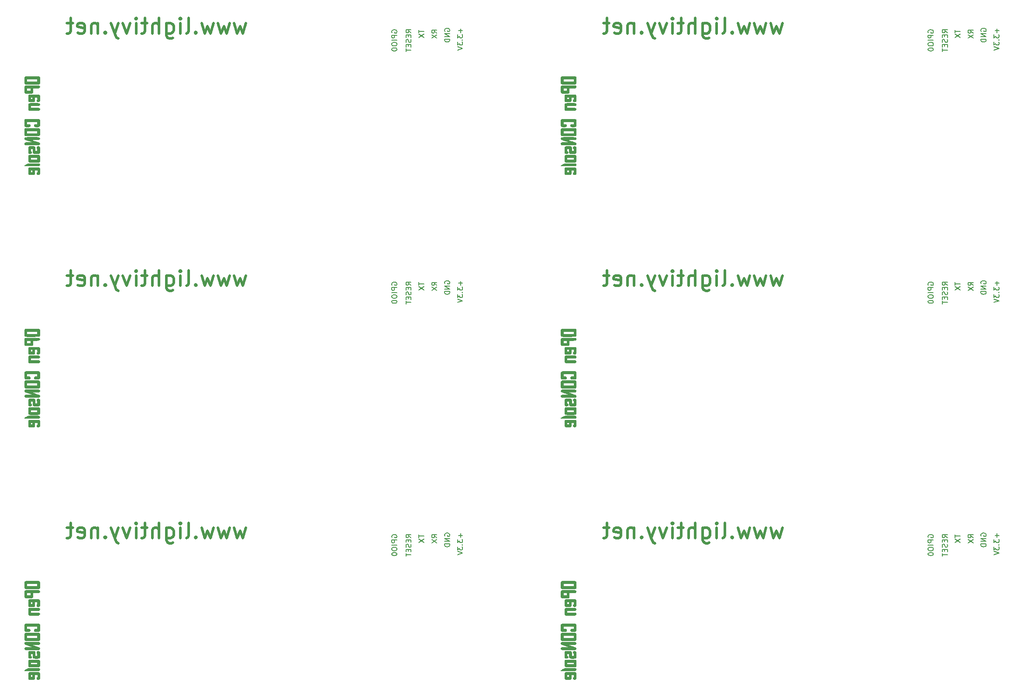
<source format=gbr>
G04 #@! TF.FileFunction,Legend,Bot*
%FSLAX46Y46*%
G04 Gerber Fmt 4.6, Leading zero omitted, Abs format (unit mm)*
G04 Created by KiCad (PCBNEW 4.0.4-snap1-stable) date Fri May 24 02:00:32 2019*
%MOMM*%
%LPD*%
G01*
G04 APERTURE LIST*
%ADD10C,0.150000*%
%ADD11C,0.200000*%
%ADD12C,0.500000*%
%ADD13C,0.010000*%
G04 APERTURE END LIST*
D10*
D11*
X175750000Y-72773810D02*
X175702381Y-72678572D01*
X175702381Y-72535715D01*
X175750000Y-72392857D01*
X175845238Y-72297619D01*
X175940476Y-72250000D01*
X176130952Y-72202381D01*
X176273810Y-72202381D01*
X176464286Y-72250000D01*
X176559524Y-72297619D01*
X176654762Y-72392857D01*
X176702381Y-72535715D01*
X176702381Y-72630953D01*
X176654762Y-72773810D01*
X176607143Y-72821429D01*
X176273810Y-72821429D01*
X176273810Y-72630953D01*
X176702381Y-73250000D02*
X175702381Y-73250000D01*
X175702381Y-73630953D01*
X175750000Y-73726191D01*
X175797619Y-73773810D01*
X175892857Y-73821429D01*
X176035714Y-73821429D01*
X176130952Y-73773810D01*
X176178571Y-73726191D01*
X176226190Y-73630953D01*
X176226190Y-73250000D01*
X176702381Y-74250000D02*
X175702381Y-74250000D01*
X175702381Y-74916666D02*
X175702381Y-75107143D01*
X175750000Y-75202381D01*
X175845238Y-75297619D01*
X176035714Y-75345238D01*
X176369048Y-75345238D01*
X176559524Y-75297619D01*
X176654762Y-75202381D01*
X176702381Y-75107143D01*
X176702381Y-74916666D01*
X176654762Y-74821428D01*
X176559524Y-74726190D01*
X176369048Y-74678571D01*
X176035714Y-74678571D01*
X175845238Y-74726190D01*
X175750000Y-74821428D01*
X175702381Y-74916666D01*
X175702381Y-75964285D02*
X175702381Y-76059524D01*
X175750000Y-76154762D01*
X175797619Y-76202381D01*
X175892857Y-76250000D01*
X176083333Y-76297619D01*
X176321429Y-76297619D01*
X176511905Y-76250000D01*
X176607143Y-76202381D01*
X176654762Y-76154762D01*
X176702381Y-76059524D01*
X176702381Y-75964285D01*
X176654762Y-75869047D01*
X176607143Y-75821428D01*
X176511905Y-75773809D01*
X176321429Y-75726190D01*
X176083333Y-75726190D01*
X175892857Y-75773809D01*
X175797619Y-75821428D01*
X175750000Y-75869047D01*
X175702381Y-75964285D01*
X179452381Y-72797619D02*
X178976190Y-72464285D01*
X179452381Y-72226190D02*
X178452381Y-72226190D01*
X178452381Y-72607143D01*
X178500000Y-72702381D01*
X178547619Y-72750000D01*
X178642857Y-72797619D01*
X178785714Y-72797619D01*
X178880952Y-72750000D01*
X178928571Y-72702381D01*
X178976190Y-72607143D01*
X178976190Y-72226190D01*
X178928571Y-73226190D02*
X178928571Y-73559524D01*
X179452381Y-73702381D02*
X179452381Y-73226190D01*
X178452381Y-73226190D01*
X178452381Y-73702381D01*
X179404762Y-74083333D02*
X179452381Y-74226190D01*
X179452381Y-74464286D01*
X179404762Y-74559524D01*
X179357143Y-74607143D01*
X179261905Y-74654762D01*
X179166667Y-74654762D01*
X179071429Y-74607143D01*
X179023810Y-74559524D01*
X178976190Y-74464286D01*
X178928571Y-74273809D01*
X178880952Y-74178571D01*
X178833333Y-74130952D01*
X178738095Y-74083333D01*
X178642857Y-74083333D01*
X178547619Y-74130952D01*
X178500000Y-74178571D01*
X178452381Y-74273809D01*
X178452381Y-74511905D01*
X178500000Y-74654762D01*
X178928571Y-75083333D02*
X178928571Y-75416667D01*
X179452381Y-75559524D02*
X179452381Y-75083333D01*
X178452381Y-75083333D01*
X178452381Y-75559524D01*
X178452381Y-75845238D02*
X178452381Y-76416667D01*
X179452381Y-76130952D02*
X178452381Y-76130952D01*
X180952381Y-72238095D02*
X180952381Y-72809524D01*
X181952381Y-72523809D02*
X180952381Y-72523809D01*
X180952381Y-73047619D02*
X181952381Y-73714286D01*
X180952381Y-73714286D02*
X181952381Y-73047619D01*
X184452381Y-72833334D02*
X183976190Y-72500000D01*
X184452381Y-72261905D02*
X183452381Y-72261905D01*
X183452381Y-72642858D01*
X183500000Y-72738096D01*
X183547619Y-72785715D01*
X183642857Y-72833334D01*
X183785714Y-72833334D01*
X183880952Y-72785715D01*
X183928571Y-72738096D01*
X183976190Y-72642858D01*
X183976190Y-72261905D01*
X183452381Y-73166667D02*
X184452381Y-73833334D01*
X183452381Y-73833334D02*
X184452381Y-73166667D01*
X186000000Y-72488096D02*
X185952381Y-72392858D01*
X185952381Y-72250001D01*
X186000000Y-72107143D01*
X186095238Y-72011905D01*
X186190476Y-71964286D01*
X186380952Y-71916667D01*
X186523810Y-71916667D01*
X186714286Y-71964286D01*
X186809524Y-72011905D01*
X186904762Y-72107143D01*
X186952381Y-72250001D01*
X186952381Y-72345239D01*
X186904762Y-72488096D01*
X186857143Y-72535715D01*
X186523810Y-72535715D01*
X186523810Y-72345239D01*
X186952381Y-72964286D02*
X185952381Y-72964286D01*
X186952381Y-73535715D01*
X185952381Y-73535715D01*
X186952381Y-74011905D02*
X185952381Y-74011905D01*
X185952381Y-74250000D01*
X186000000Y-74392858D01*
X186095238Y-74488096D01*
X186190476Y-74535715D01*
X186380952Y-74583334D01*
X186523810Y-74583334D01*
X186714286Y-74535715D01*
X186809524Y-74488096D01*
X186904762Y-74392858D01*
X186952381Y-74250000D01*
X186952381Y-74011905D01*
X189071429Y-72000000D02*
X189071429Y-72761905D01*
X189452381Y-72380953D02*
X188690476Y-72380953D01*
X188452381Y-73142857D02*
X188452381Y-73761905D01*
X188833333Y-73428571D01*
X188833333Y-73571429D01*
X188880952Y-73666667D01*
X188928571Y-73714286D01*
X189023810Y-73761905D01*
X189261905Y-73761905D01*
X189357143Y-73714286D01*
X189404762Y-73666667D01*
X189452381Y-73571429D01*
X189452381Y-73285714D01*
X189404762Y-73190476D01*
X189357143Y-73142857D01*
X189357143Y-74190476D02*
X189404762Y-74238095D01*
X189452381Y-74190476D01*
X189404762Y-74142857D01*
X189357143Y-74190476D01*
X189452381Y-74190476D01*
X188452381Y-74571428D02*
X188452381Y-75190476D01*
X188833333Y-74857142D01*
X188833333Y-75000000D01*
X188880952Y-75095238D01*
X188928571Y-75142857D01*
X189023810Y-75190476D01*
X189261905Y-75190476D01*
X189357143Y-75142857D01*
X189404762Y-75095238D01*
X189452381Y-75000000D01*
X189452381Y-74714285D01*
X189404762Y-74619047D01*
X189357143Y-74571428D01*
X188452381Y-75476190D02*
X189452381Y-75809523D01*
X188452381Y-76142857D01*
D12*
X147435714Y-70907143D02*
X146864285Y-72907143D01*
X146292856Y-71478571D01*
X145721428Y-72907143D01*
X145149999Y-70907143D01*
X144292857Y-70907143D02*
X143721428Y-72907143D01*
X143149999Y-71478571D01*
X142578571Y-72907143D01*
X142007142Y-70907143D01*
X141150000Y-70907143D02*
X140578571Y-72907143D01*
X140007142Y-71478571D01*
X139435714Y-72907143D01*
X138864285Y-70907143D01*
X137721428Y-72621429D02*
X137578571Y-72764286D01*
X137721428Y-72907143D01*
X137864285Y-72764286D01*
X137721428Y-72621429D01*
X137721428Y-72907143D01*
X135864286Y-72907143D02*
X136150000Y-72764286D01*
X136292857Y-72478571D01*
X136292857Y-69907143D01*
X134721428Y-72907143D02*
X134721428Y-70907143D01*
X134721428Y-69907143D02*
X134864285Y-70050000D01*
X134721428Y-70192857D01*
X134578571Y-70050000D01*
X134721428Y-69907143D01*
X134721428Y-70192857D01*
X132007143Y-70907143D02*
X132007143Y-73335714D01*
X132150000Y-73621429D01*
X132292857Y-73764286D01*
X132578572Y-73907143D01*
X133007143Y-73907143D01*
X133292857Y-73764286D01*
X132007143Y-72764286D02*
X132292857Y-72907143D01*
X132864286Y-72907143D01*
X133150000Y-72764286D01*
X133292857Y-72621429D01*
X133435714Y-72335714D01*
X133435714Y-71478571D01*
X133292857Y-71192857D01*
X133150000Y-71050000D01*
X132864286Y-70907143D01*
X132292857Y-70907143D01*
X132007143Y-71050000D01*
X130578571Y-72907143D02*
X130578571Y-69907143D01*
X129292857Y-72907143D02*
X129292857Y-71335714D01*
X129435714Y-71050000D01*
X129721428Y-70907143D01*
X130150000Y-70907143D01*
X130435714Y-71050000D01*
X130578571Y-71192857D01*
X128292857Y-70907143D02*
X127150000Y-70907143D01*
X127864285Y-69907143D02*
X127864285Y-72478571D01*
X127721428Y-72764286D01*
X127435714Y-72907143D01*
X127150000Y-72907143D01*
X126149999Y-72907143D02*
X126149999Y-70907143D01*
X126149999Y-69907143D02*
X126292856Y-70050000D01*
X126149999Y-70192857D01*
X126007142Y-70050000D01*
X126149999Y-69907143D01*
X126149999Y-70192857D01*
X125007143Y-70907143D02*
X124292857Y-72907143D01*
X123578571Y-70907143D01*
X122721429Y-70907143D02*
X122007143Y-72907143D01*
X121292857Y-70907143D02*
X122007143Y-72907143D01*
X122292857Y-73621429D01*
X122435714Y-73764286D01*
X122721429Y-73907143D01*
X120150000Y-72621429D02*
X120007143Y-72764286D01*
X120150000Y-72907143D01*
X120292857Y-72764286D01*
X120150000Y-72621429D01*
X120150000Y-72907143D01*
X118721429Y-70907143D02*
X118721429Y-72907143D01*
X118721429Y-71192857D02*
X118578572Y-71050000D01*
X118292858Y-70907143D01*
X117864286Y-70907143D01*
X117578572Y-71050000D01*
X117435715Y-71335714D01*
X117435715Y-72907143D01*
X114864286Y-72764286D02*
X115150000Y-72907143D01*
X115721429Y-72907143D01*
X116007143Y-72764286D01*
X116150000Y-72478571D01*
X116150000Y-71335714D01*
X116007143Y-71050000D01*
X115721429Y-70907143D01*
X115150000Y-70907143D01*
X114864286Y-71050000D01*
X114721429Y-71335714D01*
X114721429Y-71621429D01*
X116150000Y-71907143D01*
X113864286Y-70907143D02*
X112721429Y-70907143D01*
X113435714Y-69907143D02*
X113435714Y-72478571D01*
X113292857Y-72764286D01*
X113007143Y-72907143D01*
X112721429Y-72907143D01*
D11*
X279750000Y-72773810D02*
X279702381Y-72678572D01*
X279702381Y-72535715D01*
X279750000Y-72392857D01*
X279845238Y-72297619D01*
X279940476Y-72250000D01*
X280130952Y-72202381D01*
X280273810Y-72202381D01*
X280464286Y-72250000D01*
X280559524Y-72297619D01*
X280654762Y-72392857D01*
X280702381Y-72535715D01*
X280702381Y-72630953D01*
X280654762Y-72773810D01*
X280607143Y-72821429D01*
X280273810Y-72821429D01*
X280273810Y-72630953D01*
X280702381Y-73250000D02*
X279702381Y-73250000D01*
X279702381Y-73630953D01*
X279750000Y-73726191D01*
X279797619Y-73773810D01*
X279892857Y-73821429D01*
X280035714Y-73821429D01*
X280130952Y-73773810D01*
X280178571Y-73726191D01*
X280226190Y-73630953D01*
X280226190Y-73250000D01*
X280702381Y-74250000D02*
X279702381Y-74250000D01*
X279702381Y-74916666D02*
X279702381Y-75107143D01*
X279750000Y-75202381D01*
X279845238Y-75297619D01*
X280035714Y-75345238D01*
X280369048Y-75345238D01*
X280559524Y-75297619D01*
X280654762Y-75202381D01*
X280702381Y-75107143D01*
X280702381Y-74916666D01*
X280654762Y-74821428D01*
X280559524Y-74726190D01*
X280369048Y-74678571D01*
X280035714Y-74678571D01*
X279845238Y-74726190D01*
X279750000Y-74821428D01*
X279702381Y-74916666D01*
X279702381Y-75964285D02*
X279702381Y-76059524D01*
X279750000Y-76154762D01*
X279797619Y-76202381D01*
X279892857Y-76250000D01*
X280083333Y-76297619D01*
X280321429Y-76297619D01*
X280511905Y-76250000D01*
X280607143Y-76202381D01*
X280654762Y-76154762D01*
X280702381Y-76059524D01*
X280702381Y-75964285D01*
X280654762Y-75869047D01*
X280607143Y-75821428D01*
X280511905Y-75773809D01*
X280321429Y-75726190D01*
X280083333Y-75726190D01*
X279892857Y-75773809D01*
X279797619Y-75821428D01*
X279750000Y-75869047D01*
X279702381Y-75964285D01*
X283452381Y-72797619D02*
X282976190Y-72464285D01*
X283452381Y-72226190D02*
X282452381Y-72226190D01*
X282452381Y-72607143D01*
X282500000Y-72702381D01*
X282547619Y-72750000D01*
X282642857Y-72797619D01*
X282785714Y-72797619D01*
X282880952Y-72750000D01*
X282928571Y-72702381D01*
X282976190Y-72607143D01*
X282976190Y-72226190D01*
X282928571Y-73226190D02*
X282928571Y-73559524D01*
X283452381Y-73702381D02*
X283452381Y-73226190D01*
X282452381Y-73226190D01*
X282452381Y-73702381D01*
X283404762Y-74083333D02*
X283452381Y-74226190D01*
X283452381Y-74464286D01*
X283404762Y-74559524D01*
X283357143Y-74607143D01*
X283261905Y-74654762D01*
X283166667Y-74654762D01*
X283071429Y-74607143D01*
X283023810Y-74559524D01*
X282976190Y-74464286D01*
X282928571Y-74273809D01*
X282880952Y-74178571D01*
X282833333Y-74130952D01*
X282738095Y-74083333D01*
X282642857Y-74083333D01*
X282547619Y-74130952D01*
X282500000Y-74178571D01*
X282452381Y-74273809D01*
X282452381Y-74511905D01*
X282500000Y-74654762D01*
X282928571Y-75083333D02*
X282928571Y-75416667D01*
X283452381Y-75559524D02*
X283452381Y-75083333D01*
X282452381Y-75083333D01*
X282452381Y-75559524D01*
X282452381Y-75845238D02*
X282452381Y-76416667D01*
X283452381Y-76130952D02*
X282452381Y-76130952D01*
X284952381Y-72238095D02*
X284952381Y-72809524D01*
X285952381Y-72523809D02*
X284952381Y-72523809D01*
X284952381Y-73047619D02*
X285952381Y-73714286D01*
X284952381Y-73714286D02*
X285952381Y-73047619D01*
X288452381Y-72833334D02*
X287976190Y-72500000D01*
X288452381Y-72261905D02*
X287452381Y-72261905D01*
X287452381Y-72642858D01*
X287500000Y-72738096D01*
X287547619Y-72785715D01*
X287642857Y-72833334D01*
X287785714Y-72833334D01*
X287880952Y-72785715D01*
X287928571Y-72738096D01*
X287976190Y-72642858D01*
X287976190Y-72261905D01*
X287452381Y-73166667D02*
X288452381Y-73833334D01*
X287452381Y-73833334D02*
X288452381Y-73166667D01*
X290000000Y-72488096D02*
X289952381Y-72392858D01*
X289952381Y-72250001D01*
X290000000Y-72107143D01*
X290095238Y-72011905D01*
X290190476Y-71964286D01*
X290380952Y-71916667D01*
X290523810Y-71916667D01*
X290714286Y-71964286D01*
X290809524Y-72011905D01*
X290904762Y-72107143D01*
X290952381Y-72250001D01*
X290952381Y-72345239D01*
X290904762Y-72488096D01*
X290857143Y-72535715D01*
X290523810Y-72535715D01*
X290523810Y-72345239D01*
X290952381Y-72964286D02*
X289952381Y-72964286D01*
X290952381Y-73535715D01*
X289952381Y-73535715D01*
X290952381Y-74011905D02*
X289952381Y-74011905D01*
X289952381Y-74250000D01*
X290000000Y-74392858D01*
X290095238Y-74488096D01*
X290190476Y-74535715D01*
X290380952Y-74583334D01*
X290523810Y-74583334D01*
X290714286Y-74535715D01*
X290809524Y-74488096D01*
X290904762Y-74392858D01*
X290952381Y-74250000D01*
X290952381Y-74011905D01*
X293071429Y-72000000D02*
X293071429Y-72761905D01*
X293452381Y-72380953D02*
X292690476Y-72380953D01*
X292452381Y-73142857D02*
X292452381Y-73761905D01*
X292833333Y-73428571D01*
X292833333Y-73571429D01*
X292880952Y-73666667D01*
X292928571Y-73714286D01*
X293023810Y-73761905D01*
X293261905Y-73761905D01*
X293357143Y-73714286D01*
X293404762Y-73666667D01*
X293452381Y-73571429D01*
X293452381Y-73285714D01*
X293404762Y-73190476D01*
X293357143Y-73142857D01*
X293357143Y-74190476D02*
X293404762Y-74238095D01*
X293452381Y-74190476D01*
X293404762Y-74142857D01*
X293357143Y-74190476D01*
X293452381Y-74190476D01*
X292452381Y-74571428D02*
X292452381Y-75190476D01*
X292833333Y-74857142D01*
X292833333Y-75000000D01*
X292880952Y-75095238D01*
X292928571Y-75142857D01*
X293023810Y-75190476D01*
X293261905Y-75190476D01*
X293357143Y-75142857D01*
X293404762Y-75095238D01*
X293452381Y-75000000D01*
X293452381Y-74714285D01*
X293404762Y-74619047D01*
X293357143Y-74571428D01*
X292452381Y-75476190D02*
X293452381Y-75809523D01*
X292452381Y-76142857D01*
D12*
X251435714Y-70907143D02*
X250864285Y-72907143D01*
X250292856Y-71478571D01*
X249721428Y-72907143D01*
X249149999Y-70907143D01*
X248292857Y-70907143D02*
X247721428Y-72907143D01*
X247149999Y-71478571D01*
X246578571Y-72907143D01*
X246007142Y-70907143D01*
X245150000Y-70907143D02*
X244578571Y-72907143D01*
X244007142Y-71478571D01*
X243435714Y-72907143D01*
X242864285Y-70907143D01*
X241721428Y-72621429D02*
X241578571Y-72764286D01*
X241721428Y-72907143D01*
X241864285Y-72764286D01*
X241721428Y-72621429D01*
X241721428Y-72907143D01*
X239864286Y-72907143D02*
X240150000Y-72764286D01*
X240292857Y-72478571D01*
X240292857Y-69907143D01*
X238721428Y-72907143D02*
X238721428Y-70907143D01*
X238721428Y-69907143D02*
X238864285Y-70050000D01*
X238721428Y-70192857D01*
X238578571Y-70050000D01*
X238721428Y-69907143D01*
X238721428Y-70192857D01*
X236007143Y-70907143D02*
X236007143Y-73335714D01*
X236150000Y-73621429D01*
X236292857Y-73764286D01*
X236578572Y-73907143D01*
X237007143Y-73907143D01*
X237292857Y-73764286D01*
X236007143Y-72764286D02*
X236292857Y-72907143D01*
X236864286Y-72907143D01*
X237150000Y-72764286D01*
X237292857Y-72621429D01*
X237435714Y-72335714D01*
X237435714Y-71478571D01*
X237292857Y-71192857D01*
X237150000Y-71050000D01*
X236864286Y-70907143D01*
X236292857Y-70907143D01*
X236007143Y-71050000D01*
X234578571Y-72907143D02*
X234578571Y-69907143D01*
X233292857Y-72907143D02*
X233292857Y-71335714D01*
X233435714Y-71050000D01*
X233721428Y-70907143D01*
X234150000Y-70907143D01*
X234435714Y-71050000D01*
X234578571Y-71192857D01*
X232292857Y-70907143D02*
X231150000Y-70907143D01*
X231864285Y-69907143D02*
X231864285Y-72478571D01*
X231721428Y-72764286D01*
X231435714Y-72907143D01*
X231150000Y-72907143D01*
X230149999Y-72907143D02*
X230149999Y-70907143D01*
X230149999Y-69907143D02*
X230292856Y-70050000D01*
X230149999Y-70192857D01*
X230007142Y-70050000D01*
X230149999Y-69907143D01*
X230149999Y-70192857D01*
X229007143Y-70907143D02*
X228292857Y-72907143D01*
X227578571Y-70907143D01*
X226721429Y-70907143D02*
X226007143Y-72907143D01*
X225292857Y-70907143D02*
X226007143Y-72907143D01*
X226292857Y-73621429D01*
X226435714Y-73764286D01*
X226721429Y-73907143D01*
X224150000Y-72621429D02*
X224007143Y-72764286D01*
X224150000Y-72907143D01*
X224292857Y-72764286D01*
X224150000Y-72621429D01*
X224150000Y-72907143D01*
X222721429Y-70907143D02*
X222721429Y-72907143D01*
X222721429Y-71192857D02*
X222578572Y-71050000D01*
X222292858Y-70907143D01*
X221864286Y-70907143D01*
X221578572Y-71050000D01*
X221435715Y-71335714D01*
X221435715Y-72907143D01*
X218864286Y-72764286D02*
X219150000Y-72907143D01*
X219721429Y-72907143D01*
X220007143Y-72764286D01*
X220150000Y-72478571D01*
X220150000Y-71335714D01*
X220007143Y-71050000D01*
X219721429Y-70907143D01*
X219150000Y-70907143D01*
X218864286Y-71050000D01*
X218721429Y-71335714D01*
X218721429Y-71621429D01*
X220150000Y-71907143D01*
X217864286Y-70907143D02*
X216721429Y-70907143D01*
X217435714Y-69907143D02*
X217435714Y-72478571D01*
X217292857Y-72764286D01*
X217007143Y-72907143D01*
X216721429Y-72907143D01*
D11*
X175750000Y-121773810D02*
X175702381Y-121678572D01*
X175702381Y-121535715D01*
X175750000Y-121392857D01*
X175845238Y-121297619D01*
X175940476Y-121250000D01*
X176130952Y-121202381D01*
X176273810Y-121202381D01*
X176464286Y-121250000D01*
X176559524Y-121297619D01*
X176654762Y-121392857D01*
X176702381Y-121535715D01*
X176702381Y-121630953D01*
X176654762Y-121773810D01*
X176607143Y-121821429D01*
X176273810Y-121821429D01*
X176273810Y-121630953D01*
X176702381Y-122250000D02*
X175702381Y-122250000D01*
X175702381Y-122630953D01*
X175750000Y-122726191D01*
X175797619Y-122773810D01*
X175892857Y-122821429D01*
X176035714Y-122821429D01*
X176130952Y-122773810D01*
X176178571Y-122726191D01*
X176226190Y-122630953D01*
X176226190Y-122250000D01*
X176702381Y-123250000D02*
X175702381Y-123250000D01*
X175702381Y-123916666D02*
X175702381Y-124107143D01*
X175750000Y-124202381D01*
X175845238Y-124297619D01*
X176035714Y-124345238D01*
X176369048Y-124345238D01*
X176559524Y-124297619D01*
X176654762Y-124202381D01*
X176702381Y-124107143D01*
X176702381Y-123916666D01*
X176654762Y-123821428D01*
X176559524Y-123726190D01*
X176369048Y-123678571D01*
X176035714Y-123678571D01*
X175845238Y-123726190D01*
X175750000Y-123821428D01*
X175702381Y-123916666D01*
X175702381Y-124964285D02*
X175702381Y-125059524D01*
X175750000Y-125154762D01*
X175797619Y-125202381D01*
X175892857Y-125250000D01*
X176083333Y-125297619D01*
X176321429Y-125297619D01*
X176511905Y-125250000D01*
X176607143Y-125202381D01*
X176654762Y-125154762D01*
X176702381Y-125059524D01*
X176702381Y-124964285D01*
X176654762Y-124869047D01*
X176607143Y-124821428D01*
X176511905Y-124773809D01*
X176321429Y-124726190D01*
X176083333Y-124726190D01*
X175892857Y-124773809D01*
X175797619Y-124821428D01*
X175750000Y-124869047D01*
X175702381Y-124964285D01*
X179452381Y-121797619D02*
X178976190Y-121464285D01*
X179452381Y-121226190D02*
X178452381Y-121226190D01*
X178452381Y-121607143D01*
X178500000Y-121702381D01*
X178547619Y-121750000D01*
X178642857Y-121797619D01*
X178785714Y-121797619D01*
X178880952Y-121750000D01*
X178928571Y-121702381D01*
X178976190Y-121607143D01*
X178976190Y-121226190D01*
X178928571Y-122226190D02*
X178928571Y-122559524D01*
X179452381Y-122702381D02*
X179452381Y-122226190D01*
X178452381Y-122226190D01*
X178452381Y-122702381D01*
X179404762Y-123083333D02*
X179452381Y-123226190D01*
X179452381Y-123464286D01*
X179404762Y-123559524D01*
X179357143Y-123607143D01*
X179261905Y-123654762D01*
X179166667Y-123654762D01*
X179071429Y-123607143D01*
X179023810Y-123559524D01*
X178976190Y-123464286D01*
X178928571Y-123273809D01*
X178880952Y-123178571D01*
X178833333Y-123130952D01*
X178738095Y-123083333D01*
X178642857Y-123083333D01*
X178547619Y-123130952D01*
X178500000Y-123178571D01*
X178452381Y-123273809D01*
X178452381Y-123511905D01*
X178500000Y-123654762D01*
X178928571Y-124083333D02*
X178928571Y-124416667D01*
X179452381Y-124559524D02*
X179452381Y-124083333D01*
X178452381Y-124083333D01*
X178452381Y-124559524D01*
X178452381Y-124845238D02*
X178452381Y-125416667D01*
X179452381Y-125130952D02*
X178452381Y-125130952D01*
X180952381Y-121238095D02*
X180952381Y-121809524D01*
X181952381Y-121523809D02*
X180952381Y-121523809D01*
X180952381Y-122047619D02*
X181952381Y-122714286D01*
X180952381Y-122714286D02*
X181952381Y-122047619D01*
X184452381Y-121833334D02*
X183976190Y-121500000D01*
X184452381Y-121261905D02*
X183452381Y-121261905D01*
X183452381Y-121642858D01*
X183500000Y-121738096D01*
X183547619Y-121785715D01*
X183642857Y-121833334D01*
X183785714Y-121833334D01*
X183880952Y-121785715D01*
X183928571Y-121738096D01*
X183976190Y-121642858D01*
X183976190Y-121261905D01*
X183452381Y-122166667D02*
X184452381Y-122833334D01*
X183452381Y-122833334D02*
X184452381Y-122166667D01*
X186000000Y-121488096D02*
X185952381Y-121392858D01*
X185952381Y-121250001D01*
X186000000Y-121107143D01*
X186095238Y-121011905D01*
X186190476Y-120964286D01*
X186380952Y-120916667D01*
X186523810Y-120916667D01*
X186714286Y-120964286D01*
X186809524Y-121011905D01*
X186904762Y-121107143D01*
X186952381Y-121250001D01*
X186952381Y-121345239D01*
X186904762Y-121488096D01*
X186857143Y-121535715D01*
X186523810Y-121535715D01*
X186523810Y-121345239D01*
X186952381Y-121964286D02*
X185952381Y-121964286D01*
X186952381Y-122535715D01*
X185952381Y-122535715D01*
X186952381Y-123011905D02*
X185952381Y-123011905D01*
X185952381Y-123250000D01*
X186000000Y-123392858D01*
X186095238Y-123488096D01*
X186190476Y-123535715D01*
X186380952Y-123583334D01*
X186523810Y-123583334D01*
X186714286Y-123535715D01*
X186809524Y-123488096D01*
X186904762Y-123392858D01*
X186952381Y-123250000D01*
X186952381Y-123011905D01*
X189071429Y-121000000D02*
X189071429Y-121761905D01*
X189452381Y-121380953D02*
X188690476Y-121380953D01*
X188452381Y-122142857D02*
X188452381Y-122761905D01*
X188833333Y-122428571D01*
X188833333Y-122571429D01*
X188880952Y-122666667D01*
X188928571Y-122714286D01*
X189023810Y-122761905D01*
X189261905Y-122761905D01*
X189357143Y-122714286D01*
X189404762Y-122666667D01*
X189452381Y-122571429D01*
X189452381Y-122285714D01*
X189404762Y-122190476D01*
X189357143Y-122142857D01*
X189357143Y-123190476D02*
X189404762Y-123238095D01*
X189452381Y-123190476D01*
X189404762Y-123142857D01*
X189357143Y-123190476D01*
X189452381Y-123190476D01*
X188452381Y-123571428D02*
X188452381Y-124190476D01*
X188833333Y-123857142D01*
X188833333Y-124000000D01*
X188880952Y-124095238D01*
X188928571Y-124142857D01*
X189023810Y-124190476D01*
X189261905Y-124190476D01*
X189357143Y-124142857D01*
X189404762Y-124095238D01*
X189452381Y-124000000D01*
X189452381Y-123714285D01*
X189404762Y-123619047D01*
X189357143Y-123571428D01*
X188452381Y-124476190D02*
X189452381Y-124809523D01*
X188452381Y-125142857D01*
D12*
X147435714Y-119907143D02*
X146864285Y-121907143D01*
X146292856Y-120478571D01*
X145721428Y-121907143D01*
X145149999Y-119907143D01*
X144292857Y-119907143D02*
X143721428Y-121907143D01*
X143149999Y-120478571D01*
X142578571Y-121907143D01*
X142007142Y-119907143D01*
X141150000Y-119907143D02*
X140578571Y-121907143D01*
X140007142Y-120478571D01*
X139435714Y-121907143D01*
X138864285Y-119907143D01*
X137721428Y-121621429D02*
X137578571Y-121764286D01*
X137721428Y-121907143D01*
X137864285Y-121764286D01*
X137721428Y-121621429D01*
X137721428Y-121907143D01*
X135864286Y-121907143D02*
X136150000Y-121764286D01*
X136292857Y-121478571D01*
X136292857Y-118907143D01*
X134721428Y-121907143D02*
X134721428Y-119907143D01*
X134721428Y-118907143D02*
X134864285Y-119050000D01*
X134721428Y-119192857D01*
X134578571Y-119050000D01*
X134721428Y-118907143D01*
X134721428Y-119192857D01*
X132007143Y-119907143D02*
X132007143Y-122335714D01*
X132150000Y-122621429D01*
X132292857Y-122764286D01*
X132578572Y-122907143D01*
X133007143Y-122907143D01*
X133292857Y-122764286D01*
X132007143Y-121764286D02*
X132292857Y-121907143D01*
X132864286Y-121907143D01*
X133150000Y-121764286D01*
X133292857Y-121621429D01*
X133435714Y-121335714D01*
X133435714Y-120478571D01*
X133292857Y-120192857D01*
X133150000Y-120050000D01*
X132864286Y-119907143D01*
X132292857Y-119907143D01*
X132007143Y-120050000D01*
X130578571Y-121907143D02*
X130578571Y-118907143D01*
X129292857Y-121907143D02*
X129292857Y-120335714D01*
X129435714Y-120050000D01*
X129721428Y-119907143D01*
X130150000Y-119907143D01*
X130435714Y-120050000D01*
X130578571Y-120192857D01*
X128292857Y-119907143D02*
X127150000Y-119907143D01*
X127864285Y-118907143D02*
X127864285Y-121478571D01*
X127721428Y-121764286D01*
X127435714Y-121907143D01*
X127150000Y-121907143D01*
X126149999Y-121907143D02*
X126149999Y-119907143D01*
X126149999Y-118907143D02*
X126292856Y-119050000D01*
X126149999Y-119192857D01*
X126007142Y-119050000D01*
X126149999Y-118907143D01*
X126149999Y-119192857D01*
X125007143Y-119907143D02*
X124292857Y-121907143D01*
X123578571Y-119907143D01*
X122721429Y-119907143D02*
X122007143Y-121907143D01*
X121292857Y-119907143D02*
X122007143Y-121907143D01*
X122292857Y-122621429D01*
X122435714Y-122764286D01*
X122721429Y-122907143D01*
X120150000Y-121621429D02*
X120007143Y-121764286D01*
X120150000Y-121907143D01*
X120292857Y-121764286D01*
X120150000Y-121621429D01*
X120150000Y-121907143D01*
X118721429Y-119907143D02*
X118721429Y-121907143D01*
X118721429Y-120192857D02*
X118578572Y-120050000D01*
X118292858Y-119907143D01*
X117864286Y-119907143D01*
X117578572Y-120050000D01*
X117435715Y-120335714D01*
X117435715Y-121907143D01*
X114864286Y-121764286D02*
X115150000Y-121907143D01*
X115721429Y-121907143D01*
X116007143Y-121764286D01*
X116150000Y-121478571D01*
X116150000Y-120335714D01*
X116007143Y-120050000D01*
X115721429Y-119907143D01*
X115150000Y-119907143D01*
X114864286Y-120050000D01*
X114721429Y-120335714D01*
X114721429Y-120621429D01*
X116150000Y-120907143D01*
X113864286Y-119907143D02*
X112721429Y-119907143D01*
X113435714Y-118907143D02*
X113435714Y-121478571D01*
X113292857Y-121764286D01*
X113007143Y-121907143D01*
X112721429Y-121907143D01*
D11*
X279750000Y-121773810D02*
X279702381Y-121678572D01*
X279702381Y-121535715D01*
X279750000Y-121392857D01*
X279845238Y-121297619D01*
X279940476Y-121250000D01*
X280130952Y-121202381D01*
X280273810Y-121202381D01*
X280464286Y-121250000D01*
X280559524Y-121297619D01*
X280654762Y-121392857D01*
X280702381Y-121535715D01*
X280702381Y-121630953D01*
X280654762Y-121773810D01*
X280607143Y-121821429D01*
X280273810Y-121821429D01*
X280273810Y-121630953D01*
X280702381Y-122250000D02*
X279702381Y-122250000D01*
X279702381Y-122630953D01*
X279750000Y-122726191D01*
X279797619Y-122773810D01*
X279892857Y-122821429D01*
X280035714Y-122821429D01*
X280130952Y-122773810D01*
X280178571Y-122726191D01*
X280226190Y-122630953D01*
X280226190Y-122250000D01*
X280702381Y-123250000D02*
X279702381Y-123250000D01*
X279702381Y-123916666D02*
X279702381Y-124107143D01*
X279750000Y-124202381D01*
X279845238Y-124297619D01*
X280035714Y-124345238D01*
X280369048Y-124345238D01*
X280559524Y-124297619D01*
X280654762Y-124202381D01*
X280702381Y-124107143D01*
X280702381Y-123916666D01*
X280654762Y-123821428D01*
X280559524Y-123726190D01*
X280369048Y-123678571D01*
X280035714Y-123678571D01*
X279845238Y-123726190D01*
X279750000Y-123821428D01*
X279702381Y-123916666D01*
X279702381Y-124964285D02*
X279702381Y-125059524D01*
X279750000Y-125154762D01*
X279797619Y-125202381D01*
X279892857Y-125250000D01*
X280083333Y-125297619D01*
X280321429Y-125297619D01*
X280511905Y-125250000D01*
X280607143Y-125202381D01*
X280654762Y-125154762D01*
X280702381Y-125059524D01*
X280702381Y-124964285D01*
X280654762Y-124869047D01*
X280607143Y-124821428D01*
X280511905Y-124773809D01*
X280321429Y-124726190D01*
X280083333Y-124726190D01*
X279892857Y-124773809D01*
X279797619Y-124821428D01*
X279750000Y-124869047D01*
X279702381Y-124964285D01*
X283452381Y-121797619D02*
X282976190Y-121464285D01*
X283452381Y-121226190D02*
X282452381Y-121226190D01*
X282452381Y-121607143D01*
X282500000Y-121702381D01*
X282547619Y-121750000D01*
X282642857Y-121797619D01*
X282785714Y-121797619D01*
X282880952Y-121750000D01*
X282928571Y-121702381D01*
X282976190Y-121607143D01*
X282976190Y-121226190D01*
X282928571Y-122226190D02*
X282928571Y-122559524D01*
X283452381Y-122702381D02*
X283452381Y-122226190D01*
X282452381Y-122226190D01*
X282452381Y-122702381D01*
X283404762Y-123083333D02*
X283452381Y-123226190D01*
X283452381Y-123464286D01*
X283404762Y-123559524D01*
X283357143Y-123607143D01*
X283261905Y-123654762D01*
X283166667Y-123654762D01*
X283071429Y-123607143D01*
X283023810Y-123559524D01*
X282976190Y-123464286D01*
X282928571Y-123273809D01*
X282880952Y-123178571D01*
X282833333Y-123130952D01*
X282738095Y-123083333D01*
X282642857Y-123083333D01*
X282547619Y-123130952D01*
X282500000Y-123178571D01*
X282452381Y-123273809D01*
X282452381Y-123511905D01*
X282500000Y-123654762D01*
X282928571Y-124083333D02*
X282928571Y-124416667D01*
X283452381Y-124559524D02*
X283452381Y-124083333D01*
X282452381Y-124083333D01*
X282452381Y-124559524D01*
X282452381Y-124845238D02*
X282452381Y-125416667D01*
X283452381Y-125130952D02*
X282452381Y-125130952D01*
X284952381Y-121238095D02*
X284952381Y-121809524D01*
X285952381Y-121523809D02*
X284952381Y-121523809D01*
X284952381Y-122047619D02*
X285952381Y-122714286D01*
X284952381Y-122714286D02*
X285952381Y-122047619D01*
X288452381Y-121833334D02*
X287976190Y-121500000D01*
X288452381Y-121261905D02*
X287452381Y-121261905D01*
X287452381Y-121642858D01*
X287500000Y-121738096D01*
X287547619Y-121785715D01*
X287642857Y-121833334D01*
X287785714Y-121833334D01*
X287880952Y-121785715D01*
X287928571Y-121738096D01*
X287976190Y-121642858D01*
X287976190Y-121261905D01*
X287452381Y-122166667D02*
X288452381Y-122833334D01*
X287452381Y-122833334D02*
X288452381Y-122166667D01*
X290000000Y-121488096D02*
X289952381Y-121392858D01*
X289952381Y-121250001D01*
X290000000Y-121107143D01*
X290095238Y-121011905D01*
X290190476Y-120964286D01*
X290380952Y-120916667D01*
X290523810Y-120916667D01*
X290714286Y-120964286D01*
X290809524Y-121011905D01*
X290904762Y-121107143D01*
X290952381Y-121250001D01*
X290952381Y-121345239D01*
X290904762Y-121488096D01*
X290857143Y-121535715D01*
X290523810Y-121535715D01*
X290523810Y-121345239D01*
X290952381Y-121964286D02*
X289952381Y-121964286D01*
X290952381Y-122535715D01*
X289952381Y-122535715D01*
X290952381Y-123011905D02*
X289952381Y-123011905D01*
X289952381Y-123250000D01*
X290000000Y-123392858D01*
X290095238Y-123488096D01*
X290190476Y-123535715D01*
X290380952Y-123583334D01*
X290523810Y-123583334D01*
X290714286Y-123535715D01*
X290809524Y-123488096D01*
X290904762Y-123392858D01*
X290952381Y-123250000D01*
X290952381Y-123011905D01*
X293071429Y-121000000D02*
X293071429Y-121761905D01*
X293452381Y-121380953D02*
X292690476Y-121380953D01*
X292452381Y-122142857D02*
X292452381Y-122761905D01*
X292833333Y-122428571D01*
X292833333Y-122571429D01*
X292880952Y-122666667D01*
X292928571Y-122714286D01*
X293023810Y-122761905D01*
X293261905Y-122761905D01*
X293357143Y-122714286D01*
X293404762Y-122666667D01*
X293452381Y-122571429D01*
X293452381Y-122285714D01*
X293404762Y-122190476D01*
X293357143Y-122142857D01*
X293357143Y-123190476D02*
X293404762Y-123238095D01*
X293452381Y-123190476D01*
X293404762Y-123142857D01*
X293357143Y-123190476D01*
X293452381Y-123190476D01*
X292452381Y-123571428D02*
X292452381Y-124190476D01*
X292833333Y-123857142D01*
X292833333Y-124000000D01*
X292880952Y-124095238D01*
X292928571Y-124142857D01*
X293023810Y-124190476D01*
X293261905Y-124190476D01*
X293357143Y-124142857D01*
X293404762Y-124095238D01*
X293452381Y-124000000D01*
X293452381Y-123714285D01*
X293404762Y-123619047D01*
X293357143Y-123571428D01*
X292452381Y-124476190D02*
X293452381Y-124809523D01*
X292452381Y-125142857D01*
D12*
X251435714Y-119907143D02*
X250864285Y-121907143D01*
X250292856Y-120478571D01*
X249721428Y-121907143D01*
X249149999Y-119907143D01*
X248292857Y-119907143D02*
X247721428Y-121907143D01*
X247149999Y-120478571D01*
X246578571Y-121907143D01*
X246007142Y-119907143D01*
X245150000Y-119907143D02*
X244578571Y-121907143D01*
X244007142Y-120478571D01*
X243435714Y-121907143D01*
X242864285Y-119907143D01*
X241721428Y-121621429D02*
X241578571Y-121764286D01*
X241721428Y-121907143D01*
X241864285Y-121764286D01*
X241721428Y-121621429D01*
X241721428Y-121907143D01*
X239864286Y-121907143D02*
X240150000Y-121764286D01*
X240292857Y-121478571D01*
X240292857Y-118907143D01*
X238721428Y-121907143D02*
X238721428Y-119907143D01*
X238721428Y-118907143D02*
X238864285Y-119050000D01*
X238721428Y-119192857D01*
X238578571Y-119050000D01*
X238721428Y-118907143D01*
X238721428Y-119192857D01*
X236007143Y-119907143D02*
X236007143Y-122335714D01*
X236150000Y-122621429D01*
X236292857Y-122764286D01*
X236578572Y-122907143D01*
X237007143Y-122907143D01*
X237292857Y-122764286D01*
X236007143Y-121764286D02*
X236292857Y-121907143D01*
X236864286Y-121907143D01*
X237150000Y-121764286D01*
X237292857Y-121621429D01*
X237435714Y-121335714D01*
X237435714Y-120478571D01*
X237292857Y-120192857D01*
X237150000Y-120050000D01*
X236864286Y-119907143D01*
X236292857Y-119907143D01*
X236007143Y-120050000D01*
X234578571Y-121907143D02*
X234578571Y-118907143D01*
X233292857Y-121907143D02*
X233292857Y-120335714D01*
X233435714Y-120050000D01*
X233721428Y-119907143D01*
X234150000Y-119907143D01*
X234435714Y-120050000D01*
X234578571Y-120192857D01*
X232292857Y-119907143D02*
X231150000Y-119907143D01*
X231864285Y-118907143D02*
X231864285Y-121478571D01*
X231721428Y-121764286D01*
X231435714Y-121907143D01*
X231150000Y-121907143D01*
X230149999Y-121907143D02*
X230149999Y-119907143D01*
X230149999Y-118907143D02*
X230292856Y-119050000D01*
X230149999Y-119192857D01*
X230007142Y-119050000D01*
X230149999Y-118907143D01*
X230149999Y-119192857D01*
X229007143Y-119907143D02*
X228292857Y-121907143D01*
X227578571Y-119907143D01*
X226721429Y-119907143D02*
X226007143Y-121907143D01*
X225292857Y-119907143D02*
X226007143Y-121907143D01*
X226292857Y-122621429D01*
X226435714Y-122764286D01*
X226721429Y-122907143D01*
X224150000Y-121621429D02*
X224007143Y-121764286D01*
X224150000Y-121907143D01*
X224292857Y-121764286D01*
X224150000Y-121621429D01*
X224150000Y-121907143D01*
X222721429Y-119907143D02*
X222721429Y-121907143D01*
X222721429Y-120192857D02*
X222578572Y-120050000D01*
X222292858Y-119907143D01*
X221864286Y-119907143D01*
X221578572Y-120050000D01*
X221435715Y-120335714D01*
X221435715Y-121907143D01*
X218864286Y-121764286D02*
X219150000Y-121907143D01*
X219721429Y-121907143D01*
X220007143Y-121764286D01*
X220150000Y-121478571D01*
X220150000Y-120335714D01*
X220007143Y-120050000D01*
X219721429Y-119907143D01*
X219150000Y-119907143D01*
X218864286Y-120050000D01*
X218721429Y-120335714D01*
X218721429Y-120621429D01*
X220150000Y-120907143D01*
X217864286Y-119907143D02*
X216721429Y-119907143D01*
X217435714Y-118907143D02*
X217435714Y-121478571D01*
X217292857Y-121764286D01*
X217007143Y-121907143D01*
X216721429Y-121907143D01*
D11*
X175750000Y-170773810D02*
X175702381Y-170678572D01*
X175702381Y-170535715D01*
X175750000Y-170392857D01*
X175845238Y-170297619D01*
X175940476Y-170250000D01*
X176130952Y-170202381D01*
X176273810Y-170202381D01*
X176464286Y-170250000D01*
X176559524Y-170297619D01*
X176654762Y-170392857D01*
X176702381Y-170535715D01*
X176702381Y-170630953D01*
X176654762Y-170773810D01*
X176607143Y-170821429D01*
X176273810Y-170821429D01*
X176273810Y-170630953D01*
X176702381Y-171250000D02*
X175702381Y-171250000D01*
X175702381Y-171630953D01*
X175750000Y-171726191D01*
X175797619Y-171773810D01*
X175892857Y-171821429D01*
X176035714Y-171821429D01*
X176130952Y-171773810D01*
X176178571Y-171726191D01*
X176226190Y-171630953D01*
X176226190Y-171250000D01*
X176702381Y-172250000D02*
X175702381Y-172250000D01*
X175702381Y-172916666D02*
X175702381Y-173107143D01*
X175750000Y-173202381D01*
X175845238Y-173297619D01*
X176035714Y-173345238D01*
X176369048Y-173345238D01*
X176559524Y-173297619D01*
X176654762Y-173202381D01*
X176702381Y-173107143D01*
X176702381Y-172916666D01*
X176654762Y-172821428D01*
X176559524Y-172726190D01*
X176369048Y-172678571D01*
X176035714Y-172678571D01*
X175845238Y-172726190D01*
X175750000Y-172821428D01*
X175702381Y-172916666D01*
X175702381Y-173964285D02*
X175702381Y-174059524D01*
X175750000Y-174154762D01*
X175797619Y-174202381D01*
X175892857Y-174250000D01*
X176083333Y-174297619D01*
X176321429Y-174297619D01*
X176511905Y-174250000D01*
X176607143Y-174202381D01*
X176654762Y-174154762D01*
X176702381Y-174059524D01*
X176702381Y-173964285D01*
X176654762Y-173869047D01*
X176607143Y-173821428D01*
X176511905Y-173773809D01*
X176321429Y-173726190D01*
X176083333Y-173726190D01*
X175892857Y-173773809D01*
X175797619Y-173821428D01*
X175750000Y-173869047D01*
X175702381Y-173964285D01*
X179452381Y-170797619D02*
X178976190Y-170464285D01*
X179452381Y-170226190D02*
X178452381Y-170226190D01*
X178452381Y-170607143D01*
X178500000Y-170702381D01*
X178547619Y-170750000D01*
X178642857Y-170797619D01*
X178785714Y-170797619D01*
X178880952Y-170750000D01*
X178928571Y-170702381D01*
X178976190Y-170607143D01*
X178976190Y-170226190D01*
X178928571Y-171226190D02*
X178928571Y-171559524D01*
X179452381Y-171702381D02*
X179452381Y-171226190D01*
X178452381Y-171226190D01*
X178452381Y-171702381D01*
X179404762Y-172083333D02*
X179452381Y-172226190D01*
X179452381Y-172464286D01*
X179404762Y-172559524D01*
X179357143Y-172607143D01*
X179261905Y-172654762D01*
X179166667Y-172654762D01*
X179071429Y-172607143D01*
X179023810Y-172559524D01*
X178976190Y-172464286D01*
X178928571Y-172273809D01*
X178880952Y-172178571D01*
X178833333Y-172130952D01*
X178738095Y-172083333D01*
X178642857Y-172083333D01*
X178547619Y-172130952D01*
X178500000Y-172178571D01*
X178452381Y-172273809D01*
X178452381Y-172511905D01*
X178500000Y-172654762D01*
X178928571Y-173083333D02*
X178928571Y-173416667D01*
X179452381Y-173559524D02*
X179452381Y-173083333D01*
X178452381Y-173083333D01*
X178452381Y-173559524D01*
X178452381Y-173845238D02*
X178452381Y-174416667D01*
X179452381Y-174130952D02*
X178452381Y-174130952D01*
X180952381Y-170238095D02*
X180952381Y-170809524D01*
X181952381Y-170523809D02*
X180952381Y-170523809D01*
X180952381Y-171047619D02*
X181952381Y-171714286D01*
X180952381Y-171714286D02*
X181952381Y-171047619D01*
X184452381Y-170833334D02*
X183976190Y-170500000D01*
X184452381Y-170261905D02*
X183452381Y-170261905D01*
X183452381Y-170642858D01*
X183500000Y-170738096D01*
X183547619Y-170785715D01*
X183642857Y-170833334D01*
X183785714Y-170833334D01*
X183880952Y-170785715D01*
X183928571Y-170738096D01*
X183976190Y-170642858D01*
X183976190Y-170261905D01*
X183452381Y-171166667D02*
X184452381Y-171833334D01*
X183452381Y-171833334D02*
X184452381Y-171166667D01*
X186000000Y-170488096D02*
X185952381Y-170392858D01*
X185952381Y-170250001D01*
X186000000Y-170107143D01*
X186095238Y-170011905D01*
X186190476Y-169964286D01*
X186380952Y-169916667D01*
X186523810Y-169916667D01*
X186714286Y-169964286D01*
X186809524Y-170011905D01*
X186904762Y-170107143D01*
X186952381Y-170250001D01*
X186952381Y-170345239D01*
X186904762Y-170488096D01*
X186857143Y-170535715D01*
X186523810Y-170535715D01*
X186523810Y-170345239D01*
X186952381Y-170964286D02*
X185952381Y-170964286D01*
X186952381Y-171535715D01*
X185952381Y-171535715D01*
X186952381Y-172011905D02*
X185952381Y-172011905D01*
X185952381Y-172250000D01*
X186000000Y-172392858D01*
X186095238Y-172488096D01*
X186190476Y-172535715D01*
X186380952Y-172583334D01*
X186523810Y-172583334D01*
X186714286Y-172535715D01*
X186809524Y-172488096D01*
X186904762Y-172392858D01*
X186952381Y-172250000D01*
X186952381Y-172011905D01*
X189071429Y-170000000D02*
X189071429Y-170761905D01*
X189452381Y-170380953D02*
X188690476Y-170380953D01*
X188452381Y-171142857D02*
X188452381Y-171761905D01*
X188833333Y-171428571D01*
X188833333Y-171571429D01*
X188880952Y-171666667D01*
X188928571Y-171714286D01*
X189023810Y-171761905D01*
X189261905Y-171761905D01*
X189357143Y-171714286D01*
X189404762Y-171666667D01*
X189452381Y-171571429D01*
X189452381Y-171285714D01*
X189404762Y-171190476D01*
X189357143Y-171142857D01*
X189357143Y-172190476D02*
X189404762Y-172238095D01*
X189452381Y-172190476D01*
X189404762Y-172142857D01*
X189357143Y-172190476D01*
X189452381Y-172190476D01*
X188452381Y-172571428D02*
X188452381Y-173190476D01*
X188833333Y-172857142D01*
X188833333Y-173000000D01*
X188880952Y-173095238D01*
X188928571Y-173142857D01*
X189023810Y-173190476D01*
X189261905Y-173190476D01*
X189357143Y-173142857D01*
X189404762Y-173095238D01*
X189452381Y-173000000D01*
X189452381Y-172714285D01*
X189404762Y-172619047D01*
X189357143Y-172571428D01*
X188452381Y-173476190D02*
X189452381Y-173809523D01*
X188452381Y-174142857D01*
D12*
X147435714Y-168907143D02*
X146864285Y-170907143D01*
X146292856Y-169478571D01*
X145721428Y-170907143D01*
X145149999Y-168907143D01*
X144292857Y-168907143D02*
X143721428Y-170907143D01*
X143149999Y-169478571D01*
X142578571Y-170907143D01*
X142007142Y-168907143D01*
X141150000Y-168907143D02*
X140578571Y-170907143D01*
X140007142Y-169478571D01*
X139435714Y-170907143D01*
X138864285Y-168907143D01*
X137721428Y-170621429D02*
X137578571Y-170764286D01*
X137721428Y-170907143D01*
X137864285Y-170764286D01*
X137721428Y-170621429D01*
X137721428Y-170907143D01*
X135864286Y-170907143D02*
X136150000Y-170764286D01*
X136292857Y-170478571D01*
X136292857Y-167907143D01*
X134721428Y-170907143D02*
X134721428Y-168907143D01*
X134721428Y-167907143D02*
X134864285Y-168050000D01*
X134721428Y-168192857D01*
X134578571Y-168050000D01*
X134721428Y-167907143D01*
X134721428Y-168192857D01*
X132007143Y-168907143D02*
X132007143Y-171335714D01*
X132150000Y-171621429D01*
X132292857Y-171764286D01*
X132578572Y-171907143D01*
X133007143Y-171907143D01*
X133292857Y-171764286D01*
X132007143Y-170764286D02*
X132292857Y-170907143D01*
X132864286Y-170907143D01*
X133150000Y-170764286D01*
X133292857Y-170621429D01*
X133435714Y-170335714D01*
X133435714Y-169478571D01*
X133292857Y-169192857D01*
X133150000Y-169050000D01*
X132864286Y-168907143D01*
X132292857Y-168907143D01*
X132007143Y-169050000D01*
X130578571Y-170907143D02*
X130578571Y-167907143D01*
X129292857Y-170907143D02*
X129292857Y-169335714D01*
X129435714Y-169050000D01*
X129721428Y-168907143D01*
X130150000Y-168907143D01*
X130435714Y-169050000D01*
X130578571Y-169192857D01*
X128292857Y-168907143D02*
X127150000Y-168907143D01*
X127864285Y-167907143D02*
X127864285Y-170478571D01*
X127721428Y-170764286D01*
X127435714Y-170907143D01*
X127150000Y-170907143D01*
X126149999Y-170907143D02*
X126149999Y-168907143D01*
X126149999Y-167907143D02*
X126292856Y-168050000D01*
X126149999Y-168192857D01*
X126007142Y-168050000D01*
X126149999Y-167907143D01*
X126149999Y-168192857D01*
X125007143Y-168907143D02*
X124292857Y-170907143D01*
X123578571Y-168907143D01*
X122721429Y-168907143D02*
X122007143Y-170907143D01*
X121292857Y-168907143D02*
X122007143Y-170907143D01*
X122292857Y-171621429D01*
X122435714Y-171764286D01*
X122721429Y-171907143D01*
X120150000Y-170621429D02*
X120007143Y-170764286D01*
X120150000Y-170907143D01*
X120292857Y-170764286D01*
X120150000Y-170621429D01*
X120150000Y-170907143D01*
X118721429Y-168907143D02*
X118721429Y-170907143D01*
X118721429Y-169192857D02*
X118578572Y-169050000D01*
X118292858Y-168907143D01*
X117864286Y-168907143D01*
X117578572Y-169050000D01*
X117435715Y-169335714D01*
X117435715Y-170907143D01*
X114864286Y-170764286D02*
X115150000Y-170907143D01*
X115721429Y-170907143D01*
X116007143Y-170764286D01*
X116150000Y-170478571D01*
X116150000Y-169335714D01*
X116007143Y-169050000D01*
X115721429Y-168907143D01*
X115150000Y-168907143D01*
X114864286Y-169050000D01*
X114721429Y-169335714D01*
X114721429Y-169621429D01*
X116150000Y-169907143D01*
X113864286Y-168907143D02*
X112721429Y-168907143D01*
X113435714Y-167907143D02*
X113435714Y-170478571D01*
X113292857Y-170764286D01*
X113007143Y-170907143D01*
X112721429Y-170907143D01*
D11*
X279750000Y-170773810D02*
X279702381Y-170678572D01*
X279702381Y-170535715D01*
X279750000Y-170392857D01*
X279845238Y-170297619D01*
X279940476Y-170250000D01*
X280130952Y-170202381D01*
X280273810Y-170202381D01*
X280464286Y-170250000D01*
X280559524Y-170297619D01*
X280654762Y-170392857D01*
X280702381Y-170535715D01*
X280702381Y-170630953D01*
X280654762Y-170773810D01*
X280607143Y-170821429D01*
X280273810Y-170821429D01*
X280273810Y-170630953D01*
X280702381Y-171250000D02*
X279702381Y-171250000D01*
X279702381Y-171630953D01*
X279750000Y-171726191D01*
X279797619Y-171773810D01*
X279892857Y-171821429D01*
X280035714Y-171821429D01*
X280130952Y-171773810D01*
X280178571Y-171726191D01*
X280226190Y-171630953D01*
X280226190Y-171250000D01*
X280702381Y-172250000D02*
X279702381Y-172250000D01*
X279702381Y-172916666D02*
X279702381Y-173107143D01*
X279750000Y-173202381D01*
X279845238Y-173297619D01*
X280035714Y-173345238D01*
X280369048Y-173345238D01*
X280559524Y-173297619D01*
X280654762Y-173202381D01*
X280702381Y-173107143D01*
X280702381Y-172916666D01*
X280654762Y-172821428D01*
X280559524Y-172726190D01*
X280369048Y-172678571D01*
X280035714Y-172678571D01*
X279845238Y-172726190D01*
X279750000Y-172821428D01*
X279702381Y-172916666D01*
X279702381Y-173964285D02*
X279702381Y-174059524D01*
X279750000Y-174154762D01*
X279797619Y-174202381D01*
X279892857Y-174250000D01*
X280083333Y-174297619D01*
X280321429Y-174297619D01*
X280511905Y-174250000D01*
X280607143Y-174202381D01*
X280654762Y-174154762D01*
X280702381Y-174059524D01*
X280702381Y-173964285D01*
X280654762Y-173869047D01*
X280607143Y-173821428D01*
X280511905Y-173773809D01*
X280321429Y-173726190D01*
X280083333Y-173726190D01*
X279892857Y-173773809D01*
X279797619Y-173821428D01*
X279750000Y-173869047D01*
X279702381Y-173964285D01*
X283452381Y-170797619D02*
X282976190Y-170464285D01*
X283452381Y-170226190D02*
X282452381Y-170226190D01*
X282452381Y-170607143D01*
X282500000Y-170702381D01*
X282547619Y-170750000D01*
X282642857Y-170797619D01*
X282785714Y-170797619D01*
X282880952Y-170750000D01*
X282928571Y-170702381D01*
X282976190Y-170607143D01*
X282976190Y-170226190D01*
X282928571Y-171226190D02*
X282928571Y-171559524D01*
X283452381Y-171702381D02*
X283452381Y-171226190D01*
X282452381Y-171226190D01*
X282452381Y-171702381D01*
X283404762Y-172083333D02*
X283452381Y-172226190D01*
X283452381Y-172464286D01*
X283404762Y-172559524D01*
X283357143Y-172607143D01*
X283261905Y-172654762D01*
X283166667Y-172654762D01*
X283071429Y-172607143D01*
X283023810Y-172559524D01*
X282976190Y-172464286D01*
X282928571Y-172273809D01*
X282880952Y-172178571D01*
X282833333Y-172130952D01*
X282738095Y-172083333D01*
X282642857Y-172083333D01*
X282547619Y-172130952D01*
X282500000Y-172178571D01*
X282452381Y-172273809D01*
X282452381Y-172511905D01*
X282500000Y-172654762D01*
X282928571Y-173083333D02*
X282928571Y-173416667D01*
X283452381Y-173559524D02*
X283452381Y-173083333D01*
X282452381Y-173083333D01*
X282452381Y-173559524D01*
X282452381Y-173845238D02*
X282452381Y-174416667D01*
X283452381Y-174130952D02*
X282452381Y-174130952D01*
X284952381Y-170238095D02*
X284952381Y-170809524D01*
X285952381Y-170523809D02*
X284952381Y-170523809D01*
X284952381Y-171047619D02*
X285952381Y-171714286D01*
X284952381Y-171714286D02*
X285952381Y-171047619D01*
X288452381Y-170833334D02*
X287976190Y-170500000D01*
X288452381Y-170261905D02*
X287452381Y-170261905D01*
X287452381Y-170642858D01*
X287500000Y-170738096D01*
X287547619Y-170785715D01*
X287642857Y-170833334D01*
X287785714Y-170833334D01*
X287880952Y-170785715D01*
X287928571Y-170738096D01*
X287976190Y-170642858D01*
X287976190Y-170261905D01*
X287452381Y-171166667D02*
X288452381Y-171833334D01*
X287452381Y-171833334D02*
X288452381Y-171166667D01*
X290000000Y-170488096D02*
X289952381Y-170392858D01*
X289952381Y-170250001D01*
X290000000Y-170107143D01*
X290095238Y-170011905D01*
X290190476Y-169964286D01*
X290380952Y-169916667D01*
X290523810Y-169916667D01*
X290714286Y-169964286D01*
X290809524Y-170011905D01*
X290904762Y-170107143D01*
X290952381Y-170250001D01*
X290952381Y-170345239D01*
X290904762Y-170488096D01*
X290857143Y-170535715D01*
X290523810Y-170535715D01*
X290523810Y-170345239D01*
X290952381Y-170964286D02*
X289952381Y-170964286D01*
X290952381Y-171535715D01*
X289952381Y-171535715D01*
X290952381Y-172011905D02*
X289952381Y-172011905D01*
X289952381Y-172250000D01*
X290000000Y-172392858D01*
X290095238Y-172488096D01*
X290190476Y-172535715D01*
X290380952Y-172583334D01*
X290523810Y-172583334D01*
X290714286Y-172535715D01*
X290809524Y-172488096D01*
X290904762Y-172392858D01*
X290952381Y-172250000D01*
X290952381Y-172011905D01*
X293071429Y-170000000D02*
X293071429Y-170761905D01*
X293452381Y-170380953D02*
X292690476Y-170380953D01*
X292452381Y-171142857D02*
X292452381Y-171761905D01*
X292833333Y-171428571D01*
X292833333Y-171571429D01*
X292880952Y-171666667D01*
X292928571Y-171714286D01*
X293023810Y-171761905D01*
X293261905Y-171761905D01*
X293357143Y-171714286D01*
X293404762Y-171666667D01*
X293452381Y-171571429D01*
X293452381Y-171285714D01*
X293404762Y-171190476D01*
X293357143Y-171142857D01*
X293357143Y-172190476D02*
X293404762Y-172238095D01*
X293452381Y-172190476D01*
X293404762Y-172142857D01*
X293357143Y-172190476D01*
X293452381Y-172190476D01*
X292452381Y-172571428D02*
X292452381Y-173190476D01*
X292833333Y-172857142D01*
X292833333Y-173000000D01*
X292880952Y-173095238D01*
X292928571Y-173142857D01*
X293023810Y-173190476D01*
X293261905Y-173190476D01*
X293357143Y-173142857D01*
X293404762Y-173095238D01*
X293452381Y-173000000D01*
X293452381Y-172714285D01*
X293404762Y-172619047D01*
X293357143Y-172571428D01*
X292452381Y-173476190D02*
X293452381Y-173809523D01*
X292452381Y-174142857D01*
D12*
X251435714Y-168907143D02*
X250864285Y-170907143D01*
X250292856Y-169478571D01*
X249721428Y-170907143D01*
X249149999Y-168907143D01*
X248292857Y-168907143D02*
X247721428Y-170907143D01*
X247149999Y-169478571D01*
X246578571Y-170907143D01*
X246007142Y-168907143D01*
X245150000Y-168907143D02*
X244578571Y-170907143D01*
X244007142Y-169478571D01*
X243435714Y-170907143D01*
X242864285Y-168907143D01*
X241721428Y-170621429D02*
X241578571Y-170764286D01*
X241721428Y-170907143D01*
X241864285Y-170764286D01*
X241721428Y-170621429D01*
X241721428Y-170907143D01*
X239864286Y-170907143D02*
X240150000Y-170764286D01*
X240292857Y-170478571D01*
X240292857Y-167907143D01*
X238721428Y-170907143D02*
X238721428Y-168907143D01*
X238721428Y-167907143D02*
X238864285Y-168050000D01*
X238721428Y-168192857D01*
X238578571Y-168050000D01*
X238721428Y-167907143D01*
X238721428Y-168192857D01*
X236007143Y-168907143D02*
X236007143Y-171335714D01*
X236150000Y-171621429D01*
X236292857Y-171764286D01*
X236578572Y-171907143D01*
X237007143Y-171907143D01*
X237292857Y-171764286D01*
X236007143Y-170764286D02*
X236292857Y-170907143D01*
X236864286Y-170907143D01*
X237150000Y-170764286D01*
X237292857Y-170621429D01*
X237435714Y-170335714D01*
X237435714Y-169478571D01*
X237292857Y-169192857D01*
X237150000Y-169050000D01*
X236864286Y-168907143D01*
X236292857Y-168907143D01*
X236007143Y-169050000D01*
X234578571Y-170907143D02*
X234578571Y-167907143D01*
X233292857Y-170907143D02*
X233292857Y-169335714D01*
X233435714Y-169050000D01*
X233721428Y-168907143D01*
X234150000Y-168907143D01*
X234435714Y-169050000D01*
X234578571Y-169192857D01*
X232292857Y-168907143D02*
X231150000Y-168907143D01*
X231864285Y-167907143D02*
X231864285Y-170478571D01*
X231721428Y-170764286D01*
X231435714Y-170907143D01*
X231150000Y-170907143D01*
X230149999Y-170907143D02*
X230149999Y-168907143D01*
X230149999Y-167907143D02*
X230292856Y-168050000D01*
X230149999Y-168192857D01*
X230007142Y-168050000D01*
X230149999Y-167907143D01*
X230149999Y-168192857D01*
X229007143Y-168907143D02*
X228292857Y-170907143D01*
X227578571Y-168907143D01*
X226721429Y-168907143D02*
X226007143Y-170907143D01*
X225292857Y-168907143D02*
X226007143Y-170907143D01*
X226292857Y-171621429D01*
X226435714Y-171764286D01*
X226721429Y-171907143D01*
X224150000Y-170621429D02*
X224007143Y-170764286D01*
X224150000Y-170907143D01*
X224292857Y-170764286D01*
X224150000Y-170621429D01*
X224150000Y-170907143D01*
X222721429Y-168907143D02*
X222721429Y-170907143D01*
X222721429Y-169192857D02*
X222578572Y-169050000D01*
X222292858Y-168907143D01*
X221864286Y-168907143D01*
X221578572Y-169050000D01*
X221435715Y-169335714D01*
X221435715Y-170907143D01*
X218864286Y-170764286D02*
X219150000Y-170907143D01*
X219721429Y-170907143D01*
X220007143Y-170764286D01*
X220150000Y-170478571D01*
X220150000Y-169335714D01*
X220007143Y-169050000D01*
X219721429Y-168907143D01*
X219150000Y-168907143D01*
X218864286Y-169050000D01*
X218721429Y-169335714D01*
X218721429Y-169621429D01*
X220150000Y-169907143D01*
X217864286Y-168907143D02*
X216721429Y-168907143D01*
X217435714Y-167907143D02*
X217435714Y-170478571D01*
X217292857Y-170764286D01*
X217007143Y-170907143D01*
X216721429Y-170907143D01*
D13*
G36*
X104517223Y-82598388D02*
X104546807Y-82645612D01*
X104587150Y-82686404D01*
X104635595Y-82718711D01*
X104689485Y-82740479D01*
X104706445Y-82744675D01*
X104715534Y-82745772D01*
X104732192Y-82746763D01*
X104756859Y-82747650D01*
X104789973Y-82748435D01*
X104831976Y-82749120D01*
X104883308Y-82749707D01*
X104944408Y-82750198D01*
X105015716Y-82750596D01*
X105097674Y-82750902D01*
X105190719Y-82751119D01*
X105295293Y-82751248D01*
X105411836Y-82751292D01*
X105540788Y-82751253D01*
X105682588Y-82751132D01*
X105837677Y-82750933D01*
X105983500Y-82750697D01*
X107221750Y-82748528D01*
X107262540Y-82729415D01*
X107298254Y-82708289D01*
X107334763Y-82679272D01*
X107368019Y-82646151D01*
X107393974Y-82612716D01*
X107402067Y-82598825D01*
X107419306Y-82565084D01*
X107420637Y-82004167D01*
X107420852Y-81899020D01*
X107420954Y-81807095D01*
X107420931Y-81727502D01*
X107420771Y-81659350D01*
X107420459Y-81601751D01*
X107419985Y-81553815D01*
X107419333Y-81514653D01*
X107418493Y-81483374D01*
X107417450Y-81459090D01*
X107416191Y-81440910D01*
X107414705Y-81427946D01*
X107412978Y-81419308D01*
X107412123Y-81416606D01*
X107387894Y-81369892D01*
X107352271Y-81326981D01*
X107307922Y-81290491D01*
X107257513Y-81263041D01*
X107254288Y-81261712D01*
X107214695Y-81245695D01*
X105987028Y-81243601D01*
X105819087Y-81243342D01*
X105664846Y-81243165D01*
X105523898Y-81243070D01*
X105395833Y-81243060D01*
X105280240Y-81243137D01*
X105176711Y-81243303D01*
X105084835Y-81243559D01*
X105004205Y-81243907D01*
X104934409Y-81244350D01*
X104932223Y-81244369D01*
X104932223Y-81743111D01*
X106985389Y-81743111D01*
X106985389Y-82251111D01*
X104932223Y-82251111D01*
X104932223Y-81743111D01*
X104932223Y-81244369D01*
X104875039Y-81244889D01*
X104825685Y-81245527D01*
X104785938Y-81246264D01*
X104755388Y-81247104D01*
X104733625Y-81248048D01*
X104720241Y-81249098D01*
X104717028Y-81249569D01*
X104685717Y-81257581D01*
X104652918Y-81269051D01*
X104637543Y-81275792D01*
X104603046Y-81297817D01*
X104568282Y-81328746D01*
X104537579Y-81364144D01*
X104515265Y-81399574D01*
X104513787Y-81402675D01*
X104498306Y-81436195D01*
X104498306Y-82558028D01*
X104517223Y-82598388D01*
X104517223Y-82598388D01*
G37*
X104517223Y-82598388D02*
X104546807Y-82645612D01*
X104587150Y-82686404D01*
X104635595Y-82718711D01*
X104689485Y-82740479D01*
X104706445Y-82744675D01*
X104715534Y-82745772D01*
X104732192Y-82746763D01*
X104756859Y-82747650D01*
X104789973Y-82748435D01*
X104831976Y-82749120D01*
X104883308Y-82749707D01*
X104944408Y-82750198D01*
X105015716Y-82750596D01*
X105097674Y-82750902D01*
X105190719Y-82751119D01*
X105295293Y-82751248D01*
X105411836Y-82751292D01*
X105540788Y-82751253D01*
X105682588Y-82751132D01*
X105837677Y-82750933D01*
X105983500Y-82750697D01*
X107221750Y-82748528D01*
X107262540Y-82729415D01*
X107298254Y-82708289D01*
X107334763Y-82679272D01*
X107368019Y-82646151D01*
X107393974Y-82612716D01*
X107402067Y-82598825D01*
X107419306Y-82565084D01*
X107420637Y-82004167D01*
X107420852Y-81899020D01*
X107420954Y-81807095D01*
X107420931Y-81727502D01*
X107420771Y-81659350D01*
X107420459Y-81601751D01*
X107419985Y-81553815D01*
X107419333Y-81514653D01*
X107418493Y-81483374D01*
X107417450Y-81459090D01*
X107416191Y-81440910D01*
X107414705Y-81427946D01*
X107412978Y-81419308D01*
X107412123Y-81416606D01*
X107387894Y-81369892D01*
X107352271Y-81326981D01*
X107307922Y-81290491D01*
X107257513Y-81263041D01*
X107254288Y-81261712D01*
X107214695Y-81245695D01*
X105987028Y-81243601D01*
X105819087Y-81243342D01*
X105664846Y-81243165D01*
X105523898Y-81243070D01*
X105395833Y-81243060D01*
X105280240Y-81243137D01*
X105176711Y-81243303D01*
X105084835Y-81243559D01*
X105004205Y-81243907D01*
X104934409Y-81244350D01*
X104932223Y-81244369D01*
X104932223Y-81743111D01*
X106985389Y-81743111D01*
X106985389Y-82251111D01*
X104932223Y-82251111D01*
X104932223Y-81743111D01*
X104932223Y-81244369D01*
X104875039Y-81244889D01*
X104825685Y-81245527D01*
X104785938Y-81246264D01*
X104755388Y-81247104D01*
X104733625Y-81248048D01*
X104720241Y-81249098D01*
X104717028Y-81249569D01*
X104685717Y-81257581D01*
X104652918Y-81269051D01*
X104637543Y-81275792D01*
X104603046Y-81297817D01*
X104568282Y-81328746D01*
X104537579Y-81364144D01*
X104515265Y-81399574D01*
X104513787Y-81402675D01*
X104498306Y-81436195D01*
X104498306Y-82558028D01*
X104517223Y-82598388D01*
G36*
X104518021Y-84369119D02*
X104547536Y-84414427D01*
X104587800Y-84454646D01*
X104635708Y-84487381D01*
X104688158Y-84510238D01*
X104707917Y-84515671D01*
X104720512Y-84516938D01*
X104745893Y-84518079D01*
X104782734Y-84519096D01*
X104829711Y-84519988D01*
X104885498Y-84520756D01*
X104948770Y-84521398D01*
X105018202Y-84521916D01*
X105092470Y-84522309D01*
X105170247Y-84522577D01*
X105250209Y-84522720D01*
X105331031Y-84522739D01*
X105411388Y-84522633D01*
X105489955Y-84522402D01*
X105565406Y-84522046D01*
X105636416Y-84521565D01*
X105701661Y-84520960D01*
X105759816Y-84520230D01*
X105809555Y-84519375D01*
X105849553Y-84518395D01*
X105878485Y-84517291D01*
X105895027Y-84516061D01*
X105897362Y-84515671D01*
X105955447Y-84495356D01*
X106007032Y-84463393D01*
X106050261Y-84421242D01*
X106083272Y-84370362D01*
X106083826Y-84369244D01*
X106106973Y-84322241D01*
X106111145Y-83514465D01*
X106666821Y-83512496D01*
X107222498Y-83510528D01*
X107276344Y-83483912D01*
X107330801Y-83449831D01*
X107374548Y-83406865D01*
X107403655Y-83362361D01*
X107412959Y-83335437D01*
X107419003Y-83299863D01*
X107421510Y-83260782D01*
X107420204Y-83223336D01*
X107414809Y-83192669D01*
X107413056Y-83187369D01*
X107388016Y-83139254D01*
X107351429Y-83095802D01*
X107305667Y-83059330D01*
X107255279Y-83033027D01*
X107214695Y-83016639D01*
X105987028Y-83014536D01*
X105819103Y-83014276D01*
X105664879Y-83014097D01*
X105523945Y-83014001D01*
X105395894Y-83013990D01*
X105280313Y-83014066D01*
X105176795Y-83014230D01*
X105084928Y-83014485D01*
X105004303Y-83014833D01*
X104934510Y-83015275D01*
X104932223Y-83015295D01*
X104932223Y-83514056D01*
X105666000Y-83514056D01*
X105666000Y-84022056D01*
X104932223Y-84022056D01*
X104932223Y-83514056D01*
X104932223Y-83015295D01*
X104875139Y-83015814D01*
X104825781Y-83016451D01*
X104786025Y-83017188D01*
X104755462Y-83018027D01*
X104733682Y-83018970D01*
X104720275Y-83020020D01*
X104717028Y-83020495D01*
X104654385Y-83038616D01*
X104600895Y-83067277D01*
X104556844Y-83106279D01*
X104522520Y-83155423D01*
X104522505Y-83155450D01*
X104498306Y-83200084D01*
X104498306Y-84328973D01*
X104518021Y-84369119D01*
X104518021Y-84369119D01*
G37*
X104518021Y-84369119D02*
X104547536Y-84414427D01*
X104587800Y-84454646D01*
X104635708Y-84487381D01*
X104688158Y-84510238D01*
X104707917Y-84515671D01*
X104720512Y-84516938D01*
X104745893Y-84518079D01*
X104782734Y-84519096D01*
X104829711Y-84519988D01*
X104885498Y-84520756D01*
X104948770Y-84521398D01*
X105018202Y-84521916D01*
X105092470Y-84522309D01*
X105170247Y-84522577D01*
X105250209Y-84522720D01*
X105331031Y-84522739D01*
X105411388Y-84522633D01*
X105489955Y-84522402D01*
X105565406Y-84522046D01*
X105636416Y-84521565D01*
X105701661Y-84520960D01*
X105759816Y-84520230D01*
X105809555Y-84519375D01*
X105849553Y-84518395D01*
X105878485Y-84517291D01*
X105895027Y-84516061D01*
X105897362Y-84515671D01*
X105955447Y-84495356D01*
X106007032Y-84463393D01*
X106050261Y-84421242D01*
X106083272Y-84370362D01*
X106083826Y-84369244D01*
X106106973Y-84322241D01*
X106111145Y-83514465D01*
X106666821Y-83512496D01*
X107222498Y-83510528D01*
X107276344Y-83483912D01*
X107330801Y-83449831D01*
X107374548Y-83406865D01*
X107403655Y-83362361D01*
X107412959Y-83335437D01*
X107419003Y-83299863D01*
X107421510Y-83260782D01*
X107420204Y-83223336D01*
X107414809Y-83192669D01*
X107413056Y-83187369D01*
X107388016Y-83139254D01*
X107351429Y-83095802D01*
X107305667Y-83059330D01*
X107255279Y-83033027D01*
X107214695Y-83016639D01*
X105987028Y-83014536D01*
X105819103Y-83014276D01*
X105664879Y-83014097D01*
X105523945Y-83014001D01*
X105395894Y-83013990D01*
X105280313Y-83014066D01*
X105176795Y-83014230D01*
X105084928Y-83014485D01*
X105004303Y-83014833D01*
X104934510Y-83015275D01*
X104932223Y-83015295D01*
X104932223Y-83514056D01*
X105666000Y-83514056D01*
X105666000Y-84022056D01*
X104932223Y-84022056D01*
X104932223Y-83514056D01*
X104932223Y-83015295D01*
X104875139Y-83015814D01*
X104825781Y-83016451D01*
X104786025Y-83017188D01*
X104755462Y-83018027D01*
X104733682Y-83018970D01*
X104720275Y-83020020D01*
X104717028Y-83020495D01*
X104654385Y-83038616D01*
X104600895Y-83067277D01*
X104556844Y-83106279D01*
X104522520Y-83155423D01*
X104522505Y-83155450D01*
X104498306Y-83200084D01*
X104498306Y-84328973D01*
X104518021Y-84369119D01*
G36*
X105232103Y-85582046D02*
X105232177Y-85664944D01*
X105232332Y-85735823D01*
X105232593Y-85795728D01*
X105232985Y-85845707D01*
X105233533Y-85886805D01*
X105234264Y-85920069D01*
X105235201Y-85946543D01*
X105236371Y-85967275D01*
X105237798Y-85983310D01*
X105239509Y-85995695D01*
X105241528Y-86005475D01*
X105243881Y-86013697D01*
X105244928Y-86016804D01*
X105263083Y-86053084D01*
X105291155Y-86090077D01*
X105325751Y-86123804D01*
X105353774Y-86144458D01*
X105368091Y-86153443D01*
X105381432Y-86161118D01*
X105394986Y-86167580D01*
X105409941Y-86172926D01*
X105427486Y-86177253D01*
X105448808Y-86180659D01*
X105475096Y-86183241D01*
X105507537Y-86185097D01*
X105547321Y-86186323D01*
X105595635Y-86187018D01*
X105653668Y-86187278D01*
X105722607Y-86187200D01*
X105803640Y-86186883D01*
X105867897Y-86186572D01*
X106269250Y-86184584D01*
X106315132Y-86162840D01*
X106362319Y-86134226D01*
X106404149Y-86096828D01*
X106437085Y-86054087D01*
X106448593Y-86032906D01*
X106466806Y-85994084D01*
X106468818Y-85639455D01*
X106470830Y-85284827D01*
X106729874Y-85286677D01*
X106988917Y-85288528D01*
X106990782Y-85505184D01*
X106992648Y-85721840D01*
X106976671Y-85730071D01*
X106926023Y-85763154D01*
X106886393Y-85804285D01*
X106864262Y-85840194D01*
X106851641Y-85867777D01*
X106844621Y-85890276D01*
X106841698Y-85914359D01*
X106841316Y-85941794D01*
X106846092Y-85991323D01*
X106860478Y-86034618D01*
X106885905Y-86074717D01*
X106921914Y-86112919D01*
X106954305Y-86140300D01*
X106985407Y-86159960D01*
X107018576Y-86173030D01*
X107057169Y-86180642D01*
X107104539Y-86183927D01*
X107133556Y-86184302D01*
X107173089Y-86183938D01*
X107202197Y-86182539D01*
X107224557Y-86179641D01*
X107243843Y-86174780D01*
X107262296Y-86168070D01*
X107306691Y-86143884D01*
X107348382Y-86109373D01*
X107383376Y-86068261D01*
X107401305Y-86038441D01*
X107422834Y-85995358D01*
X107422834Y-84976810D01*
X107401479Y-84934074D01*
X107369109Y-84884947D01*
X107325133Y-84843604D01*
X107269955Y-84810423D01*
X107268879Y-84809911D01*
X107221750Y-84787584D01*
X105666000Y-84787584D01*
X105666000Y-85285000D01*
X106039945Y-85285000D01*
X106039945Y-85687167D01*
X105666000Y-85687167D01*
X105666000Y-85285000D01*
X105666000Y-84787584D01*
X105436695Y-84787584D01*
X105398166Y-84803942D01*
X105343388Y-84833631D01*
X105298020Y-84871643D01*
X105263495Y-84916550D01*
X105244493Y-84956917D01*
X105242079Y-84964642D01*
X105239997Y-84973792D01*
X105238224Y-84985407D01*
X105236735Y-85000528D01*
X105235506Y-85020194D01*
X105234511Y-85045445D01*
X105233727Y-85077321D01*
X105233130Y-85116863D01*
X105232695Y-85165110D01*
X105232397Y-85223102D01*
X105232212Y-85291879D01*
X105232116Y-85372481D01*
X105232084Y-85465948D01*
X105232084Y-85486084D01*
X105232103Y-85582046D01*
X105232103Y-85582046D01*
G37*
X105232103Y-85582046D02*
X105232177Y-85664944D01*
X105232332Y-85735823D01*
X105232593Y-85795728D01*
X105232985Y-85845707D01*
X105233533Y-85886805D01*
X105234264Y-85920069D01*
X105235201Y-85946543D01*
X105236371Y-85967275D01*
X105237798Y-85983310D01*
X105239509Y-85995695D01*
X105241528Y-86005475D01*
X105243881Y-86013697D01*
X105244928Y-86016804D01*
X105263083Y-86053084D01*
X105291155Y-86090077D01*
X105325751Y-86123804D01*
X105353774Y-86144458D01*
X105368091Y-86153443D01*
X105381432Y-86161118D01*
X105394986Y-86167580D01*
X105409941Y-86172926D01*
X105427486Y-86177253D01*
X105448808Y-86180659D01*
X105475096Y-86183241D01*
X105507537Y-86185097D01*
X105547321Y-86186323D01*
X105595635Y-86187018D01*
X105653668Y-86187278D01*
X105722607Y-86187200D01*
X105803640Y-86186883D01*
X105867897Y-86186572D01*
X106269250Y-86184584D01*
X106315132Y-86162840D01*
X106362319Y-86134226D01*
X106404149Y-86096828D01*
X106437085Y-86054087D01*
X106448593Y-86032906D01*
X106466806Y-85994084D01*
X106468818Y-85639455D01*
X106470830Y-85284827D01*
X106729874Y-85286677D01*
X106988917Y-85288528D01*
X106990782Y-85505184D01*
X106992648Y-85721840D01*
X106976671Y-85730071D01*
X106926023Y-85763154D01*
X106886393Y-85804285D01*
X106864262Y-85840194D01*
X106851641Y-85867777D01*
X106844621Y-85890276D01*
X106841698Y-85914359D01*
X106841316Y-85941794D01*
X106846092Y-85991323D01*
X106860478Y-86034618D01*
X106885905Y-86074717D01*
X106921914Y-86112919D01*
X106954305Y-86140300D01*
X106985407Y-86159960D01*
X107018576Y-86173030D01*
X107057169Y-86180642D01*
X107104539Y-86183927D01*
X107133556Y-86184302D01*
X107173089Y-86183938D01*
X107202197Y-86182539D01*
X107224557Y-86179641D01*
X107243843Y-86174780D01*
X107262296Y-86168070D01*
X107306691Y-86143884D01*
X107348382Y-86109373D01*
X107383376Y-86068261D01*
X107401305Y-86038441D01*
X107422834Y-85995358D01*
X107422834Y-84976810D01*
X107401479Y-84934074D01*
X107369109Y-84884947D01*
X107325133Y-84843604D01*
X107269955Y-84810423D01*
X107268879Y-84809911D01*
X107221750Y-84787584D01*
X105666000Y-84787584D01*
X105666000Y-85285000D01*
X106039945Y-85285000D01*
X106039945Y-85687167D01*
X105666000Y-85687167D01*
X105666000Y-85285000D01*
X105666000Y-84787584D01*
X105436695Y-84787584D01*
X105398166Y-84803942D01*
X105343388Y-84833631D01*
X105298020Y-84871643D01*
X105263495Y-84916550D01*
X105244493Y-84956917D01*
X105242079Y-84964642D01*
X105239997Y-84973792D01*
X105238224Y-84985407D01*
X105236735Y-85000528D01*
X105235506Y-85020194D01*
X105234511Y-85045445D01*
X105233727Y-85077321D01*
X105233130Y-85116863D01*
X105232695Y-85165110D01*
X105232397Y-85223102D01*
X105232212Y-85291879D01*
X105232116Y-85372481D01*
X105232084Y-85465948D01*
X105232084Y-85486084D01*
X105232103Y-85582046D01*
G36*
X105232159Y-87415914D02*
X105232539Y-87480723D01*
X105233298Y-87535527D01*
X105234556Y-87581352D01*
X105236434Y-87619226D01*
X105239053Y-87650175D01*
X105242533Y-87675225D01*
X105246995Y-87695403D01*
X105252559Y-87711735D01*
X105259347Y-87725248D01*
X105267478Y-87736969D01*
X105277074Y-87747923D01*
X105288255Y-87759137D01*
X105301142Y-87771639D01*
X105305514Y-87775947D01*
X105340731Y-87807629D01*
X105373440Y-87829507D01*
X105394362Y-87839447D01*
X105436695Y-87856750D01*
X106301000Y-87858864D01*
X106442404Y-87859167D01*
X106570165Y-87859349D01*
X106684754Y-87859406D01*
X106786640Y-87859336D01*
X106876290Y-87859135D01*
X106954176Y-87858800D01*
X107020765Y-87858329D01*
X107076526Y-87857717D01*
X107121929Y-87856963D01*
X107157443Y-87856063D01*
X107183536Y-87855013D01*
X107200678Y-87853811D01*
X107207404Y-87852917D01*
X107266456Y-87834943D01*
X107319312Y-87805494D01*
X107364017Y-87765953D01*
X107398619Y-87717702D01*
X107398634Y-87717674D01*
X107408258Y-87699124D01*
X107414331Y-87682792D01*
X107417660Y-87664475D01*
X107419048Y-87639970D01*
X107419306Y-87609806D01*
X107418961Y-87576335D01*
X107417387Y-87552767D01*
X107413781Y-87534897D01*
X107407336Y-87518523D01*
X107398634Y-87501938D01*
X107364312Y-87454134D01*
X107319762Y-87414543D01*
X107267241Y-87384798D01*
X107212584Y-87367267D01*
X107200587Y-87365853D01*
X107178389Y-87364589D01*
X107145607Y-87363472D01*
X107101861Y-87362497D01*
X107046770Y-87361660D01*
X106979953Y-87360958D01*
X106901029Y-87360388D01*
X106809616Y-87359944D01*
X106705334Y-87359623D01*
X106587801Y-87359423D01*
X106456637Y-87359337D01*
X106420598Y-87359334D01*
X105666000Y-87359334D01*
X105666000Y-86950410D01*
X107228806Y-86946584D01*
X107269150Y-86927674D01*
X107315809Y-86899579D01*
X107357537Y-86862570D01*
X107390651Y-86820208D01*
X107402693Y-86798417D01*
X107414206Y-86771134D01*
X107420377Y-86746382D01*
X107422666Y-86717253D01*
X107422823Y-86703167D01*
X107421654Y-86670445D01*
X107417176Y-86644804D01*
X107407927Y-86619334D01*
X107402693Y-86607917D01*
X107372311Y-86559875D01*
X107331126Y-86518673D01*
X107281469Y-86485997D01*
X107225671Y-86463528D01*
X107192264Y-86455975D01*
X107179130Y-86454989D01*
X107152572Y-86454065D01*
X107113277Y-86453207D01*
X107061932Y-86452420D01*
X106999223Y-86451711D01*
X106925838Y-86451083D01*
X106842464Y-86450543D01*
X106749787Y-86450095D01*
X106648494Y-86449745D01*
X106539272Y-86449498D01*
X106422809Y-86449360D01*
X106322167Y-86449330D01*
X106192107Y-86449343D01*
X106075373Y-86449377D01*
X105971183Y-86449464D01*
X105878752Y-86449637D01*
X105797296Y-86449927D01*
X105726032Y-86450368D01*
X105664175Y-86450991D01*
X105610941Y-86451828D01*
X105565547Y-86452913D01*
X105527208Y-86454278D01*
X105495140Y-86455954D01*
X105468560Y-86457974D01*
X105446684Y-86460370D01*
X105428727Y-86463175D01*
X105413905Y-86466422D01*
X105401435Y-86470141D01*
X105390533Y-86474367D01*
X105380415Y-86479130D01*
X105370296Y-86484464D01*
X105362126Y-86488918D01*
X105318707Y-86519800D01*
X105280701Y-86561039D01*
X105251407Y-86609037D01*
X105250854Y-86610209D01*
X105232084Y-86650250D01*
X105232084Y-87151195D01*
X105232052Y-87252177D01*
X105232037Y-87340074D01*
X105232159Y-87415914D01*
X105232159Y-87415914D01*
G37*
X105232159Y-87415914D02*
X105232539Y-87480723D01*
X105233298Y-87535527D01*
X105234556Y-87581352D01*
X105236434Y-87619226D01*
X105239053Y-87650175D01*
X105242533Y-87675225D01*
X105246995Y-87695403D01*
X105252559Y-87711735D01*
X105259347Y-87725248D01*
X105267478Y-87736969D01*
X105277074Y-87747923D01*
X105288255Y-87759137D01*
X105301142Y-87771639D01*
X105305514Y-87775947D01*
X105340731Y-87807629D01*
X105373440Y-87829507D01*
X105394362Y-87839447D01*
X105436695Y-87856750D01*
X106301000Y-87858864D01*
X106442404Y-87859167D01*
X106570165Y-87859349D01*
X106684754Y-87859406D01*
X106786640Y-87859336D01*
X106876290Y-87859135D01*
X106954176Y-87858800D01*
X107020765Y-87858329D01*
X107076526Y-87857717D01*
X107121929Y-87856963D01*
X107157443Y-87856063D01*
X107183536Y-87855013D01*
X107200678Y-87853811D01*
X107207404Y-87852917D01*
X107266456Y-87834943D01*
X107319312Y-87805494D01*
X107364017Y-87765953D01*
X107398619Y-87717702D01*
X107398634Y-87717674D01*
X107408258Y-87699124D01*
X107414331Y-87682792D01*
X107417660Y-87664475D01*
X107419048Y-87639970D01*
X107419306Y-87609806D01*
X107418961Y-87576335D01*
X107417387Y-87552767D01*
X107413781Y-87534897D01*
X107407336Y-87518523D01*
X107398634Y-87501938D01*
X107364312Y-87454134D01*
X107319762Y-87414543D01*
X107267241Y-87384798D01*
X107212584Y-87367267D01*
X107200587Y-87365853D01*
X107178389Y-87364589D01*
X107145607Y-87363472D01*
X107101861Y-87362497D01*
X107046770Y-87361660D01*
X106979953Y-87360958D01*
X106901029Y-87360388D01*
X106809616Y-87359944D01*
X106705334Y-87359623D01*
X106587801Y-87359423D01*
X106456637Y-87359337D01*
X106420598Y-87359334D01*
X105666000Y-87359334D01*
X105666000Y-86950410D01*
X107228806Y-86946584D01*
X107269150Y-86927674D01*
X107315809Y-86899579D01*
X107357537Y-86862570D01*
X107390651Y-86820208D01*
X107402693Y-86798417D01*
X107414206Y-86771134D01*
X107420377Y-86746382D01*
X107422666Y-86717253D01*
X107422823Y-86703167D01*
X107421654Y-86670445D01*
X107417176Y-86644804D01*
X107407927Y-86619334D01*
X107402693Y-86607917D01*
X107372311Y-86559875D01*
X107331126Y-86518673D01*
X107281469Y-86485997D01*
X107225671Y-86463528D01*
X107192264Y-86455975D01*
X107179130Y-86454989D01*
X107152572Y-86454065D01*
X107113277Y-86453207D01*
X107061932Y-86452420D01*
X106999223Y-86451711D01*
X106925838Y-86451083D01*
X106842464Y-86450543D01*
X106749787Y-86450095D01*
X106648494Y-86449745D01*
X106539272Y-86449498D01*
X106422809Y-86449360D01*
X106322167Y-86449330D01*
X106192107Y-86449343D01*
X106075373Y-86449377D01*
X105971183Y-86449464D01*
X105878752Y-86449637D01*
X105797296Y-86449927D01*
X105726032Y-86450368D01*
X105664175Y-86450991D01*
X105610941Y-86451828D01*
X105565547Y-86452913D01*
X105527208Y-86454278D01*
X105495140Y-86455954D01*
X105468560Y-86457974D01*
X105446684Y-86460370D01*
X105428727Y-86463175D01*
X105413905Y-86466422D01*
X105401435Y-86470141D01*
X105390533Y-86474367D01*
X105380415Y-86479130D01*
X105370296Y-86484464D01*
X105362126Y-86488918D01*
X105318707Y-86519800D01*
X105280701Y-86561039D01*
X105251407Y-86609037D01*
X105250854Y-86610209D01*
X105232084Y-86650250D01*
X105232084Y-87151195D01*
X105232052Y-87252177D01*
X105232037Y-87340074D01*
X105232159Y-87415914D01*
G36*
X104495676Y-90075108D02*
X104495934Y-90163816D01*
X104496292Y-90265445D01*
X104496373Y-90288014D01*
X104498306Y-90834195D01*
X104516826Y-90873000D01*
X104548054Y-90922500D01*
X104589940Y-90964239D01*
X104640408Y-90996542D01*
X104695580Y-91017272D01*
X104713851Y-91020096D01*
X104744280Y-91022544D01*
X104784980Y-91024611D01*
X104834066Y-91026295D01*
X104889651Y-91027591D01*
X104949851Y-91028495D01*
X105012778Y-91029004D01*
X105076547Y-91029114D01*
X105139273Y-91028822D01*
X105199068Y-91028124D01*
X105254048Y-91027016D01*
X105302327Y-91025494D01*
X105342018Y-91023555D01*
X105371235Y-91021194D01*
X105387306Y-91018632D01*
X105444478Y-90997051D01*
X105495563Y-90965289D01*
X105538204Y-90925187D01*
X105570045Y-90878589D01*
X105572428Y-90873879D01*
X105582568Y-90851031D01*
X105588477Y-90830212D01*
X105591213Y-90805998D01*
X105591832Y-90774223D01*
X105591012Y-90741066D01*
X105588071Y-90717112D01*
X105582117Y-90697504D01*
X105575018Y-90682500D01*
X105541452Y-90630197D01*
X105501383Y-90589668D01*
X105452963Y-90559362D01*
X105406265Y-90541220D01*
X105392166Y-90537212D01*
X105377551Y-90534047D01*
X105360599Y-90531628D01*
X105339488Y-90529857D01*
X105312397Y-90528635D01*
X105277505Y-90527866D01*
X105232989Y-90527451D01*
X105177029Y-90527292D01*
X105146674Y-90527278D01*
X104932223Y-90527278D01*
X104932223Y-90019278D01*
X106985389Y-90019278D01*
X106985389Y-90526393D01*
X106757848Y-90528599D01*
X106530306Y-90530806D01*
X106484009Y-90552744D01*
X106440272Y-90578925D01*
X106399846Y-90613207D01*
X106366658Y-90651873D01*
X106349530Y-90680168D01*
X106340904Y-90700320D01*
X106335784Y-90720677D01*
X106333356Y-90745984D01*
X106332801Y-90777750D01*
X106333467Y-90811248D01*
X106335936Y-90835214D01*
X106341012Y-90854195D01*
X106349499Y-90872734D01*
X106349640Y-90873000D01*
X106384967Y-90925525D01*
X106429736Y-90968458D01*
X106482355Y-91000459D01*
X106517500Y-91014002D01*
X106529331Y-91017437D01*
X106541455Y-91020271D01*
X106555302Y-91022559D01*
X106572302Y-91024358D01*
X106593886Y-91025725D01*
X106621483Y-91026717D01*
X106656523Y-91027390D01*
X106700437Y-91027801D01*
X106754654Y-91028008D01*
X106820604Y-91028066D01*
X106871480Y-91028050D01*
X106942080Y-91027850D01*
X107007455Y-91027351D01*
X107066199Y-91026582D01*
X107116905Y-91025574D01*
X107158166Y-91024356D01*
X107188576Y-91022958D01*
X107206728Y-91021410D01*
X107209695Y-91020893D01*
X107265203Y-91001350D01*
X107316544Y-90970343D01*
X107360836Y-90930120D01*
X107395195Y-90882929D01*
X107401305Y-90871497D01*
X107422834Y-90828413D01*
X107422524Y-90273915D01*
X107422424Y-90168464D01*
X107422241Y-90076260D01*
X107421960Y-89996436D01*
X107421566Y-89928128D01*
X107421044Y-89870470D01*
X107420380Y-89822598D01*
X107419559Y-89783647D01*
X107418566Y-89752751D01*
X107417387Y-89729045D01*
X107416006Y-89711665D01*
X107414410Y-89699744D01*
X107412646Y-89692592D01*
X107387323Y-89642346D01*
X107349736Y-89598339D01*
X107300628Y-89561334D01*
X107267946Y-89543752D01*
X107221750Y-89521861D01*
X105976445Y-89519975D01*
X105820962Y-89519742D01*
X105678954Y-89519539D01*
X105549785Y-89519372D01*
X105432818Y-89519248D01*
X105327417Y-89519171D01*
X105232946Y-89519148D01*
X105148768Y-89519186D01*
X105074247Y-89519289D01*
X105008747Y-89519464D01*
X104951632Y-89519717D01*
X104902265Y-89520054D01*
X104860010Y-89520480D01*
X104824231Y-89521002D01*
X104794291Y-89521626D01*
X104769555Y-89522357D01*
X104749385Y-89523202D01*
X104733146Y-89524167D01*
X104720201Y-89525257D01*
X104709915Y-89526478D01*
X104701650Y-89527837D01*
X104694771Y-89529340D01*
X104688641Y-89530991D01*
X104685016Y-89532069D01*
X104637936Y-89551499D01*
X104593717Y-89579250D01*
X104556566Y-89612352D01*
X104537612Y-89636209D01*
X104529900Y-89647831D01*
X104523163Y-89658534D01*
X104517340Y-89669307D01*
X104512368Y-89681139D01*
X104508184Y-89695016D01*
X104504726Y-89711929D01*
X104501930Y-89732866D01*
X104499736Y-89758814D01*
X104498079Y-89790763D01*
X104496897Y-89829700D01*
X104496129Y-89876615D01*
X104495711Y-89932496D01*
X104495581Y-89998330D01*
X104495676Y-90075108D01*
X104495676Y-90075108D01*
G37*
X104495676Y-90075108D02*
X104495934Y-90163816D01*
X104496292Y-90265445D01*
X104496373Y-90288014D01*
X104498306Y-90834195D01*
X104516826Y-90873000D01*
X104548054Y-90922500D01*
X104589940Y-90964239D01*
X104640408Y-90996542D01*
X104695580Y-91017272D01*
X104713851Y-91020096D01*
X104744280Y-91022544D01*
X104784980Y-91024611D01*
X104834066Y-91026295D01*
X104889651Y-91027591D01*
X104949851Y-91028495D01*
X105012778Y-91029004D01*
X105076547Y-91029114D01*
X105139273Y-91028822D01*
X105199068Y-91028124D01*
X105254048Y-91027016D01*
X105302327Y-91025494D01*
X105342018Y-91023555D01*
X105371235Y-91021194D01*
X105387306Y-91018632D01*
X105444478Y-90997051D01*
X105495563Y-90965289D01*
X105538204Y-90925187D01*
X105570045Y-90878589D01*
X105572428Y-90873879D01*
X105582568Y-90851031D01*
X105588477Y-90830212D01*
X105591213Y-90805998D01*
X105591832Y-90774223D01*
X105591012Y-90741066D01*
X105588071Y-90717112D01*
X105582117Y-90697504D01*
X105575018Y-90682500D01*
X105541452Y-90630197D01*
X105501383Y-90589668D01*
X105452963Y-90559362D01*
X105406265Y-90541220D01*
X105392166Y-90537212D01*
X105377551Y-90534047D01*
X105360599Y-90531628D01*
X105339488Y-90529857D01*
X105312397Y-90528635D01*
X105277505Y-90527866D01*
X105232989Y-90527451D01*
X105177029Y-90527292D01*
X105146674Y-90527278D01*
X104932223Y-90527278D01*
X104932223Y-90019278D01*
X106985389Y-90019278D01*
X106985389Y-90526393D01*
X106757848Y-90528599D01*
X106530306Y-90530806D01*
X106484009Y-90552744D01*
X106440272Y-90578925D01*
X106399846Y-90613207D01*
X106366658Y-90651873D01*
X106349530Y-90680168D01*
X106340904Y-90700320D01*
X106335784Y-90720677D01*
X106333356Y-90745984D01*
X106332801Y-90777750D01*
X106333467Y-90811248D01*
X106335936Y-90835214D01*
X106341012Y-90854195D01*
X106349499Y-90872734D01*
X106349640Y-90873000D01*
X106384967Y-90925525D01*
X106429736Y-90968458D01*
X106482355Y-91000459D01*
X106517500Y-91014002D01*
X106529331Y-91017437D01*
X106541455Y-91020271D01*
X106555302Y-91022559D01*
X106572302Y-91024358D01*
X106593886Y-91025725D01*
X106621483Y-91026717D01*
X106656523Y-91027390D01*
X106700437Y-91027801D01*
X106754654Y-91028008D01*
X106820604Y-91028066D01*
X106871480Y-91028050D01*
X106942080Y-91027850D01*
X107007455Y-91027351D01*
X107066199Y-91026582D01*
X107116905Y-91025574D01*
X107158166Y-91024356D01*
X107188576Y-91022958D01*
X107206728Y-91021410D01*
X107209695Y-91020893D01*
X107265203Y-91001350D01*
X107316544Y-90970343D01*
X107360836Y-90930120D01*
X107395195Y-90882929D01*
X107401305Y-90871497D01*
X107422834Y-90828413D01*
X107422524Y-90273915D01*
X107422424Y-90168464D01*
X107422241Y-90076260D01*
X107421960Y-89996436D01*
X107421566Y-89928128D01*
X107421044Y-89870470D01*
X107420380Y-89822598D01*
X107419559Y-89783647D01*
X107418566Y-89752751D01*
X107417387Y-89729045D01*
X107416006Y-89711665D01*
X107414410Y-89699744D01*
X107412646Y-89692592D01*
X107387323Y-89642346D01*
X107349736Y-89598339D01*
X107300628Y-89561334D01*
X107267946Y-89543752D01*
X107221750Y-89521861D01*
X105976445Y-89519975D01*
X105820962Y-89519742D01*
X105678954Y-89519539D01*
X105549785Y-89519372D01*
X105432818Y-89519248D01*
X105327417Y-89519171D01*
X105232946Y-89519148D01*
X105148768Y-89519186D01*
X105074247Y-89519289D01*
X105008747Y-89519464D01*
X104951632Y-89519717D01*
X104902265Y-89520054D01*
X104860010Y-89520480D01*
X104824231Y-89521002D01*
X104794291Y-89521626D01*
X104769555Y-89522357D01*
X104749385Y-89523202D01*
X104733146Y-89524167D01*
X104720201Y-89525257D01*
X104709915Y-89526478D01*
X104701650Y-89527837D01*
X104694771Y-89529340D01*
X104688641Y-89530991D01*
X104685016Y-89532069D01*
X104637936Y-89551499D01*
X104593717Y-89579250D01*
X104556566Y-89612352D01*
X104537612Y-89636209D01*
X104529900Y-89647831D01*
X104523163Y-89658534D01*
X104517340Y-89669307D01*
X104512368Y-89681139D01*
X104508184Y-89695016D01*
X104504726Y-89711929D01*
X104501930Y-89732866D01*
X104499736Y-89758814D01*
X104498079Y-89790763D01*
X104496897Y-89829700D01*
X104496129Y-89876615D01*
X104495711Y-89932496D01*
X104495581Y-89998330D01*
X104495676Y-90075108D01*
G36*
X104517795Y-92644823D02*
X104547962Y-92691117D01*
X104588921Y-92731508D01*
X104637872Y-92763885D01*
X104692014Y-92786139D01*
X104712084Y-92791234D01*
X104724046Y-92792273D01*
X104749223Y-92793243D01*
X104786719Y-92794146D01*
X104835639Y-92794980D01*
X104895087Y-92795746D01*
X104964166Y-92796444D01*
X105041982Y-92797075D01*
X105127637Y-92797637D01*
X105220237Y-92798130D01*
X105318886Y-92798556D01*
X105422687Y-92798914D01*
X105530745Y-92799203D01*
X105642164Y-92799425D01*
X105756049Y-92799578D01*
X105871502Y-92799663D01*
X105987630Y-92799681D01*
X106103535Y-92799630D01*
X106218322Y-92799511D01*
X106331095Y-92799323D01*
X106440958Y-92799068D01*
X106547016Y-92798745D01*
X106648373Y-92798353D01*
X106744132Y-92797894D01*
X106833398Y-92797366D01*
X106915276Y-92796770D01*
X106988869Y-92796107D01*
X107053281Y-92795375D01*
X107107617Y-92794575D01*
X107150981Y-92793706D01*
X107182477Y-92792770D01*
X107201209Y-92791766D01*
X107205528Y-92791234D01*
X107262722Y-92772360D01*
X107315036Y-92741972D01*
X107359937Y-92702000D01*
X107394888Y-92654376D01*
X107401539Y-92641972D01*
X107422834Y-92599358D01*
X107422227Y-92044859D01*
X107422065Y-91957256D01*
X107421779Y-91873469D01*
X107421382Y-91794610D01*
X107420886Y-91721789D01*
X107420302Y-91656119D01*
X107419641Y-91598710D01*
X107418916Y-91550673D01*
X107418138Y-91513121D01*
X107417318Y-91487164D01*
X107416469Y-91473914D01*
X107416241Y-91472677D01*
X107394547Y-91424425D01*
X107361236Y-91380454D01*
X107318649Y-91342950D01*
X107269122Y-91314102D01*
X107231961Y-91300339D01*
X107226067Y-91298926D01*
X107218254Y-91297639D01*
X107207900Y-91296474D01*
X107194382Y-91295425D01*
X107177080Y-91294488D01*
X107155371Y-91293659D01*
X107128633Y-91292933D01*
X107096245Y-91292305D01*
X107057583Y-91291771D01*
X107012026Y-91291327D01*
X106985389Y-91291147D01*
X106985389Y-91790223D01*
X106985389Y-92298270D01*
X105960570Y-92296482D01*
X104935750Y-92294695D01*
X104932044Y-91790223D01*
X106985389Y-91790223D01*
X106985389Y-91291147D01*
X106958953Y-91290968D01*
X106897740Y-91290689D01*
X106827767Y-91290486D01*
X106748411Y-91290354D01*
X106659050Y-91290289D01*
X106559063Y-91290286D01*
X106447826Y-91290341D01*
X106324719Y-91290448D01*
X106189119Y-91290605D01*
X106040405Y-91290806D01*
X105944322Y-91290946D01*
X104695862Y-91292806D01*
X104648584Y-91315203D01*
X104596038Y-91347361D01*
X104551665Y-91389396D01*
X104518140Y-91438591D01*
X104498306Y-91476250D01*
X104498306Y-92605139D01*
X104517795Y-92644823D01*
X104517795Y-92644823D01*
G37*
X104517795Y-92644823D02*
X104547962Y-92691117D01*
X104588921Y-92731508D01*
X104637872Y-92763885D01*
X104692014Y-92786139D01*
X104712084Y-92791234D01*
X104724046Y-92792273D01*
X104749223Y-92793243D01*
X104786719Y-92794146D01*
X104835639Y-92794980D01*
X104895087Y-92795746D01*
X104964166Y-92796444D01*
X105041982Y-92797075D01*
X105127637Y-92797637D01*
X105220237Y-92798130D01*
X105318886Y-92798556D01*
X105422687Y-92798914D01*
X105530745Y-92799203D01*
X105642164Y-92799425D01*
X105756049Y-92799578D01*
X105871502Y-92799663D01*
X105987630Y-92799681D01*
X106103535Y-92799630D01*
X106218322Y-92799511D01*
X106331095Y-92799323D01*
X106440958Y-92799068D01*
X106547016Y-92798745D01*
X106648373Y-92798353D01*
X106744132Y-92797894D01*
X106833398Y-92797366D01*
X106915276Y-92796770D01*
X106988869Y-92796107D01*
X107053281Y-92795375D01*
X107107617Y-92794575D01*
X107150981Y-92793706D01*
X107182477Y-92792770D01*
X107201209Y-92791766D01*
X107205528Y-92791234D01*
X107262722Y-92772360D01*
X107315036Y-92741972D01*
X107359937Y-92702000D01*
X107394888Y-92654376D01*
X107401539Y-92641972D01*
X107422834Y-92599358D01*
X107422227Y-92044859D01*
X107422065Y-91957256D01*
X107421779Y-91873469D01*
X107421382Y-91794610D01*
X107420886Y-91721789D01*
X107420302Y-91656119D01*
X107419641Y-91598710D01*
X107418916Y-91550673D01*
X107418138Y-91513121D01*
X107417318Y-91487164D01*
X107416469Y-91473914D01*
X107416241Y-91472677D01*
X107394547Y-91424425D01*
X107361236Y-91380454D01*
X107318649Y-91342950D01*
X107269122Y-91314102D01*
X107231961Y-91300339D01*
X107226067Y-91298926D01*
X107218254Y-91297639D01*
X107207900Y-91296474D01*
X107194382Y-91295425D01*
X107177080Y-91294488D01*
X107155371Y-91293659D01*
X107128633Y-91292933D01*
X107096245Y-91292305D01*
X107057583Y-91291771D01*
X107012026Y-91291327D01*
X106985389Y-91291147D01*
X106985389Y-91790223D01*
X106985389Y-92298270D01*
X105960570Y-92296482D01*
X104935750Y-92294695D01*
X104932044Y-91790223D01*
X106985389Y-91790223D01*
X106985389Y-91291147D01*
X106958953Y-91290968D01*
X106897740Y-91290689D01*
X106827767Y-91290486D01*
X106748411Y-91290354D01*
X106659050Y-91290289D01*
X106559063Y-91290286D01*
X106447826Y-91290341D01*
X106324719Y-91290448D01*
X106189119Y-91290605D01*
X106040405Y-91290806D01*
X105944322Y-91290946D01*
X104695862Y-91292806D01*
X104648584Y-91315203D01*
X104596038Y-91347361D01*
X104551665Y-91389396D01*
X104518140Y-91438591D01*
X104498306Y-91476250D01*
X104498306Y-92605139D01*
X104517795Y-92644823D01*
G36*
X104498353Y-93338068D02*
X104505104Y-93381258D01*
X104515038Y-93411074D01*
X104537746Y-93448038D01*
X104569932Y-93482732D01*
X104607150Y-93510622D01*
X104619313Y-93517328D01*
X104629451Y-93521365D01*
X104652071Y-93529658D01*
X104686300Y-93541904D01*
X104731267Y-93557799D01*
X104786099Y-93577040D01*
X104849924Y-93599324D01*
X104921870Y-93624345D01*
X105001064Y-93651802D01*
X105086635Y-93681389D01*
X105177711Y-93712804D01*
X105273419Y-93745743D01*
X105372887Y-93779903D01*
X105416215Y-93794760D01*
X106185958Y-94058584D01*
X105455021Y-94062518D01*
X105327816Y-94063248D01*
X105214143Y-94064000D01*
X105113423Y-94064784D01*
X105025076Y-94065610D01*
X104948524Y-94066486D01*
X104883187Y-94067422D01*
X104828486Y-94068429D01*
X104783842Y-94069514D01*
X104748675Y-94070689D01*
X104722407Y-94071962D01*
X104704458Y-94073342D01*
X104694249Y-94074841D01*
X104693471Y-94075042D01*
X104638524Y-94096949D01*
X104589097Y-94129355D01*
X104547866Y-94170105D01*
X104517795Y-94216455D01*
X104507637Y-94239367D01*
X104501712Y-94260297D01*
X104498956Y-94284680D01*
X104498306Y-94316111D01*
X104499030Y-94348844D01*
X104501911Y-94372944D01*
X104508011Y-94393845D01*
X104517795Y-94415768D01*
X104548295Y-94462526D01*
X104589653Y-94502853D01*
X104639399Y-94534952D01*
X104695062Y-94557026D01*
X104720271Y-94563002D01*
X104732093Y-94563904D01*
X104757128Y-94564748D01*
X104794477Y-94565532D01*
X104843244Y-94566256D01*
X104902529Y-94566922D01*
X104971435Y-94567528D01*
X105049063Y-94568074D01*
X105134517Y-94568562D01*
X105226896Y-94568990D01*
X105325304Y-94569358D01*
X105428843Y-94569667D01*
X105536613Y-94569917D01*
X105647718Y-94570108D01*
X105761260Y-94570239D01*
X105876339Y-94570311D01*
X105992059Y-94570324D01*
X106107520Y-94570277D01*
X106221826Y-94570171D01*
X106334077Y-94570006D01*
X106443376Y-94569781D01*
X106548826Y-94569497D01*
X106649526Y-94569154D01*
X106744581Y-94568751D01*
X106833091Y-94568289D01*
X106914159Y-94567767D01*
X106986886Y-94567187D01*
X107050375Y-94566547D01*
X107103727Y-94565847D01*
X107146044Y-94565089D01*
X107176429Y-94564271D01*
X107193983Y-94563393D01*
X107197341Y-94563002D01*
X107252873Y-94546113D01*
X107304926Y-94518219D01*
X107350703Y-94481429D01*
X107387406Y-94437850D01*
X107405333Y-94406322D01*
X107419974Y-94359569D01*
X107423999Y-94308102D01*
X107417469Y-94256436D01*
X107402763Y-94213806D01*
X107372729Y-94166579D01*
X107331479Y-94127828D01*
X107279220Y-94097750D01*
X107278935Y-94097623D01*
X107266600Y-94092819D01*
X107241819Y-94083774D01*
X107205503Y-94070805D01*
X107158559Y-94054229D01*
X107101898Y-94034361D01*
X107036428Y-94011519D01*
X106963059Y-93986018D01*
X106882701Y-93958176D01*
X106796263Y-93928308D01*
X106704653Y-93896732D01*
X106608782Y-93863764D01*
X106509559Y-93829720D01*
X106485860Y-93821600D01*
X105735858Y-93564695D01*
X106468221Y-93560976D01*
X106587328Y-93560377D01*
X106693180Y-93559833D01*
X106786633Y-93559302D01*
X106868544Y-93558745D01*
X106939769Y-93558121D01*
X107001163Y-93557388D01*
X107053582Y-93556508D01*
X107097883Y-93555439D01*
X107134922Y-93554140D01*
X107165555Y-93552571D01*
X107190638Y-93550692D01*
X107211027Y-93548461D01*
X107227578Y-93545839D01*
X107241146Y-93542784D01*
X107252589Y-93539257D01*
X107262763Y-93535216D01*
X107272522Y-93530621D01*
X107282724Y-93525432D01*
X107289318Y-93522064D01*
X107318039Y-93503170D01*
X107348159Y-93476229D01*
X107376196Y-93445079D01*
X107398664Y-93413559D01*
X107411418Y-93387546D01*
X107417495Y-93362036D01*
X107421619Y-93329894D01*
X107422834Y-93303509D01*
X107421621Y-93271871D01*
X107416877Y-93246961D01*
X107406941Y-93221519D01*
X107401539Y-93210362D01*
X107368503Y-93159515D01*
X107325412Y-93117945D01*
X107273550Y-93086528D01*
X107214201Y-93066145D01*
X107182155Y-93060369D01*
X107168435Y-93059513D01*
X107141521Y-93058714D01*
X107102328Y-93057973D01*
X107051773Y-93057289D01*
X106990773Y-93056663D01*
X106920244Y-93056094D01*
X106841103Y-93055582D01*
X106754265Y-93055129D01*
X106660647Y-93054732D01*
X106561166Y-93054393D01*
X106456739Y-93054112D01*
X106348280Y-93053888D01*
X106236708Y-93053721D01*
X106122937Y-93053612D01*
X106007885Y-93053560D01*
X105892469Y-93053566D01*
X105777603Y-93053630D01*
X105664206Y-93053750D01*
X105553193Y-93053929D01*
X105445480Y-93054165D01*
X105341985Y-93054458D01*
X105243623Y-93054809D01*
X105151311Y-93055217D01*
X105065965Y-93055683D01*
X104988502Y-93056206D01*
X104919837Y-93056787D01*
X104860889Y-93057425D01*
X104812572Y-93058121D01*
X104775803Y-93058874D01*
X104751499Y-93059685D01*
X104741723Y-93060365D01*
X104678739Y-93074712D01*
X104622132Y-93100271D01*
X104573451Y-93135992D01*
X104534243Y-93180829D01*
X104514602Y-93214299D01*
X104503090Y-93249551D01*
X104497678Y-93292486D01*
X104498353Y-93338068D01*
X104498353Y-93338068D01*
G37*
X104498353Y-93338068D02*
X104505104Y-93381258D01*
X104515038Y-93411074D01*
X104537746Y-93448038D01*
X104569932Y-93482732D01*
X104607150Y-93510622D01*
X104619313Y-93517328D01*
X104629451Y-93521365D01*
X104652071Y-93529658D01*
X104686300Y-93541904D01*
X104731267Y-93557799D01*
X104786099Y-93577040D01*
X104849924Y-93599324D01*
X104921870Y-93624345D01*
X105001064Y-93651802D01*
X105086635Y-93681389D01*
X105177711Y-93712804D01*
X105273419Y-93745743D01*
X105372887Y-93779903D01*
X105416215Y-93794760D01*
X106185958Y-94058584D01*
X105455021Y-94062518D01*
X105327816Y-94063248D01*
X105214143Y-94064000D01*
X105113423Y-94064784D01*
X105025076Y-94065610D01*
X104948524Y-94066486D01*
X104883187Y-94067422D01*
X104828486Y-94068429D01*
X104783842Y-94069514D01*
X104748675Y-94070689D01*
X104722407Y-94071962D01*
X104704458Y-94073342D01*
X104694249Y-94074841D01*
X104693471Y-94075042D01*
X104638524Y-94096949D01*
X104589097Y-94129355D01*
X104547866Y-94170105D01*
X104517795Y-94216455D01*
X104507637Y-94239367D01*
X104501712Y-94260297D01*
X104498956Y-94284680D01*
X104498306Y-94316111D01*
X104499030Y-94348844D01*
X104501911Y-94372944D01*
X104508011Y-94393845D01*
X104517795Y-94415768D01*
X104548295Y-94462526D01*
X104589653Y-94502853D01*
X104639399Y-94534952D01*
X104695062Y-94557026D01*
X104720271Y-94563002D01*
X104732093Y-94563904D01*
X104757128Y-94564748D01*
X104794477Y-94565532D01*
X104843244Y-94566256D01*
X104902529Y-94566922D01*
X104971435Y-94567528D01*
X105049063Y-94568074D01*
X105134517Y-94568562D01*
X105226896Y-94568990D01*
X105325304Y-94569358D01*
X105428843Y-94569667D01*
X105536613Y-94569917D01*
X105647718Y-94570108D01*
X105761260Y-94570239D01*
X105876339Y-94570311D01*
X105992059Y-94570324D01*
X106107520Y-94570277D01*
X106221826Y-94570171D01*
X106334077Y-94570006D01*
X106443376Y-94569781D01*
X106548826Y-94569497D01*
X106649526Y-94569154D01*
X106744581Y-94568751D01*
X106833091Y-94568289D01*
X106914159Y-94567767D01*
X106986886Y-94567187D01*
X107050375Y-94566547D01*
X107103727Y-94565847D01*
X107146044Y-94565089D01*
X107176429Y-94564271D01*
X107193983Y-94563393D01*
X107197341Y-94563002D01*
X107252873Y-94546113D01*
X107304926Y-94518219D01*
X107350703Y-94481429D01*
X107387406Y-94437850D01*
X107405333Y-94406322D01*
X107419974Y-94359569D01*
X107423999Y-94308102D01*
X107417469Y-94256436D01*
X107402763Y-94213806D01*
X107372729Y-94166579D01*
X107331479Y-94127828D01*
X107279220Y-94097750D01*
X107278935Y-94097623D01*
X107266600Y-94092819D01*
X107241819Y-94083774D01*
X107205503Y-94070805D01*
X107158559Y-94054229D01*
X107101898Y-94034361D01*
X107036428Y-94011519D01*
X106963059Y-93986018D01*
X106882701Y-93958176D01*
X106796263Y-93928308D01*
X106704653Y-93896732D01*
X106608782Y-93863764D01*
X106509559Y-93829720D01*
X106485860Y-93821600D01*
X105735858Y-93564695D01*
X106468221Y-93560976D01*
X106587328Y-93560377D01*
X106693180Y-93559833D01*
X106786633Y-93559302D01*
X106868544Y-93558745D01*
X106939769Y-93558121D01*
X107001163Y-93557388D01*
X107053582Y-93556508D01*
X107097883Y-93555439D01*
X107134922Y-93554140D01*
X107165555Y-93552571D01*
X107190638Y-93550692D01*
X107211027Y-93548461D01*
X107227578Y-93545839D01*
X107241146Y-93542784D01*
X107252589Y-93539257D01*
X107262763Y-93535216D01*
X107272522Y-93530621D01*
X107282724Y-93525432D01*
X107289318Y-93522064D01*
X107318039Y-93503170D01*
X107348159Y-93476229D01*
X107376196Y-93445079D01*
X107398664Y-93413559D01*
X107411418Y-93387546D01*
X107417495Y-93362036D01*
X107421619Y-93329894D01*
X107422834Y-93303509D01*
X107421621Y-93271871D01*
X107416877Y-93246961D01*
X107406941Y-93221519D01*
X107401539Y-93210362D01*
X107368503Y-93159515D01*
X107325412Y-93117945D01*
X107273550Y-93086528D01*
X107214201Y-93066145D01*
X107182155Y-93060369D01*
X107168435Y-93059513D01*
X107141521Y-93058714D01*
X107102328Y-93057973D01*
X107051773Y-93057289D01*
X106990773Y-93056663D01*
X106920244Y-93056094D01*
X106841103Y-93055582D01*
X106754265Y-93055129D01*
X106660647Y-93054732D01*
X106561166Y-93054393D01*
X106456739Y-93054112D01*
X106348280Y-93053888D01*
X106236708Y-93053721D01*
X106122937Y-93053612D01*
X106007885Y-93053560D01*
X105892469Y-93053566D01*
X105777603Y-93053630D01*
X105664206Y-93053750D01*
X105553193Y-93053929D01*
X105445480Y-93054165D01*
X105341985Y-93054458D01*
X105243623Y-93054809D01*
X105151311Y-93055217D01*
X105065965Y-93055683D01*
X104988502Y-93056206D01*
X104919837Y-93056787D01*
X104860889Y-93057425D01*
X104812572Y-93058121D01*
X104775803Y-93058874D01*
X104751499Y-93059685D01*
X104741723Y-93060365D01*
X104678739Y-93074712D01*
X104622132Y-93100271D01*
X104573451Y-93135992D01*
X104534243Y-93180829D01*
X104514602Y-93214299D01*
X104503090Y-93249551D01*
X104497678Y-93292486D01*
X104498353Y-93338068D01*
G36*
X105232158Y-95790694D02*
X105232538Y-95855502D01*
X105233296Y-95910308D01*
X105234553Y-95956139D01*
X105236430Y-95994023D01*
X105239047Y-96024987D01*
X105242525Y-96050058D01*
X105246985Y-96070263D01*
X105252548Y-96086630D01*
X105259333Y-96100185D01*
X105267462Y-96111957D01*
X105277055Y-96122971D01*
X105288234Y-96134256D01*
X105301117Y-96146839D01*
X105305514Y-96151201D01*
X105337521Y-96180816D01*
X105367592Y-96202340D01*
X105398995Y-96216967D01*
X105435000Y-96225893D01*
X105478876Y-96230314D01*
X105524889Y-96231423D01*
X105568332Y-96230955D01*
X105601246Y-96229008D01*
X105627169Y-96225220D01*
X105649640Y-96219230D01*
X105651889Y-96218477D01*
X105709441Y-96195003D01*
X105762047Y-96166043D01*
X105807511Y-96133214D01*
X105843635Y-96098136D01*
X105868223Y-96062428D01*
X105870749Y-96057187D01*
X105881103Y-96022379D01*
X105884568Y-95984372D01*
X105878190Y-95935825D01*
X105858621Y-95891550D01*
X105825762Y-95851426D01*
X105779512Y-95815332D01*
X105719771Y-95783148D01*
X105717318Y-95782038D01*
X105666016Y-95758973D01*
X105666000Y-95332111D01*
X106102828Y-95332111D01*
X106104900Y-95683289D01*
X106106973Y-96034467D01*
X106130162Y-96081557D01*
X106162834Y-96132885D01*
X106205346Y-96174124D01*
X106257742Y-96205311D01*
X106312851Y-96224673D01*
X106329314Y-96227060D01*
X106358268Y-96229173D01*
X106398125Y-96231012D01*
X106447296Y-96232574D01*
X106504195Y-96233859D01*
X106567234Y-96234865D01*
X106634825Y-96235592D01*
X106705380Y-96236037D01*
X106777313Y-96236199D01*
X106849034Y-96236078D01*
X106918957Y-96235673D01*
X106985494Y-96234981D01*
X107047057Y-96234002D01*
X107102058Y-96232734D01*
X107148911Y-96231176D01*
X107186027Y-96229328D01*
X107211819Y-96227187D01*
X107222807Y-96225381D01*
X107281558Y-96202984D01*
X107333291Y-96169584D01*
X107376124Y-96126638D01*
X107402930Y-96085993D01*
X107419306Y-96055306D01*
X107421161Y-95540250D01*
X107423015Y-95025195D01*
X107402790Y-94982861D01*
X107372158Y-94934073D01*
X107332340Y-94894195D01*
X107285210Y-94863370D01*
X107232639Y-94841743D01*
X107176500Y-94829458D01*
X107118666Y-94826658D01*
X107061009Y-94833488D01*
X107005401Y-94850091D01*
X106953715Y-94876612D01*
X106907824Y-94913193D01*
X106881695Y-94942819D01*
X106855525Y-94988016D01*
X106841307Y-95037308D01*
X106838535Y-95088347D01*
X106846704Y-95138786D01*
X106865308Y-95186279D01*
X106893842Y-95228477D01*
X106931800Y-95263032D01*
X106953515Y-95276372D01*
X106985389Y-95293282D01*
X106985389Y-95734278D01*
X106548782Y-95734278D01*
X106546506Y-95383264D01*
X106545979Y-95303869D01*
X106545478Y-95237293D01*
X106544940Y-95182245D01*
X106544305Y-95137435D01*
X106543509Y-95101571D01*
X106542492Y-95073361D01*
X106541193Y-95051515D01*
X106539549Y-95034742D01*
X106537499Y-95021750D01*
X106534982Y-95011248D01*
X106531935Y-95001945D01*
X106528298Y-94992549D01*
X106527818Y-94991351D01*
X106501325Y-94943630D01*
X106463600Y-94902052D01*
X106416766Y-94868208D01*
X106362948Y-94843689D01*
X106314504Y-94831561D01*
X106296932Y-94829913D01*
X106266921Y-94828473D01*
X106226142Y-94827241D01*
X106176265Y-94826218D01*
X106118962Y-94825402D01*
X106055903Y-94824793D01*
X105988760Y-94824393D01*
X105919201Y-94824200D01*
X105848900Y-94824215D01*
X105779525Y-94824437D01*
X105712748Y-94824866D01*
X105650241Y-94825503D01*
X105593672Y-94826348D01*
X105544714Y-94827399D01*
X105505036Y-94828658D01*
X105476311Y-94830124D01*
X105461389Y-94831591D01*
X105399118Y-94847927D01*
X105344988Y-94875338D01*
X105299733Y-94913305D01*
X105264084Y-94961309D01*
X105255274Y-94977789D01*
X105232084Y-95024891D01*
X105232084Y-95525987D01*
X105232052Y-95626964D01*
X105232036Y-95714857D01*
X105232158Y-95790694D01*
X105232158Y-95790694D01*
G37*
X105232158Y-95790694D02*
X105232538Y-95855502D01*
X105233296Y-95910308D01*
X105234553Y-95956139D01*
X105236430Y-95994023D01*
X105239047Y-96024987D01*
X105242525Y-96050058D01*
X105246985Y-96070263D01*
X105252548Y-96086630D01*
X105259333Y-96100185D01*
X105267462Y-96111957D01*
X105277055Y-96122971D01*
X105288234Y-96134256D01*
X105301117Y-96146839D01*
X105305514Y-96151201D01*
X105337521Y-96180816D01*
X105367592Y-96202340D01*
X105398995Y-96216967D01*
X105435000Y-96225893D01*
X105478876Y-96230314D01*
X105524889Y-96231423D01*
X105568332Y-96230955D01*
X105601246Y-96229008D01*
X105627169Y-96225220D01*
X105649640Y-96219230D01*
X105651889Y-96218477D01*
X105709441Y-96195003D01*
X105762047Y-96166043D01*
X105807511Y-96133214D01*
X105843635Y-96098136D01*
X105868223Y-96062428D01*
X105870749Y-96057187D01*
X105881103Y-96022379D01*
X105884568Y-95984372D01*
X105878190Y-95935825D01*
X105858621Y-95891550D01*
X105825762Y-95851426D01*
X105779512Y-95815332D01*
X105719771Y-95783148D01*
X105717318Y-95782038D01*
X105666016Y-95758973D01*
X105666000Y-95332111D01*
X106102828Y-95332111D01*
X106104900Y-95683289D01*
X106106973Y-96034467D01*
X106130162Y-96081557D01*
X106162834Y-96132885D01*
X106205346Y-96174124D01*
X106257742Y-96205311D01*
X106312851Y-96224673D01*
X106329314Y-96227060D01*
X106358268Y-96229173D01*
X106398125Y-96231012D01*
X106447296Y-96232574D01*
X106504195Y-96233859D01*
X106567234Y-96234865D01*
X106634825Y-96235592D01*
X106705380Y-96236037D01*
X106777313Y-96236199D01*
X106849034Y-96236078D01*
X106918957Y-96235673D01*
X106985494Y-96234981D01*
X107047057Y-96234002D01*
X107102058Y-96232734D01*
X107148911Y-96231176D01*
X107186027Y-96229328D01*
X107211819Y-96227187D01*
X107222807Y-96225381D01*
X107281558Y-96202984D01*
X107333291Y-96169584D01*
X107376124Y-96126638D01*
X107402930Y-96085993D01*
X107419306Y-96055306D01*
X107421161Y-95540250D01*
X107423015Y-95025195D01*
X107402790Y-94982861D01*
X107372158Y-94934073D01*
X107332340Y-94894195D01*
X107285210Y-94863370D01*
X107232639Y-94841743D01*
X107176500Y-94829458D01*
X107118666Y-94826658D01*
X107061009Y-94833488D01*
X107005401Y-94850091D01*
X106953715Y-94876612D01*
X106907824Y-94913193D01*
X106881695Y-94942819D01*
X106855525Y-94988016D01*
X106841307Y-95037308D01*
X106838535Y-95088347D01*
X106846704Y-95138786D01*
X106865308Y-95186279D01*
X106893842Y-95228477D01*
X106931800Y-95263032D01*
X106953515Y-95276372D01*
X106985389Y-95293282D01*
X106985389Y-95734278D01*
X106548782Y-95734278D01*
X106546506Y-95383264D01*
X106545979Y-95303869D01*
X106545478Y-95237293D01*
X106544940Y-95182245D01*
X106544305Y-95137435D01*
X106543509Y-95101571D01*
X106542492Y-95073361D01*
X106541193Y-95051515D01*
X106539549Y-95034742D01*
X106537499Y-95021750D01*
X106534982Y-95011248D01*
X106531935Y-95001945D01*
X106528298Y-94992549D01*
X106527818Y-94991351D01*
X106501325Y-94943630D01*
X106463600Y-94902052D01*
X106416766Y-94868208D01*
X106362948Y-94843689D01*
X106314504Y-94831561D01*
X106296932Y-94829913D01*
X106266921Y-94828473D01*
X106226142Y-94827241D01*
X106176265Y-94826218D01*
X106118962Y-94825402D01*
X106055903Y-94824793D01*
X105988760Y-94824393D01*
X105919201Y-94824200D01*
X105848900Y-94824215D01*
X105779525Y-94824437D01*
X105712748Y-94824866D01*
X105650241Y-94825503D01*
X105593672Y-94826348D01*
X105544714Y-94827399D01*
X105505036Y-94828658D01*
X105476311Y-94830124D01*
X105461389Y-94831591D01*
X105399118Y-94847927D01*
X105344988Y-94875338D01*
X105299733Y-94913305D01*
X105264084Y-94961309D01*
X105255274Y-94977789D01*
X105232084Y-95024891D01*
X105232084Y-95525987D01*
X105232052Y-95626964D01*
X105232036Y-95714857D01*
X105232158Y-95790694D01*
G36*
X105250854Y-97746347D02*
X105279906Y-97794461D01*
X105317746Y-97835898D01*
X105361076Y-97867063D01*
X105362126Y-97867638D01*
X105372743Y-97873414D01*
X105382764Y-97878598D01*
X105392970Y-97883222D01*
X105404144Y-97887318D01*
X105417067Y-97890917D01*
X105432520Y-97894054D01*
X105451287Y-97896758D01*
X105474149Y-97899063D01*
X105501887Y-97901001D01*
X105535284Y-97902604D01*
X105575122Y-97903904D01*
X105622182Y-97904933D01*
X105677247Y-97905723D01*
X105741098Y-97906307D01*
X105814517Y-97906716D01*
X105898286Y-97906983D01*
X105993188Y-97907140D01*
X106100003Y-97907219D01*
X106219514Y-97907251D01*
X106326163Y-97907267D01*
X106471221Y-97907231D01*
X106602406Y-97907079D01*
X106719956Y-97906808D01*
X106824110Y-97906415D01*
X106915105Y-97905900D01*
X106993179Y-97905259D01*
X107058571Y-97904491D01*
X107111518Y-97903593D01*
X107152259Y-97902565D01*
X107181031Y-97901402D01*
X107198072Y-97900105D01*
X107201052Y-97899667D01*
X107256910Y-97883179D01*
X107308699Y-97856046D01*
X107353699Y-97820229D01*
X107389191Y-97777687D01*
X107402590Y-97754368D01*
X107419306Y-97720417D01*
X107420643Y-97208889D01*
X107420866Y-97108880D01*
X107420967Y-97022038D01*
X107420931Y-96947419D01*
X107420741Y-96884078D01*
X107420384Y-96831071D01*
X107419844Y-96787456D01*
X107419105Y-96752286D01*
X107418153Y-96724619D01*
X107416973Y-96703511D01*
X107415548Y-96688017D01*
X107413865Y-96677193D01*
X107411986Y-96670306D01*
X107388864Y-96625998D01*
X107354380Y-96584294D01*
X107311285Y-96547818D01*
X107262328Y-96519194D01*
X107246445Y-96512347D01*
X107241070Y-96510476D01*
X107234416Y-96508796D01*
X107225723Y-96507294D01*
X107214229Y-96505959D01*
X107199175Y-96504778D01*
X107179799Y-96503739D01*
X107155341Y-96502830D01*
X107125041Y-96502037D01*
X107088137Y-96501350D01*
X107043869Y-96500755D01*
X106991478Y-96500241D01*
X106930201Y-96499796D01*
X106859279Y-96499406D01*
X106777950Y-96499060D01*
X106685455Y-96498745D01*
X106581033Y-96498449D01*
X106463922Y-96498161D01*
X106350958Y-96497905D01*
X106210003Y-96497655D01*
X106079965Y-96497546D01*
X105961153Y-96497578D01*
X105853877Y-96497748D01*
X105758446Y-96498054D01*
X105675170Y-96498495D01*
X105666000Y-96498569D01*
X105666000Y-96997223D01*
X106985389Y-96997223D01*
X106985389Y-97406445D01*
X105666000Y-97406445D01*
X105666000Y-96997223D01*
X105666000Y-96498569D01*
X105604359Y-96499070D01*
X105546321Y-96499775D01*
X105501367Y-96500611D01*
X105469807Y-96501574D01*
X105451949Y-96502662D01*
X105449196Y-96503034D01*
X105392724Y-96520242D01*
X105341121Y-96549154D01*
X105296796Y-96587921D01*
X105262158Y-96634697D01*
X105252008Y-96654249D01*
X105232084Y-96697361D01*
X105232084Y-97706306D01*
X105250854Y-97746347D01*
X105250854Y-97746347D01*
G37*
X105250854Y-97746347D02*
X105279906Y-97794461D01*
X105317746Y-97835898D01*
X105361076Y-97867063D01*
X105362126Y-97867638D01*
X105372743Y-97873414D01*
X105382764Y-97878598D01*
X105392970Y-97883222D01*
X105404144Y-97887318D01*
X105417067Y-97890917D01*
X105432520Y-97894054D01*
X105451287Y-97896758D01*
X105474149Y-97899063D01*
X105501887Y-97901001D01*
X105535284Y-97902604D01*
X105575122Y-97903904D01*
X105622182Y-97904933D01*
X105677247Y-97905723D01*
X105741098Y-97906307D01*
X105814517Y-97906716D01*
X105898286Y-97906983D01*
X105993188Y-97907140D01*
X106100003Y-97907219D01*
X106219514Y-97907251D01*
X106326163Y-97907267D01*
X106471221Y-97907231D01*
X106602406Y-97907079D01*
X106719956Y-97906808D01*
X106824110Y-97906415D01*
X106915105Y-97905900D01*
X106993179Y-97905259D01*
X107058571Y-97904491D01*
X107111518Y-97903593D01*
X107152259Y-97902565D01*
X107181031Y-97901402D01*
X107198072Y-97900105D01*
X107201052Y-97899667D01*
X107256910Y-97883179D01*
X107308699Y-97856046D01*
X107353699Y-97820229D01*
X107389191Y-97777687D01*
X107402590Y-97754368D01*
X107419306Y-97720417D01*
X107420643Y-97208889D01*
X107420866Y-97108880D01*
X107420967Y-97022038D01*
X107420931Y-96947419D01*
X107420741Y-96884078D01*
X107420384Y-96831071D01*
X107419844Y-96787456D01*
X107419105Y-96752286D01*
X107418153Y-96724619D01*
X107416973Y-96703511D01*
X107415548Y-96688017D01*
X107413865Y-96677193D01*
X107411986Y-96670306D01*
X107388864Y-96625998D01*
X107354380Y-96584294D01*
X107311285Y-96547818D01*
X107262328Y-96519194D01*
X107246445Y-96512347D01*
X107241070Y-96510476D01*
X107234416Y-96508796D01*
X107225723Y-96507294D01*
X107214229Y-96505959D01*
X107199175Y-96504778D01*
X107179799Y-96503739D01*
X107155341Y-96502830D01*
X107125041Y-96502037D01*
X107088137Y-96501350D01*
X107043869Y-96500755D01*
X106991478Y-96500241D01*
X106930201Y-96499796D01*
X106859279Y-96499406D01*
X106777950Y-96499060D01*
X106685455Y-96498745D01*
X106581033Y-96498449D01*
X106463922Y-96498161D01*
X106350958Y-96497905D01*
X106210003Y-96497655D01*
X106079965Y-96497546D01*
X105961153Y-96497578D01*
X105853877Y-96497748D01*
X105758446Y-96498054D01*
X105675170Y-96498495D01*
X105666000Y-96498569D01*
X105666000Y-96997223D01*
X106985389Y-96997223D01*
X106985389Y-97406445D01*
X105666000Y-97406445D01*
X105666000Y-96997223D01*
X105666000Y-96498569D01*
X105604359Y-96499070D01*
X105546321Y-96499775D01*
X105501367Y-96500611D01*
X105469807Y-96501574D01*
X105451949Y-96502662D01*
X105449196Y-96503034D01*
X105392724Y-96520242D01*
X105341121Y-96549154D01*
X105296796Y-96587921D01*
X105262158Y-96634697D01*
X105252008Y-96654249D01*
X105232084Y-96697361D01*
X105232084Y-97706306D01*
X105250854Y-97746347D01*
G36*
X104501075Y-98622378D02*
X104516336Y-98637639D01*
X105844349Y-98639497D01*
X106025016Y-98639718D01*
X106191817Y-98639855D01*
X106344998Y-98639909D01*
X106484802Y-98639876D01*
X106611475Y-98639757D01*
X106725262Y-98639551D01*
X106826407Y-98639256D01*
X106915156Y-98638871D01*
X106991754Y-98638395D01*
X107056445Y-98637828D01*
X107109474Y-98637168D01*
X107151086Y-98636415D01*
X107181527Y-98635566D01*
X107201041Y-98634622D01*
X107209188Y-98633750D01*
X107266646Y-98615370D01*
X107318814Y-98585912D01*
X107363255Y-98547163D01*
X107397532Y-98500913D01*
X107402430Y-98491938D01*
X107412605Y-98462978D01*
X107419132Y-98425611D01*
X107421694Y-98385145D01*
X107419973Y-98346886D01*
X107413651Y-98316140D01*
X107413056Y-98314481D01*
X107387022Y-98264406D01*
X107348790Y-98220093D01*
X107299501Y-98182694D01*
X107263591Y-98163345D01*
X107221750Y-98143750D01*
X106279834Y-98143750D01*
X106145061Y-98143758D01*
X106023649Y-98143787D01*
X105914847Y-98143848D01*
X105817906Y-98143950D01*
X105732074Y-98144103D01*
X105656601Y-98144318D01*
X105590737Y-98144602D01*
X105533731Y-98144968D01*
X105484834Y-98145424D01*
X105443294Y-98145979D01*
X105408362Y-98146645D01*
X105379286Y-98147431D01*
X105355318Y-98148346D01*
X105335705Y-98149400D01*
X105319698Y-98150603D01*
X105306547Y-98151966D01*
X105295501Y-98153497D01*
X105285809Y-98155207D01*
X105277945Y-98156836D01*
X105204347Y-98175701D01*
X105123527Y-98201289D01*
X105039656Y-98231996D01*
X104956903Y-98266216D01*
X104879438Y-98302345D01*
X104824105Y-98331527D01*
X104763150Y-98367562D01*
X104704240Y-98405740D01*
X104649136Y-98444691D01*
X104599603Y-98483046D01*
X104557402Y-98519439D01*
X104524297Y-98552501D01*
X104502050Y-98580862D01*
X104501270Y-98582107D01*
X104485814Y-98607116D01*
X104501075Y-98622378D01*
X104501075Y-98622378D01*
G37*
X104501075Y-98622378D02*
X104516336Y-98637639D01*
X105844349Y-98639497D01*
X106025016Y-98639718D01*
X106191817Y-98639855D01*
X106344998Y-98639909D01*
X106484802Y-98639876D01*
X106611475Y-98639757D01*
X106725262Y-98639551D01*
X106826407Y-98639256D01*
X106915156Y-98638871D01*
X106991754Y-98638395D01*
X107056445Y-98637828D01*
X107109474Y-98637168D01*
X107151086Y-98636415D01*
X107181527Y-98635566D01*
X107201041Y-98634622D01*
X107209188Y-98633750D01*
X107266646Y-98615370D01*
X107318814Y-98585912D01*
X107363255Y-98547163D01*
X107397532Y-98500913D01*
X107402430Y-98491938D01*
X107412605Y-98462978D01*
X107419132Y-98425611D01*
X107421694Y-98385145D01*
X107419973Y-98346886D01*
X107413651Y-98316140D01*
X107413056Y-98314481D01*
X107387022Y-98264406D01*
X107348790Y-98220093D01*
X107299501Y-98182694D01*
X107263591Y-98163345D01*
X107221750Y-98143750D01*
X106279834Y-98143750D01*
X106145061Y-98143758D01*
X106023649Y-98143787D01*
X105914847Y-98143848D01*
X105817906Y-98143950D01*
X105732074Y-98144103D01*
X105656601Y-98144318D01*
X105590737Y-98144602D01*
X105533731Y-98144968D01*
X105484834Y-98145424D01*
X105443294Y-98145979D01*
X105408362Y-98146645D01*
X105379286Y-98147431D01*
X105355318Y-98148346D01*
X105335705Y-98149400D01*
X105319698Y-98150603D01*
X105306547Y-98151966D01*
X105295501Y-98153497D01*
X105285809Y-98155207D01*
X105277945Y-98156836D01*
X105204347Y-98175701D01*
X105123527Y-98201289D01*
X105039656Y-98231996D01*
X104956903Y-98266216D01*
X104879438Y-98302345D01*
X104824105Y-98331527D01*
X104763150Y-98367562D01*
X104704240Y-98405740D01*
X104649136Y-98444691D01*
X104599603Y-98483046D01*
X104557402Y-98519439D01*
X104524297Y-98552501D01*
X104502050Y-98580862D01*
X104501270Y-98582107D01*
X104485814Y-98607116D01*
X104501075Y-98622378D01*
G36*
X105229877Y-99889087D02*
X105230348Y-99960238D01*
X105231084Y-100019128D01*
X105232080Y-100065323D01*
X105233332Y-100098385D01*
X105234836Y-100117881D01*
X105235241Y-100120531D01*
X105252398Y-100176612D01*
X105281766Y-100225703D01*
X105323196Y-100267621D01*
X105376539Y-100302185D01*
X105389258Y-100308501D01*
X105436695Y-100330973D01*
X106269250Y-100330973D01*
X106312287Y-100311082D01*
X106350555Y-100288315D01*
X106388317Y-100256997D01*
X106421574Y-100221042D01*
X106446321Y-100184367D01*
X106450616Y-100175750D01*
X106454260Y-100167583D01*
X106457320Y-100159481D01*
X106459853Y-100150181D01*
X106461919Y-100138418D01*
X106463577Y-100122927D01*
X106464886Y-100102444D01*
X106465905Y-100075704D01*
X106466693Y-100041443D01*
X106467309Y-99998396D01*
X106467812Y-99945298D01*
X106468261Y-99880885D01*
X106468716Y-99803893D01*
X106468818Y-99785931D01*
X106470830Y-99431389D01*
X106992445Y-99431389D01*
X106992445Y-99868471D01*
X106969514Y-99880281D01*
X106920549Y-99912431D01*
X106883095Y-99952667D01*
X106856831Y-100001389D01*
X106847062Y-100031851D01*
X106840172Y-100085482D01*
X106846446Y-100137722D01*
X106864937Y-100187049D01*
X106894700Y-100231942D01*
X106934789Y-100270882D01*
X106984256Y-100302347D01*
X107026321Y-100319917D01*
X107068523Y-100329681D01*
X107118069Y-100334254D01*
X107169144Y-100333544D01*
X107215934Y-100327453D01*
X107232817Y-100323294D01*
X107288294Y-100300167D01*
X107337539Y-100265920D01*
X107378206Y-100222541D01*
X107405812Y-100176735D01*
X107422696Y-100140473D01*
X107422696Y-99124473D01*
X107405812Y-99088210D01*
X107374792Y-99037802D01*
X107333259Y-98995225D01*
X107283496Y-98962368D01*
X107227873Y-98941139D01*
X107220261Y-98939501D01*
X107210416Y-98938039D01*
X107197584Y-98936746D01*
X107181015Y-98935613D01*
X107159957Y-98934633D01*
X107133659Y-98933799D01*
X107101369Y-98933104D01*
X107062335Y-98932540D01*
X107015806Y-98932099D01*
X106961031Y-98931775D01*
X106897257Y-98931559D01*
X106823735Y-98931445D01*
X106739711Y-98931425D01*
X106644435Y-98931491D01*
X106537155Y-98931636D01*
X106417119Y-98931852D01*
X106310885Y-98932074D01*
X106181289Y-98932364D01*
X106065048Y-98932651D01*
X105961407Y-98932946D01*
X105869610Y-98933261D01*
X105788901Y-98933608D01*
X105718525Y-98934000D01*
X105666000Y-98934387D01*
X105666000Y-99431389D01*
X106039945Y-99431389D01*
X106039945Y-99833556D01*
X105666000Y-99833556D01*
X105666000Y-99431389D01*
X105666000Y-98934387D01*
X105657725Y-98934448D01*
X105605747Y-98934965D01*
X105561834Y-98935562D01*
X105525231Y-98936251D01*
X105495182Y-98937045D01*
X105470931Y-98937956D01*
X105451723Y-98938995D01*
X105436801Y-98940175D01*
X105425411Y-98941508D01*
X105416797Y-98943005D01*
X105410202Y-98944680D01*
X105404945Y-98946513D01*
X105349527Y-98975237D01*
X105302372Y-99013694D01*
X105265256Y-99060176D01*
X105244297Y-99101199D01*
X105241891Y-99108237D01*
X105239810Y-99117119D01*
X105238025Y-99128894D01*
X105236506Y-99144607D01*
X105235225Y-99165307D01*
X105234150Y-99192040D01*
X105233254Y-99225855D01*
X105232506Y-99267797D01*
X105231878Y-99318915D01*
X105231339Y-99380256D01*
X105230861Y-99452867D01*
X105230413Y-99537795D01*
X105230097Y-99606428D01*
X105229747Y-99711747D01*
X105229675Y-99806112D01*
X105229877Y-99889087D01*
X105229877Y-99889087D01*
G37*
X105229877Y-99889087D02*
X105230348Y-99960238D01*
X105231084Y-100019128D01*
X105232080Y-100065323D01*
X105233332Y-100098385D01*
X105234836Y-100117881D01*
X105235241Y-100120531D01*
X105252398Y-100176612D01*
X105281766Y-100225703D01*
X105323196Y-100267621D01*
X105376539Y-100302185D01*
X105389258Y-100308501D01*
X105436695Y-100330973D01*
X106269250Y-100330973D01*
X106312287Y-100311082D01*
X106350555Y-100288315D01*
X106388317Y-100256997D01*
X106421574Y-100221042D01*
X106446321Y-100184367D01*
X106450616Y-100175750D01*
X106454260Y-100167583D01*
X106457320Y-100159481D01*
X106459853Y-100150181D01*
X106461919Y-100138418D01*
X106463577Y-100122927D01*
X106464886Y-100102444D01*
X106465905Y-100075704D01*
X106466693Y-100041443D01*
X106467309Y-99998396D01*
X106467812Y-99945298D01*
X106468261Y-99880885D01*
X106468716Y-99803893D01*
X106468818Y-99785931D01*
X106470830Y-99431389D01*
X106992445Y-99431389D01*
X106992445Y-99868471D01*
X106969514Y-99880281D01*
X106920549Y-99912431D01*
X106883095Y-99952667D01*
X106856831Y-100001389D01*
X106847062Y-100031851D01*
X106840172Y-100085482D01*
X106846446Y-100137722D01*
X106864937Y-100187049D01*
X106894700Y-100231942D01*
X106934789Y-100270882D01*
X106984256Y-100302347D01*
X107026321Y-100319917D01*
X107068523Y-100329681D01*
X107118069Y-100334254D01*
X107169144Y-100333544D01*
X107215934Y-100327453D01*
X107232817Y-100323294D01*
X107288294Y-100300167D01*
X107337539Y-100265920D01*
X107378206Y-100222541D01*
X107405812Y-100176735D01*
X107422696Y-100140473D01*
X107422696Y-99124473D01*
X107405812Y-99088210D01*
X107374792Y-99037802D01*
X107333259Y-98995225D01*
X107283496Y-98962368D01*
X107227873Y-98941139D01*
X107220261Y-98939501D01*
X107210416Y-98938039D01*
X107197584Y-98936746D01*
X107181015Y-98935613D01*
X107159957Y-98934633D01*
X107133659Y-98933799D01*
X107101369Y-98933104D01*
X107062335Y-98932540D01*
X107015806Y-98932099D01*
X106961031Y-98931775D01*
X106897257Y-98931559D01*
X106823735Y-98931445D01*
X106739711Y-98931425D01*
X106644435Y-98931491D01*
X106537155Y-98931636D01*
X106417119Y-98931852D01*
X106310885Y-98932074D01*
X106181289Y-98932364D01*
X106065048Y-98932651D01*
X105961407Y-98932946D01*
X105869610Y-98933261D01*
X105788901Y-98933608D01*
X105718525Y-98934000D01*
X105666000Y-98934387D01*
X105666000Y-99431389D01*
X106039945Y-99431389D01*
X106039945Y-99833556D01*
X105666000Y-99833556D01*
X105666000Y-99431389D01*
X105666000Y-98934387D01*
X105657725Y-98934448D01*
X105605747Y-98934965D01*
X105561834Y-98935562D01*
X105525231Y-98936251D01*
X105495182Y-98937045D01*
X105470931Y-98937956D01*
X105451723Y-98938995D01*
X105436801Y-98940175D01*
X105425411Y-98941508D01*
X105416797Y-98943005D01*
X105410202Y-98944680D01*
X105404945Y-98946513D01*
X105349527Y-98975237D01*
X105302372Y-99013694D01*
X105265256Y-99060176D01*
X105244297Y-99101199D01*
X105241891Y-99108237D01*
X105239810Y-99117119D01*
X105238025Y-99128894D01*
X105236506Y-99144607D01*
X105235225Y-99165307D01*
X105234150Y-99192040D01*
X105233254Y-99225855D01*
X105232506Y-99267797D01*
X105231878Y-99318915D01*
X105231339Y-99380256D01*
X105230861Y-99452867D01*
X105230413Y-99537795D01*
X105230097Y-99606428D01*
X105229747Y-99711747D01*
X105229675Y-99806112D01*
X105229877Y-99889087D01*
G36*
X208517223Y-82598388D02*
X208546807Y-82645612D01*
X208587150Y-82686404D01*
X208635595Y-82718711D01*
X208689485Y-82740479D01*
X208706445Y-82744675D01*
X208715534Y-82745772D01*
X208732192Y-82746763D01*
X208756859Y-82747650D01*
X208789973Y-82748435D01*
X208831976Y-82749120D01*
X208883308Y-82749707D01*
X208944408Y-82750198D01*
X209015716Y-82750596D01*
X209097674Y-82750902D01*
X209190719Y-82751119D01*
X209295293Y-82751248D01*
X209411836Y-82751292D01*
X209540788Y-82751253D01*
X209682588Y-82751132D01*
X209837677Y-82750933D01*
X209983500Y-82750697D01*
X211221750Y-82748528D01*
X211262540Y-82729415D01*
X211298254Y-82708289D01*
X211334763Y-82679272D01*
X211368019Y-82646151D01*
X211393974Y-82612716D01*
X211402067Y-82598825D01*
X211419306Y-82565084D01*
X211420637Y-82004167D01*
X211420852Y-81899020D01*
X211420954Y-81807095D01*
X211420931Y-81727502D01*
X211420771Y-81659350D01*
X211420459Y-81601751D01*
X211419985Y-81553815D01*
X211419333Y-81514653D01*
X211418493Y-81483374D01*
X211417450Y-81459090D01*
X211416191Y-81440910D01*
X211414705Y-81427946D01*
X211412978Y-81419308D01*
X211412123Y-81416606D01*
X211387894Y-81369892D01*
X211352271Y-81326981D01*
X211307922Y-81290491D01*
X211257513Y-81263041D01*
X211254288Y-81261712D01*
X211214695Y-81245695D01*
X209987028Y-81243601D01*
X209819087Y-81243342D01*
X209664846Y-81243165D01*
X209523898Y-81243070D01*
X209395833Y-81243060D01*
X209280240Y-81243137D01*
X209176711Y-81243303D01*
X209084835Y-81243559D01*
X209004205Y-81243907D01*
X208934409Y-81244350D01*
X208932223Y-81244369D01*
X208932223Y-81743111D01*
X210985389Y-81743111D01*
X210985389Y-82251111D01*
X208932223Y-82251111D01*
X208932223Y-81743111D01*
X208932223Y-81244369D01*
X208875039Y-81244889D01*
X208825685Y-81245527D01*
X208785938Y-81246264D01*
X208755388Y-81247104D01*
X208733625Y-81248048D01*
X208720241Y-81249098D01*
X208717028Y-81249569D01*
X208685717Y-81257581D01*
X208652918Y-81269051D01*
X208637543Y-81275792D01*
X208603046Y-81297817D01*
X208568282Y-81328746D01*
X208537579Y-81364144D01*
X208515265Y-81399574D01*
X208513787Y-81402675D01*
X208498306Y-81436195D01*
X208498306Y-82558028D01*
X208517223Y-82598388D01*
X208517223Y-82598388D01*
G37*
X208517223Y-82598388D02*
X208546807Y-82645612D01*
X208587150Y-82686404D01*
X208635595Y-82718711D01*
X208689485Y-82740479D01*
X208706445Y-82744675D01*
X208715534Y-82745772D01*
X208732192Y-82746763D01*
X208756859Y-82747650D01*
X208789973Y-82748435D01*
X208831976Y-82749120D01*
X208883308Y-82749707D01*
X208944408Y-82750198D01*
X209015716Y-82750596D01*
X209097674Y-82750902D01*
X209190719Y-82751119D01*
X209295293Y-82751248D01*
X209411836Y-82751292D01*
X209540788Y-82751253D01*
X209682588Y-82751132D01*
X209837677Y-82750933D01*
X209983500Y-82750697D01*
X211221750Y-82748528D01*
X211262540Y-82729415D01*
X211298254Y-82708289D01*
X211334763Y-82679272D01*
X211368019Y-82646151D01*
X211393974Y-82612716D01*
X211402067Y-82598825D01*
X211419306Y-82565084D01*
X211420637Y-82004167D01*
X211420852Y-81899020D01*
X211420954Y-81807095D01*
X211420931Y-81727502D01*
X211420771Y-81659350D01*
X211420459Y-81601751D01*
X211419985Y-81553815D01*
X211419333Y-81514653D01*
X211418493Y-81483374D01*
X211417450Y-81459090D01*
X211416191Y-81440910D01*
X211414705Y-81427946D01*
X211412978Y-81419308D01*
X211412123Y-81416606D01*
X211387894Y-81369892D01*
X211352271Y-81326981D01*
X211307922Y-81290491D01*
X211257513Y-81263041D01*
X211254288Y-81261712D01*
X211214695Y-81245695D01*
X209987028Y-81243601D01*
X209819087Y-81243342D01*
X209664846Y-81243165D01*
X209523898Y-81243070D01*
X209395833Y-81243060D01*
X209280240Y-81243137D01*
X209176711Y-81243303D01*
X209084835Y-81243559D01*
X209004205Y-81243907D01*
X208934409Y-81244350D01*
X208932223Y-81244369D01*
X208932223Y-81743111D01*
X210985389Y-81743111D01*
X210985389Y-82251111D01*
X208932223Y-82251111D01*
X208932223Y-81743111D01*
X208932223Y-81244369D01*
X208875039Y-81244889D01*
X208825685Y-81245527D01*
X208785938Y-81246264D01*
X208755388Y-81247104D01*
X208733625Y-81248048D01*
X208720241Y-81249098D01*
X208717028Y-81249569D01*
X208685717Y-81257581D01*
X208652918Y-81269051D01*
X208637543Y-81275792D01*
X208603046Y-81297817D01*
X208568282Y-81328746D01*
X208537579Y-81364144D01*
X208515265Y-81399574D01*
X208513787Y-81402675D01*
X208498306Y-81436195D01*
X208498306Y-82558028D01*
X208517223Y-82598388D01*
G36*
X208518021Y-84369119D02*
X208547536Y-84414427D01*
X208587800Y-84454646D01*
X208635708Y-84487381D01*
X208688158Y-84510238D01*
X208707917Y-84515671D01*
X208720512Y-84516938D01*
X208745893Y-84518079D01*
X208782734Y-84519096D01*
X208829711Y-84519988D01*
X208885498Y-84520756D01*
X208948770Y-84521398D01*
X209018202Y-84521916D01*
X209092470Y-84522309D01*
X209170247Y-84522577D01*
X209250209Y-84522720D01*
X209331031Y-84522739D01*
X209411388Y-84522633D01*
X209489955Y-84522402D01*
X209565406Y-84522046D01*
X209636416Y-84521565D01*
X209701661Y-84520960D01*
X209759816Y-84520230D01*
X209809555Y-84519375D01*
X209849553Y-84518395D01*
X209878485Y-84517291D01*
X209895027Y-84516061D01*
X209897362Y-84515671D01*
X209955447Y-84495356D01*
X210007032Y-84463393D01*
X210050261Y-84421242D01*
X210083272Y-84370362D01*
X210083826Y-84369244D01*
X210106973Y-84322241D01*
X210111145Y-83514465D01*
X210666821Y-83512496D01*
X211222498Y-83510528D01*
X211276344Y-83483912D01*
X211330801Y-83449831D01*
X211374548Y-83406865D01*
X211403655Y-83362361D01*
X211412959Y-83335437D01*
X211419003Y-83299863D01*
X211421510Y-83260782D01*
X211420204Y-83223336D01*
X211414809Y-83192669D01*
X211413056Y-83187369D01*
X211388016Y-83139254D01*
X211351429Y-83095802D01*
X211305667Y-83059330D01*
X211255279Y-83033027D01*
X211214695Y-83016639D01*
X209987028Y-83014536D01*
X209819103Y-83014276D01*
X209664879Y-83014097D01*
X209523945Y-83014001D01*
X209395894Y-83013990D01*
X209280313Y-83014066D01*
X209176795Y-83014230D01*
X209084928Y-83014485D01*
X209004303Y-83014833D01*
X208934510Y-83015275D01*
X208932223Y-83015295D01*
X208932223Y-83514056D01*
X209666000Y-83514056D01*
X209666000Y-84022056D01*
X208932223Y-84022056D01*
X208932223Y-83514056D01*
X208932223Y-83015295D01*
X208875139Y-83015814D01*
X208825781Y-83016451D01*
X208786025Y-83017188D01*
X208755462Y-83018027D01*
X208733682Y-83018970D01*
X208720275Y-83020020D01*
X208717028Y-83020495D01*
X208654385Y-83038616D01*
X208600895Y-83067277D01*
X208556844Y-83106279D01*
X208522520Y-83155423D01*
X208522505Y-83155450D01*
X208498306Y-83200084D01*
X208498306Y-84328973D01*
X208518021Y-84369119D01*
X208518021Y-84369119D01*
G37*
X208518021Y-84369119D02*
X208547536Y-84414427D01*
X208587800Y-84454646D01*
X208635708Y-84487381D01*
X208688158Y-84510238D01*
X208707917Y-84515671D01*
X208720512Y-84516938D01*
X208745893Y-84518079D01*
X208782734Y-84519096D01*
X208829711Y-84519988D01*
X208885498Y-84520756D01*
X208948770Y-84521398D01*
X209018202Y-84521916D01*
X209092470Y-84522309D01*
X209170247Y-84522577D01*
X209250209Y-84522720D01*
X209331031Y-84522739D01*
X209411388Y-84522633D01*
X209489955Y-84522402D01*
X209565406Y-84522046D01*
X209636416Y-84521565D01*
X209701661Y-84520960D01*
X209759816Y-84520230D01*
X209809555Y-84519375D01*
X209849553Y-84518395D01*
X209878485Y-84517291D01*
X209895027Y-84516061D01*
X209897362Y-84515671D01*
X209955447Y-84495356D01*
X210007032Y-84463393D01*
X210050261Y-84421242D01*
X210083272Y-84370362D01*
X210083826Y-84369244D01*
X210106973Y-84322241D01*
X210111145Y-83514465D01*
X210666821Y-83512496D01*
X211222498Y-83510528D01*
X211276344Y-83483912D01*
X211330801Y-83449831D01*
X211374548Y-83406865D01*
X211403655Y-83362361D01*
X211412959Y-83335437D01*
X211419003Y-83299863D01*
X211421510Y-83260782D01*
X211420204Y-83223336D01*
X211414809Y-83192669D01*
X211413056Y-83187369D01*
X211388016Y-83139254D01*
X211351429Y-83095802D01*
X211305667Y-83059330D01*
X211255279Y-83033027D01*
X211214695Y-83016639D01*
X209987028Y-83014536D01*
X209819103Y-83014276D01*
X209664879Y-83014097D01*
X209523945Y-83014001D01*
X209395894Y-83013990D01*
X209280313Y-83014066D01*
X209176795Y-83014230D01*
X209084928Y-83014485D01*
X209004303Y-83014833D01*
X208934510Y-83015275D01*
X208932223Y-83015295D01*
X208932223Y-83514056D01*
X209666000Y-83514056D01*
X209666000Y-84022056D01*
X208932223Y-84022056D01*
X208932223Y-83514056D01*
X208932223Y-83015295D01*
X208875139Y-83015814D01*
X208825781Y-83016451D01*
X208786025Y-83017188D01*
X208755462Y-83018027D01*
X208733682Y-83018970D01*
X208720275Y-83020020D01*
X208717028Y-83020495D01*
X208654385Y-83038616D01*
X208600895Y-83067277D01*
X208556844Y-83106279D01*
X208522520Y-83155423D01*
X208522505Y-83155450D01*
X208498306Y-83200084D01*
X208498306Y-84328973D01*
X208518021Y-84369119D01*
G36*
X209232103Y-85582046D02*
X209232177Y-85664944D01*
X209232332Y-85735823D01*
X209232593Y-85795728D01*
X209232985Y-85845707D01*
X209233533Y-85886805D01*
X209234264Y-85920069D01*
X209235201Y-85946543D01*
X209236371Y-85967275D01*
X209237798Y-85983310D01*
X209239509Y-85995695D01*
X209241528Y-86005475D01*
X209243881Y-86013697D01*
X209244928Y-86016804D01*
X209263083Y-86053084D01*
X209291155Y-86090077D01*
X209325751Y-86123804D01*
X209353774Y-86144458D01*
X209368091Y-86153443D01*
X209381432Y-86161118D01*
X209394986Y-86167580D01*
X209409941Y-86172926D01*
X209427486Y-86177253D01*
X209448808Y-86180659D01*
X209475096Y-86183241D01*
X209507537Y-86185097D01*
X209547321Y-86186323D01*
X209595635Y-86187018D01*
X209653668Y-86187278D01*
X209722607Y-86187200D01*
X209803640Y-86186883D01*
X209867897Y-86186572D01*
X210269250Y-86184584D01*
X210315132Y-86162840D01*
X210362319Y-86134226D01*
X210404149Y-86096828D01*
X210437085Y-86054087D01*
X210448593Y-86032906D01*
X210466806Y-85994084D01*
X210468818Y-85639455D01*
X210470830Y-85284827D01*
X210729874Y-85286677D01*
X210988917Y-85288528D01*
X210990782Y-85505184D01*
X210992648Y-85721840D01*
X210976671Y-85730071D01*
X210926023Y-85763154D01*
X210886393Y-85804285D01*
X210864262Y-85840194D01*
X210851641Y-85867777D01*
X210844621Y-85890276D01*
X210841698Y-85914359D01*
X210841316Y-85941794D01*
X210846092Y-85991323D01*
X210860478Y-86034618D01*
X210885905Y-86074717D01*
X210921914Y-86112919D01*
X210954305Y-86140300D01*
X210985407Y-86159960D01*
X211018576Y-86173030D01*
X211057169Y-86180642D01*
X211104539Y-86183927D01*
X211133556Y-86184302D01*
X211173089Y-86183938D01*
X211202197Y-86182539D01*
X211224557Y-86179641D01*
X211243843Y-86174780D01*
X211262296Y-86168070D01*
X211306691Y-86143884D01*
X211348382Y-86109373D01*
X211383376Y-86068261D01*
X211401305Y-86038441D01*
X211422834Y-85995358D01*
X211422834Y-84976810D01*
X211401479Y-84934074D01*
X211369109Y-84884947D01*
X211325133Y-84843604D01*
X211269955Y-84810423D01*
X211268879Y-84809911D01*
X211221750Y-84787584D01*
X209666000Y-84787584D01*
X209666000Y-85285000D01*
X210039945Y-85285000D01*
X210039945Y-85687167D01*
X209666000Y-85687167D01*
X209666000Y-85285000D01*
X209666000Y-84787584D01*
X209436695Y-84787584D01*
X209398166Y-84803942D01*
X209343388Y-84833631D01*
X209298020Y-84871643D01*
X209263495Y-84916550D01*
X209244493Y-84956917D01*
X209242079Y-84964642D01*
X209239997Y-84973792D01*
X209238224Y-84985407D01*
X209236735Y-85000528D01*
X209235506Y-85020194D01*
X209234511Y-85045445D01*
X209233727Y-85077321D01*
X209233130Y-85116863D01*
X209232695Y-85165110D01*
X209232397Y-85223102D01*
X209232212Y-85291879D01*
X209232116Y-85372481D01*
X209232084Y-85465948D01*
X209232084Y-85486084D01*
X209232103Y-85582046D01*
X209232103Y-85582046D01*
G37*
X209232103Y-85582046D02*
X209232177Y-85664944D01*
X209232332Y-85735823D01*
X209232593Y-85795728D01*
X209232985Y-85845707D01*
X209233533Y-85886805D01*
X209234264Y-85920069D01*
X209235201Y-85946543D01*
X209236371Y-85967275D01*
X209237798Y-85983310D01*
X209239509Y-85995695D01*
X209241528Y-86005475D01*
X209243881Y-86013697D01*
X209244928Y-86016804D01*
X209263083Y-86053084D01*
X209291155Y-86090077D01*
X209325751Y-86123804D01*
X209353774Y-86144458D01*
X209368091Y-86153443D01*
X209381432Y-86161118D01*
X209394986Y-86167580D01*
X209409941Y-86172926D01*
X209427486Y-86177253D01*
X209448808Y-86180659D01*
X209475096Y-86183241D01*
X209507537Y-86185097D01*
X209547321Y-86186323D01*
X209595635Y-86187018D01*
X209653668Y-86187278D01*
X209722607Y-86187200D01*
X209803640Y-86186883D01*
X209867897Y-86186572D01*
X210269250Y-86184584D01*
X210315132Y-86162840D01*
X210362319Y-86134226D01*
X210404149Y-86096828D01*
X210437085Y-86054087D01*
X210448593Y-86032906D01*
X210466806Y-85994084D01*
X210468818Y-85639455D01*
X210470830Y-85284827D01*
X210729874Y-85286677D01*
X210988917Y-85288528D01*
X210990782Y-85505184D01*
X210992648Y-85721840D01*
X210976671Y-85730071D01*
X210926023Y-85763154D01*
X210886393Y-85804285D01*
X210864262Y-85840194D01*
X210851641Y-85867777D01*
X210844621Y-85890276D01*
X210841698Y-85914359D01*
X210841316Y-85941794D01*
X210846092Y-85991323D01*
X210860478Y-86034618D01*
X210885905Y-86074717D01*
X210921914Y-86112919D01*
X210954305Y-86140300D01*
X210985407Y-86159960D01*
X211018576Y-86173030D01*
X211057169Y-86180642D01*
X211104539Y-86183927D01*
X211133556Y-86184302D01*
X211173089Y-86183938D01*
X211202197Y-86182539D01*
X211224557Y-86179641D01*
X211243843Y-86174780D01*
X211262296Y-86168070D01*
X211306691Y-86143884D01*
X211348382Y-86109373D01*
X211383376Y-86068261D01*
X211401305Y-86038441D01*
X211422834Y-85995358D01*
X211422834Y-84976810D01*
X211401479Y-84934074D01*
X211369109Y-84884947D01*
X211325133Y-84843604D01*
X211269955Y-84810423D01*
X211268879Y-84809911D01*
X211221750Y-84787584D01*
X209666000Y-84787584D01*
X209666000Y-85285000D01*
X210039945Y-85285000D01*
X210039945Y-85687167D01*
X209666000Y-85687167D01*
X209666000Y-85285000D01*
X209666000Y-84787584D01*
X209436695Y-84787584D01*
X209398166Y-84803942D01*
X209343388Y-84833631D01*
X209298020Y-84871643D01*
X209263495Y-84916550D01*
X209244493Y-84956917D01*
X209242079Y-84964642D01*
X209239997Y-84973792D01*
X209238224Y-84985407D01*
X209236735Y-85000528D01*
X209235506Y-85020194D01*
X209234511Y-85045445D01*
X209233727Y-85077321D01*
X209233130Y-85116863D01*
X209232695Y-85165110D01*
X209232397Y-85223102D01*
X209232212Y-85291879D01*
X209232116Y-85372481D01*
X209232084Y-85465948D01*
X209232084Y-85486084D01*
X209232103Y-85582046D01*
G36*
X209232159Y-87415914D02*
X209232539Y-87480723D01*
X209233298Y-87535527D01*
X209234556Y-87581352D01*
X209236434Y-87619226D01*
X209239053Y-87650175D01*
X209242533Y-87675225D01*
X209246995Y-87695403D01*
X209252559Y-87711735D01*
X209259347Y-87725248D01*
X209267478Y-87736969D01*
X209277074Y-87747923D01*
X209288255Y-87759137D01*
X209301142Y-87771639D01*
X209305514Y-87775947D01*
X209340731Y-87807629D01*
X209373440Y-87829507D01*
X209394362Y-87839447D01*
X209436695Y-87856750D01*
X210301000Y-87858864D01*
X210442404Y-87859167D01*
X210570165Y-87859349D01*
X210684754Y-87859406D01*
X210786640Y-87859336D01*
X210876290Y-87859135D01*
X210954176Y-87858800D01*
X211020765Y-87858329D01*
X211076526Y-87857717D01*
X211121929Y-87856963D01*
X211157443Y-87856063D01*
X211183536Y-87855013D01*
X211200678Y-87853811D01*
X211207404Y-87852917D01*
X211266456Y-87834943D01*
X211319312Y-87805494D01*
X211364017Y-87765953D01*
X211398619Y-87717702D01*
X211398634Y-87717674D01*
X211408258Y-87699124D01*
X211414331Y-87682792D01*
X211417660Y-87664475D01*
X211419048Y-87639970D01*
X211419306Y-87609806D01*
X211418961Y-87576335D01*
X211417387Y-87552767D01*
X211413781Y-87534897D01*
X211407336Y-87518523D01*
X211398634Y-87501938D01*
X211364312Y-87454134D01*
X211319762Y-87414543D01*
X211267241Y-87384798D01*
X211212584Y-87367267D01*
X211200587Y-87365853D01*
X211178389Y-87364589D01*
X211145607Y-87363472D01*
X211101861Y-87362497D01*
X211046770Y-87361660D01*
X210979953Y-87360958D01*
X210901029Y-87360388D01*
X210809616Y-87359944D01*
X210705334Y-87359623D01*
X210587801Y-87359423D01*
X210456637Y-87359337D01*
X210420598Y-87359334D01*
X209666000Y-87359334D01*
X209666000Y-86950410D01*
X211228806Y-86946584D01*
X211269150Y-86927674D01*
X211315809Y-86899579D01*
X211357537Y-86862570D01*
X211390651Y-86820208D01*
X211402693Y-86798417D01*
X211414206Y-86771134D01*
X211420377Y-86746382D01*
X211422666Y-86717253D01*
X211422823Y-86703167D01*
X211421654Y-86670445D01*
X211417176Y-86644804D01*
X211407927Y-86619334D01*
X211402693Y-86607917D01*
X211372311Y-86559875D01*
X211331126Y-86518673D01*
X211281469Y-86485997D01*
X211225671Y-86463528D01*
X211192264Y-86455975D01*
X211179130Y-86454989D01*
X211152572Y-86454065D01*
X211113277Y-86453207D01*
X211061932Y-86452420D01*
X210999223Y-86451711D01*
X210925838Y-86451083D01*
X210842464Y-86450543D01*
X210749787Y-86450095D01*
X210648494Y-86449745D01*
X210539272Y-86449498D01*
X210422809Y-86449360D01*
X210322167Y-86449330D01*
X210192107Y-86449343D01*
X210075373Y-86449377D01*
X209971183Y-86449464D01*
X209878752Y-86449637D01*
X209797296Y-86449927D01*
X209726032Y-86450368D01*
X209664175Y-86450991D01*
X209610941Y-86451828D01*
X209565547Y-86452913D01*
X209527208Y-86454278D01*
X209495140Y-86455954D01*
X209468560Y-86457974D01*
X209446684Y-86460370D01*
X209428727Y-86463175D01*
X209413905Y-86466422D01*
X209401435Y-86470141D01*
X209390533Y-86474367D01*
X209380415Y-86479130D01*
X209370296Y-86484464D01*
X209362126Y-86488918D01*
X209318707Y-86519800D01*
X209280701Y-86561039D01*
X209251407Y-86609037D01*
X209250854Y-86610209D01*
X209232084Y-86650250D01*
X209232084Y-87151195D01*
X209232052Y-87252177D01*
X209232037Y-87340074D01*
X209232159Y-87415914D01*
X209232159Y-87415914D01*
G37*
X209232159Y-87415914D02*
X209232539Y-87480723D01*
X209233298Y-87535527D01*
X209234556Y-87581352D01*
X209236434Y-87619226D01*
X209239053Y-87650175D01*
X209242533Y-87675225D01*
X209246995Y-87695403D01*
X209252559Y-87711735D01*
X209259347Y-87725248D01*
X209267478Y-87736969D01*
X209277074Y-87747923D01*
X209288255Y-87759137D01*
X209301142Y-87771639D01*
X209305514Y-87775947D01*
X209340731Y-87807629D01*
X209373440Y-87829507D01*
X209394362Y-87839447D01*
X209436695Y-87856750D01*
X210301000Y-87858864D01*
X210442404Y-87859167D01*
X210570165Y-87859349D01*
X210684754Y-87859406D01*
X210786640Y-87859336D01*
X210876290Y-87859135D01*
X210954176Y-87858800D01*
X211020765Y-87858329D01*
X211076526Y-87857717D01*
X211121929Y-87856963D01*
X211157443Y-87856063D01*
X211183536Y-87855013D01*
X211200678Y-87853811D01*
X211207404Y-87852917D01*
X211266456Y-87834943D01*
X211319312Y-87805494D01*
X211364017Y-87765953D01*
X211398619Y-87717702D01*
X211398634Y-87717674D01*
X211408258Y-87699124D01*
X211414331Y-87682792D01*
X211417660Y-87664475D01*
X211419048Y-87639970D01*
X211419306Y-87609806D01*
X211418961Y-87576335D01*
X211417387Y-87552767D01*
X211413781Y-87534897D01*
X211407336Y-87518523D01*
X211398634Y-87501938D01*
X211364312Y-87454134D01*
X211319762Y-87414543D01*
X211267241Y-87384798D01*
X211212584Y-87367267D01*
X211200587Y-87365853D01*
X211178389Y-87364589D01*
X211145607Y-87363472D01*
X211101861Y-87362497D01*
X211046770Y-87361660D01*
X210979953Y-87360958D01*
X210901029Y-87360388D01*
X210809616Y-87359944D01*
X210705334Y-87359623D01*
X210587801Y-87359423D01*
X210456637Y-87359337D01*
X210420598Y-87359334D01*
X209666000Y-87359334D01*
X209666000Y-86950410D01*
X211228806Y-86946584D01*
X211269150Y-86927674D01*
X211315809Y-86899579D01*
X211357537Y-86862570D01*
X211390651Y-86820208D01*
X211402693Y-86798417D01*
X211414206Y-86771134D01*
X211420377Y-86746382D01*
X211422666Y-86717253D01*
X211422823Y-86703167D01*
X211421654Y-86670445D01*
X211417176Y-86644804D01*
X211407927Y-86619334D01*
X211402693Y-86607917D01*
X211372311Y-86559875D01*
X211331126Y-86518673D01*
X211281469Y-86485997D01*
X211225671Y-86463528D01*
X211192264Y-86455975D01*
X211179130Y-86454989D01*
X211152572Y-86454065D01*
X211113277Y-86453207D01*
X211061932Y-86452420D01*
X210999223Y-86451711D01*
X210925838Y-86451083D01*
X210842464Y-86450543D01*
X210749787Y-86450095D01*
X210648494Y-86449745D01*
X210539272Y-86449498D01*
X210422809Y-86449360D01*
X210322167Y-86449330D01*
X210192107Y-86449343D01*
X210075373Y-86449377D01*
X209971183Y-86449464D01*
X209878752Y-86449637D01*
X209797296Y-86449927D01*
X209726032Y-86450368D01*
X209664175Y-86450991D01*
X209610941Y-86451828D01*
X209565547Y-86452913D01*
X209527208Y-86454278D01*
X209495140Y-86455954D01*
X209468560Y-86457974D01*
X209446684Y-86460370D01*
X209428727Y-86463175D01*
X209413905Y-86466422D01*
X209401435Y-86470141D01*
X209390533Y-86474367D01*
X209380415Y-86479130D01*
X209370296Y-86484464D01*
X209362126Y-86488918D01*
X209318707Y-86519800D01*
X209280701Y-86561039D01*
X209251407Y-86609037D01*
X209250854Y-86610209D01*
X209232084Y-86650250D01*
X209232084Y-87151195D01*
X209232052Y-87252177D01*
X209232037Y-87340074D01*
X209232159Y-87415914D01*
G36*
X208495676Y-90075108D02*
X208495934Y-90163816D01*
X208496292Y-90265445D01*
X208496373Y-90288014D01*
X208498306Y-90834195D01*
X208516826Y-90873000D01*
X208548054Y-90922500D01*
X208589940Y-90964239D01*
X208640408Y-90996542D01*
X208695580Y-91017272D01*
X208713851Y-91020096D01*
X208744280Y-91022544D01*
X208784980Y-91024611D01*
X208834066Y-91026295D01*
X208889651Y-91027591D01*
X208949851Y-91028495D01*
X209012778Y-91029004D01*
X209076547Y-91029114D01*
X209139273Y-91028822D01*
X209199068Y-91028124D01*
X209254048Y-91027016D01*
X209302327Y-91025494D01*
X209342018Y-91023555D01*
X209371235Y-91021194D01*
X209387306Y-91018632D01*
X209444478Y-90997051D01*
X209495563Y-90965289D01*
X209538204Y-90925187D01*
X209570045Y-90878589D01*
X209572428Y-90873879D01*
X209582568Y-90851031D01*
X209588477Y-90830212D01*
X209591213Y-90805998D01*
X209591832Y-90774223D01*
X209591012Y-90741066D01*
X209588071Y-90717112D01*
X209582117Y-90697504D01*
X209575018Y-90682500D01*
X209541452Y-90630197D01*
X209501383Y-90589668D01*
X209452963Y-90559362D01*
X209406265Y-90541220D01*
X209392166Y-90537212D01*
X209377551Y-90534047D01*
X209360599Y-90531628D01*
X209339488Y-90529857D01*
X209312397Y-90528635D01*
X209277505Y-90527866D01*
X209232989Y-90527451D01*
X209177029Y-90527292D01*
X209146674Y-90527278D01*
X208932223Y-90527278D01*
X208932223Y-90019278D01*
X210985389Y-90019278D01*
X210985389Y-90526393D01*
X210757848Y-90528599D01*
X210530306Y-90530806D01*
X210484009Y-90552744D01*
X210440272Y-90578925D01*
X210399846Y-90613207D01*
X210366658Y-90651873D01*
X210349530Y-90680168D01*
X210340904Y-90700320D01*
X210335784Y-90720677D01*
X210333356Y-90745984D01*
X210332801Y-90777750D01*
X210333467Y-90811248D01*
X210335936Y-90835214D01*
X210341012Y-90854195D01*
X210349499Y-90872734D01*
X210349640Y-90873000D01*
X210384967Y-90925525D01*
X210429736Y-90968458D01*
X210482355Y-91000459D01*
X210517500Y-91014002D01*
X210529331Y-91017437D01*
X210541455Y-91020271D01*
X210555302Y-91022559D01*
X210572302Y-91024358D01*
X210593886Y-91025725D01*
X210621483Y-91026717D01*
X210656523Y-91027390D01*
X210700437Y-91027801D01*
X210754654Y-91028008D01*
X210820604Y-91028066D01*
X210871480Y-91028050D01*
X210942080Y-91027850D01*
X211007455Y-91027351D01*
X211066199Y-91026582D01*
X211116905Y-91025574D01*
X211158166Y-91024356D01*
X211188576Y-91022958D01*
X211206728Y-91021410D01*
X211209695Y-91020893D01*
X211265203Y-91001350D01*
X211316544Y-90970343D01*
X211360836Y-90930120D01*
X211395195Y-90882929D01*
X211401305Y-90871497D01*
X211422834Y-90828413D01*
X211422524Y-90273915D01*
X211422424Y-90168464D01*
X211422241Y-90076260D01*
X211421960Y-89996436D01*
X211421566Y-89928128D01*
X211421044Y-89870470D01*
X211420380Y-89822598D01*
X211419559Y-89783647D01*
X211418566Y-89752751D01*
X211417387Y-89729045D01*
X211416006Y-89711665D01*
X211414410Y-89699744D01*
X211412646Y-89692592D01*
X211387323Y-89642346D01*
X211349736Y-89598339D01*
X211300628Y-89561334D01*
X211267946Y-89543752D01*
X211221750Y-89521861D01*
X209976445Y-89519975D01*
X209820962Y-89519742D01*
X209678954Y-89519539D01*
X209549785Y-89519372D01*
X209432818Y-89519248D01*
X209327417Y-89519171D01*
X209232946Y-89519148D01*
X209148768Y-89519186D01*
X209074247Y-89519289D01*
X209008747Y-89519464D01*
X208951632Y-89519717D01*
X208902265Y-89520054D01*
X208860010Y-89520480D01*
X208824231Y-89521002D01*
X208794291Y-89521626D01*
X208769555Y-89522357D01*
X208749385Y-89523202D01*
X208733146Y-89524167D01*
X208720201Y-89525257D01*
X208709915Y-89526478D01*
X208701650Y-89527837D01*
X208694771Y-89529340D01*
X208688641Y-89530991D01*
X208685016Y-89532069D01*
X208637936Y-89551499D01*
X208593717Y-89579250D01*
X208556566Y-89612352D01*
X208537612Y-89636209D01*
X208529900Y-89647831D01*
X208523163Y-89658534D01*
X208517340Y-89669307D01*
X208512368Y-89681139D01*
X208508184Y-89695016D01*
X208504726Y-89711929D01*
X208501930Y-89732866D01*
X208499736Y-89758814D01*
X208498079Y-89790763D01*
X208496897Y-89829700D01*
X208496129Y-89876615D01*
X208495711Y-89932496D01*
X208495581Y-89998330D01*
X208495676Y-90075108D01*
X208495676Y-90075108D01*
G37*
X208495676Y-90075108D02*
X208495934Y-90163816D01*
X208496292Y-90265445D01*
X208496373Y-90288014D01*
X208498306Y-90834195D01*
X208516826Y-90873000D01*
X208548054Y-90922500D01*
X208589940Y-90964239D01*
X208640408Y-90996542D01*
X208695580Y-91017272D01*
X208713851Y-91020096D01*
X208744280Y-91022544D01*
X208784980Y-91024611D01*
X208834066Y-91026295D01*
X208889651Y-91027591D01*
X208949851Y-91028495D01*
X209012778Y-91029004D01*
X209076547Y-91029114D01*
X209139273Y-91028822D01*
X209199068Y-91028124D01*
X209254048Y-91027016D01*
X209302327Y-91025494D01*
X209342018Y-91023555D01*
X209371235Y-91021194D01*
X209387306Y-91018632D01*
X209444478Y-90997051D01*
X209495563Y-90965289D01*
X209538204Y-90925187D01*
X209570045Y-90878589D01*
X209572428Y-90873879D01*
X209582568Y-90851031D01*
X209588477Y-90830212D01*
X209591213Y-90805998D01*
X209591832Y-90774223D01*
X209591012Y-90741066D01*
X209588071Y-90717112D01*
X209582117Y-90697504D01*
X209575018Y-90682500D01*
X209541452Y-90630197D01*
X209501383Y-90589668D01*
X209452963Y-90559362D01*
X209406265Y-90541220D01*
X209392166Y-90537212D01*
X209377551Y-90534047D01*
X209360599Y-90531628D01*
X209339488Y-90529857D01*
X209312397Y-90528635D01*
X209277505Y-90527866D01*
X209232989Y-90527451D01*
X209177029Y-90527292D01*
X209146674Y-90527278D01*
X208932223Y-90527278D01*
X208932223Y-90019278D01*
X210985389Y-90019278D01*
X210985389Y-90526393D01*
X210757848Y-90528599D01*
X210530306Y-90530806D01*
X210484009Y-90552744D01*
X210440272Y-90578925D01*
X210399846Y-90613207D01*
X210366658Y-90651873D01*
X210349530Y-90680168D01*
X210340904Y-90700320D01*
X210335784Y-90720677D01*
X210333356Y-90745984D01*
X210332801Y-90777750D01*
X210333467Y-90811248D01*
X210335936Y-90835214D01*
X210341012Y-90854195D01*
X210349499Y-90872734D01*
X210349640Y-90873000D01*
X210384967Y-90925525D01*
X210429736Y-90968458D01*
X210482355Y-91000459D01*
X210517500Y-91014002D01*
X210529331Y-91017437D01*
X210541455Y-91020271D01*
X210555302Y-91022559D01*
X210572302Y-91024358D01*
X210593886Y-91025725D01*
X210621483Y-91026717D01*
X210656523Y-91027390D01*
X210700437Y-91027801D01*
X210754654Y-91028008D01*
X210820604Y-91028066D01*
X210871480Y-91028050D01*
X210942080Y-91027850D01*
X211007455Y-91027351D01*
X211066199Y-91026582D01*
X211116905Y-91025574D01*
X211158166Y-91024356D01*
X211188576Y-91022958D01*
X211206728Y-91021410D01*
X211209695Y-91020893D01*
X211265203Y-91001350D01*
X211316544Y-90970343D01*
X211360836Y-90930120D01*
X211395195Y-90882929D01*
X211401305Y-90871497D01*
X211422834Y-90828413D01*
X211422524Y-90273915D01*
X211422424Y-90168464D01*
X211422241Y-90076260D01*
X211421960Y-89996436D01*
X211421566Y-89928128D01*
X211421044Y-89870470D01*
X211420380Y-89822598D01*
X211419559Y-89783647D01*
X211418566Y-89752751D01*
X211417387Y-89729045D01*
X211416006Y-89711665D01*
X211414410Y-89699744D01*
X211412646Y-89692592D01*
X211387323Y-89642346D01*
X211349736Y-89598339D01*
X211300628Y-89561334D01*
X211267946Y-89543752D01*
X211221750Y-89521861D01*
X209976445Y-89519975D01*
X209820962Y-89519742D01*
X209678954Y-89519539D01*
X209549785Y-89519372D01*
X209432818Y-89519248D01*
X209327417Y-89519171D01*
X209232946Y-89519148D01*
X209148768Y-89519186D01*
X209074247Y-89519289D01*
X209008747Y-89519464D01*
X208951632Y-89519717D01*
X208902265Y-89520054D01*
X208860010Y-89520480D01*
X208824231Y-89521002D01*
X208794291Y-89521626D01*
X208769555Y-89522357D01*
X208749385Y-89523202D01*
X208733146Y-89524167D01*
X208720201Y-89525257D01*
X208709915Y-89526478D01*
X208701650Y-89527837D01*
X208694771Y-89529340D01*
X208688641Y-89530991D01*
X208685016Y-89532069D01*
X208637936Y-89551499D01*
X208593717Y-89579250D01*
X208556566Y-89612352D01*
X208537612Y-89636209D01*
X208529900Y-89647831D01*
X208523163Y-89658534D01*
X208517340Y-89669307D01*
X208512368Y-89681139D01*
X208508184Y-89695016D01*
X208504726Y-89711929D01*
X208501930Y-89732866D01*
X208499736Y-89758814D01*
X208498079Y-89790763D01*
X208496897Y-89829700D01*
X208496129Y-89876615D01*
X208495711Y-89932496D01*
X208495581Y-89998330D01*
X208495676Y-90075108D01*
G36*
X208517795Y-92644823D02*
X208547962Y-92691117D01*
X208588921Y-92731508D01*
X208637872Y-92763885D01*
X208692014Y-92786139D01*
X208712084Y-92791234D01*
X208724046Y-92792273D01*
X208749223Y-92793243D01*
X208786719Y-92794146D01*
X208835639Y-92794980D01*
X208895087Y-92795746D01*
X208964166Y-92796444D01*
X209041982Y-92797075D01*
X209127637Y-92797637D01*
X209220237Y-92798130D01*
X209318886Y-92798556D01*
X209422687Y-92798914D01*
X209530745Y-92799203D01*
X209642164Y-92799425D01*
X209756049Y-92799578D01*
X209871502Y-92799663D01*
X209987630Y-92799681D01*
X210103535Y-92799630D01*
X210218322Y-92799511D01*
X210331095Y-92799323D01*
X210440958Y-92799068D01*
X210547016Y-92798745D01*
X210648373Y-92798353D01*
X210744132Y-92797894D01*
X210833398Y-92797366D01*
X210915276Y-92796770D01*
X210988869Y-92796107D01*
X211053281Y-92795375D01*
X211107617Y-92794575D01*
X211150981Y-92793706D01*
X211182477Y-92792770D01*
X211201209Y-92791766D01*
X211205528Y-92791234D01*
X211262722Y-92772360D01*
X211315036Y-92741972D01*
X211359937Y-92702000D01*
X211394888Y-92654376D01*
X211401539Y-92641972D01*
X211422834Y-92599358D01*
X211422227Y-92044859D01*
X211422065Y-91957256D01*
X211421779Y-91873469D01*
X211421382Y-91794610D01*
X211420886Y-91721789D01*
X211420302Y-91656119D01*
X211419641Y-91598710D01*
X211418916Y-91550673D01*
X211418138Y-91513121D01*
X211417318Y-91487164D01*
X211416469Y-91473914D01*
X211416241Y-91472677D01*
X211394547Y-91424425D01*
X211361236Y-91380454D01*
X211318649Y-91342950D01*
X211269122Y-91314102D01*
X211231961Y-91300339D01*
X211226067Y-91298926D01*
X211218254Y-91297639D01*
X211207900Y-91296474D01*
X211194382Y-91295425D01*
X211177080Y-91294488D01*
X211155371Y-91293659D01*
X211128633Y-91292933D01*
X211096245Y-91292305D01*
X211057583Y-91291771D01*
X211012026Y-91291327D01*
X210985389Y-91291147D01*
X210985389Y-91790223D01*
X210985389Y-92298270D01*
X209960570Y-92296482D01*
X208935750Y-92294695D01*
X208932044Y-91790223D01*
X210985389Y-91790223D01*
X210985389Y-91291147D01*
X210958953Y-91290968D01*
X210897740Y-91290689D01*
X210827767Y-91290486D01*
X210748411Y-91290354D01*
X210659050Y-91290289D01*
X210559063Y-91290286D01*
X210447826Y-91290341D01*
X210324719Y-91290448D01*
X210189119Y-91290605D01*
X210040405Y-91290806D01*
X209944322Y-91290946D01*
X208695862Y-91292806D01*
X208648584Y-91315203D01*
X208596038Y-91347361D01*
X208551665Y-91389396D01*
X208518140Y-91438591D01*
X208498306Y-91476250D01*
X208498306Y-92605139D01*
X208517795Y-92644823D01*
X208517795Y-92644823D01*
G37*
X208517795Y-92644823D02*
X208547962Y-92691117D01*
X208588921Y-92731508D01*
X208637872Y-92763885D01*
X208692014Y-92786139D01*
X208712084Y-92791234D01*
X208724046Y-92792273D01*
X208749223Y-92793243D01*
X208786719Y-92794146D01*
X208835639Y-92794980D01*
X208895087Y-92795746D01*
X208964166Y-92796444D01*
X209041982Y-92797075D01*
X209127637Y-92797637D01*
X209220237Y-92798130D01*
X209318886Y-92798556D01*
X209422687Y-92798914D01*
X209530745Y-92799203D01*
X209642164Y-92799425D01*
X209756049Y-92799578D01*
X209871502Y-92799663D01*
X209987630Y-92799681D01*
X210103535Y-92799630D01*
X210218322Y-92799511D01*
X210331095Y-92799323D01*
X210440958Y-92799068D01*
X210547016Y-92798745D01*
X210648373Y-92798353D01*
X210744132Y-92797894D01*
X210833398Y-92797366D01*
X210915276Y-92796770D01*
X210988869Y-92796107D01*
X211053281Y-92795375D01*
X211107617Y-92794575D01*
X211150981Y-92793706D01*
X211182477Y-92792770D01*
X211201209Y-92791766D01*
X211205528Y-92791234D01*
X211262722Y-92772360D01*
X211315036Y-92741972D01*
X211359937Y-92702000D01*
X211394888Y-92654376D01*
X211401539Y-92641972D01*
X211422834Y-92599358D01*
X211422227Y-92044859D01*
X211422065Y-91957256D01*
X211421779Y-91873469D01*
X211421382Y-91794610D01*
X211420886Y-91721789D01*
X211420302Y-91656119D01*
X211419641Y-91598710D01*
X211418916Y-91550673D01*
X211418138Y-91513121D01*
X211417318Y-91487164D01*
X211416469Y-91473914D01*
X211416241Y-91472677D01*
X211394547Y-91424425D01*
X211361236Y-91380454D01*
X211318649Y-91342950D01*
X211269122Y-91314102D01*
X211231961Y-91300339D01*
X211226067Y-91298926D01*
X211218254Y-91297639D01*
X211207900Y-91296474D01*
X211194382Y-91295425D01*
X211177080Y-91294488D01*
X211155371Y-91293659D01*
X211128633Y-91292933D01*
X211096245Y-91292305D01*
X211057583Y-91291771D01*
X211012026Y-91291327D01*
X210985389Y-91291147D01*
X210985389Y-91790223D01*
X210985389Y-92298270D01*
X209960570Y-92296482D01*
X208935750Y-92294695D01*
X208932044Y-91790223D01*
X210985389Y-91790223D01*
X210985389Y-91291147D01*
X210958953Y-91290968D01*
X210897740Y-91290689D01*
X210827767Y-91290486D01*
X210748411Y-91290354D01*
X210659050Y-91290289D01*
X210559063Y-91290286D01*
X210447826Y-91290341D01*
X210324719Y-91290448D01*
X210189119Y-91290605D01*
X210040405Y-91290806D01*
X209944322Y-91290946D01*
X208695862Y-91292806D01*
X208648584Y-91315203D01*
X208596038Y-91347361D01*
X208551665Y-91389396D01*
X208518140Y-91438591D01*
X208498306Y-91476250D01*
X208498306Y-92605139D01*
X208517795Y-92644823D01*
G36*
X208498353Y-93338068D02*
X208505104Y-93381258D01*
X208515038Y-93411074D01*
X208537746Y-93448038D01*
X208569932Y-93482732D01*
X208607150Y-93510622D01*
X208619313Y-93517328D01*
X208629451Y-93521365D01*
X208652071Y-93529658D01*
X208686300Y-93541904D01*
X208731267Y-93557799D01*
X208786099Y-93577040D01*
X208849924Y-93599324D01*
X208921870Y-93624345D01*
X209001064Y-93651802D01*
X209086635Y-93681389D01*
X209177711Y-93712804D01*
X209273419Y-93745743D01*
X209372887Y-93779903D01*
X209416215Y-93794760D01*
X210185958Y-94058584D01*
X209455021Y-94062518D01*
X209327816Y-94063248D01*
X209214143Y-94064000D01*
X209113423Y-94064784D01*
X209025076Y-94065610D01*
X208948524Y-94066486D01*
X208883187Y-94067422D01*
X208828486Y-94068429D01*
X208783842Y-94069514D01*
X208748675Y-94070689D01*
X208722407Y-94071962D01*
X208704458Y-94073342D01*
X208694249Y-94074841D01*
X208693471Y-94075042D01*
X208638524Y-94096949D01*
X208589097Y-94129355D01*
X208547866Y-94170105D01*
X208517795Y-94216455D01*
X208507637Y-94239367D01*
X208501712Y-94260297D01*
X208498956Y-94284680D01*
X208498306Y-94316111D01*
X208499030Y-94348844D01*
X208501911Y-94372944D01*
X208508011Y-94393845D01*
X208517795Y-94415768D01*
X208548295Y-94462526D01*
X208589653Y-94502853D01*
X208639399Y-94534952D01*
X208695062Y-94557026D01*
X208720271Y-94563002D01*
X208732093Y-94563904D01*
X208757128Y-94564748D01*
X208794477Y-94565532D01*
X208843244Y-94566256D01*
X208902529Y-94566922D01*
X208971435Y-94567528D01*
X209049063Y-94568074D01*
X209134517Y-94568562D01*
X209226896Y-94568990D01*
X209325304Y-94569358D01*
X209428843Y-94569667D01*
X209536613Y-94569917D01*
X209647718Y-94570108D01*
X209761260Y-94570239D01*
X209876339Y-94570311D01*
X209992059Y-94570324D01*
X210107520Y-94570277D01*
X210221826Y-94570171D01*
X210334077Y-94570006D01*
X210443376Y-94569781D01*
X210548826Y-94569497D01*
X210649526Y-94569154D01*
X210744581Y-94568751D01*
X210833091Y-94568289D01*
X210914159Y-94567767D01*
X210986886Y-94567187D01*
X211050375Y-94566547D01*
X211103727Y-94565847D01*
X211146044Y-94565089D01*
X211176429Y-94564271D01*
X211193983Y-94563393D01*
X211197341Y-94563002D01*
X211252873Y-94546113D01*
X211304926Y-94518219D01*
X211350703Y-94481429D01*
X211387406Y-94437850D01*
X211405333Y-94406322D01*
X211419974Y-94359569D01*
X211423999Y-94308102D01*
X211417469Y-94256436D01*
X211402763Y-94213806D01*
X211372729Y-94166579D01*
X211331479Y-94127828D01*
X211279220Y-94097750D01*
X211278935Y-94097623D01*
X211266600Y-94092819D01*
X211241819Y-94083774D01*
X211205503Y-94070805D01*
X211158559Y-94054229D01*
X211101898Y-94034361D01*
X211036428Y-94011519D01*
X210963059Y-93986018D01*
X210882701Y-93958176D01*
X210796263Y-93928308D01*
X210704653Y-93896732D01*
X210608782Y-93863764D01*
X210509559Y-93829720D01*
X210485860Y-93821600D01*
X209735858Y-93564695D01*
X210468221Y-93560976D01*
X210587328Y-93560377D01*
X210693180Y-93559833D01*
X210786633Y-93559302D01*
X210868544Y-93558745D01*
X210939769Y-93558121D01*
X211001163Y-93557388D01*
X211053582Y-93556508D01*
X211097883Y-93555439D01*
X211134922Y-93554140D01*
X211165555Y-93552571D01*
X211190638Y-93550692D01*
X211211027Y-93548461D01*
X211227578Y-93545839D01*
X211241146Y-93542784D01*
X211252589Y-93539257D01*
X211262763Y-93535216D01*
X211272522Y-93530621D01*
X211282724Y-93525432D01*
X211289318Y-93522064D01*
X211318039Y-93503170D01*
X211348159Y-93476229D01*
X211376196Y-93445079D01*
X211398664Y-93413559D01*
X211411418Y-93387546D01*
X211417495Y-93362036D01*
X211421619Y-93329894D01*
X211422834Y-93303509D01*
X211421621Y-93271871D01*
X211416877Y-93246961D01*
X211406941Y-93221519D01*
X211401539Y-93210362D01*
X211368503Y-93159515D01*
X211325412Y-93117945D01*
X211273550Y-93086528D01*
X211214201Y-93066145D01*
X211182155Y-93060369D01*
X211168435Y-93059513D01*
X211141521Y-93058714D01*
X211102328Y-93057973D01*
X211051773Y-93057289D01*
X210990773Y-93056663D01*
X210920244Y-93056094D01*
X210841103Y-93055582D01*
X210754265Y-93055129D01*
X210660647Y-93054732D01*
X210561166Y-93054393D01*
X210456739Y-93054112D01*
X210348280Y-93053888D01*
X210236708Y-93053721D01*
X210122937Y-93053612D01*
X210007885Y-93053560D01*
X209892469Y-93053566D01*
X209777603Y-93053630D01*
X209664206Y-93053750D01*
X209553193Y-93053929D01*
X209445480Y-93054165D01*
X209341985Y-93054458D01*
X209243623Y-93054809D01*
X209151311Y-93055217D01*
X209065965Y-93055683D01*
X208988502Y-93056206D01*
X208919837Y-93056787D01*
X208860889Y-93057425D01*
X208812572Y-93058121D01*
X208775803Y-93058874D01*
X208751499Y-93059685D01*
X208741723Y-93060365D01*
X208678739Y-93074712D01*
X208622132Y-93100271D01*
X208573451Y-93135992D01*
X208534243Y-93180829D01*
X208514602Y-93214299D01*
X208503090Y-93249551D01*
X208497678Y-93292486D01*
X208498353Y-93338068D01*
X208498353Y-93338068D01*
G37*
X208498353Y-93338068D02*
X208505104Y-93381258D01*
X208515038Y-93411074D01*
X208537746Y-93448038D01*
X208569932Y-93482732D01*
X208607150Y-93510622D01*
X208619313Y-93517328D01*
X208629451Y-93521365D01*
X208652071Y-93529658D01*
X208686300Y-93541904D01*
X208731267Y-93557799D01*
X208786099Y-93577040D01*
X208849924Y-93599324D01*
X208921870Y-93624345D01*
X209001064Y-93651802D01*
X209086635Y-93681389D01*
X209177711Y-93712804D01*
X209273419Y-93745743D01*
X209372887Y-93779903D01*
X209416215Y-93794760D01*
X210185958Y-94058584D01*
X209455021Y-94062518D01*
X209327816Y-94063248D01*
X209214143Y-94064000D01*
X209113423Y-94064784D01*
X209025076Y-94065610D01*
X208948524Y-94066486D01*
X208883187Y-94067422D01*
X208828486Y-94068429D01*
X208783842Y-94069514D01*
X208748675Y-94070689D01*
X208722407Y-94071962D01*
X208704458Y-94073342D01*
X208694249Y-94074841D01*
X208693471Y-94075042D01*
X208638524Y-94096949D01*
X208589097Y-94129355D01*
X208547866Y-94170105D01*
X208517795Y-94216455D01*
X208507637Y-94239367D01*
X208501712Y-94260297D01*
X208498956Y-94284680D01*
X208498306Y-94316111D01*
X208499030Y-94348844D01*
X208501911Y-94372944D01*
X208508011Y-94393845D01*
X208517795Y-94415768D01*
X208548295Y-94462526D01*
X208589653Y-94502853D01*
X208639399Y-94534952D01*
X208695062Y-94557026D01*
X208720271Y-94563002D01*
X208732093Y-94563904D01*
X208757128Y-94564748D01*
X208794477Y-94565532D01*
X208843244Y-94566256D01*
X208902529Y-94566922D01*
X208971435Y-94567528D01*
X209049063Y-94568074D01*
X209134517Y-94568562D01*
X209226896Y-94568990D01*
X209325304Y-94569358D01*
X209428843Y-94569667D01*
X209536613Y-94569917D01*
X209647718Y-94570108D01*
X209761260Y-94570239D01*
X209876339Y-94570311D01*
X209992059Y-94570324D01*
X210107520Y-94570277D01*
X210221826Y-94570171D01*
X210334077Y-94570006D01*
X210443376Y-94569781D01*
X210548826Y-94569497D01*
X210649526Y-94569154D01*
X210744581Y-94568751D01*
X210833091Y-94568289D01*
X210914159Y-94567767D01*
X210986886Y-94567187D01*
X211050375Y-94566547D01*
X211103727Y-94565847D01*
X211146044Y-94565089D01*
X211176429Y-94564271D01*
X211193983Y-94563393D01*
X211197341Y-94563002D01*
X211252873Y-94546113D01*
X211304926Y-94518219D01*
X211350703Y-94481429D01*
X211387406Y-94437850D01*
X211405333Y-94406322D01*
X211419974Y-94359569D01*
X211423999Y-94308102D01*
X211417469Y-94256436D01*
X211402763Y-94213806D01*
X211372729Y-94166579D01*
X211331479Y-94127828D01*
X211279220Y-94097750D01*
X211278935Y-94097623D01*
X211266600Y-94092819D01*
X211241819Y-94083774D01*
X211205503Y-94070805D01*
X211158559Y-94054229D01*
X211101898Y-94034361D01*
X211036428Y-94011519D01*
X210963059Y-93986018D01*
X210882701Y-93958176D01*
X210796263Y-93928308D01*
X210704653Y-93896732D01*
X210608782Y-93863764D01*
X210509559Y-93829720D01*
X210485860Y-93821600D01*
X209735858Y-93564695D01*
X210468221Y-93560976D01*
X210587328Y-93560377D01*
X210693180Y-93559833D01*
X210786633Y-93559302D01*
X210868544Y-93558745D01*
X210939769Y-93558121D01*
X211001163Y-93557388D01*
X211053582Y-93556508D01*
X211097883Y-93555439D01*
X211134922Y-93554140D01*
X211165555Y-93552571D01*
X211190638Y-93550692D01*
X211211027Y-93548461D01*
X211227578Y-93545839D01*
X211241146Y-93542784D01*
X211252589Y-93539257D01*
X211262763Y-93535216D01*
X211272522Y-93530621D01*
X211282724Y-93525432D01*
X211289318Y-93522064D01*
X211318039Y-93503170D01*
X211348159Y-93476229D01*
X211376196Y-93445079D01*
X211398664Y-93413559D01*
X211411418Y-93387546D01*
X211417495Y-93362036D01*
X211421619Y-93329894D01*
X211422834Y-93303509D01*
X211421621Y-93271871D01*
X211416877Y-93246961D01*
X211406941Y-93221519D01*
X211401539Y-93210362D01*
X211368503Y-93159515D01*
X211325412Y-93117945D01*
X211273550Y-93086528D01*
X211214201Y-93066145D01*
X211182155Y-93060369D01*
X211168435Y-93059513D01*
X211141521Y-93058714D01*
X211102328Y-93057973D01*
X211051773Y-93057289D01*
X210990773Y-93056663D01*
X210920244Y-93056094D01*
X210841103Y-93055582D01*
X210754265Y-93055129D01*
X210660647Y-93054732D01*
X210561166Y-93054393D01*
X210456739Y-93054112D01*
X210348280Y-93053888D01*
X210236708Y-93053721D01*
X210122937Y-93053612D01*
X210007885Y-93053560D01*
X209892469Y-93053566D01*
X209777603Y-93053630D01*
X209664206Y-93053750D01*
X209553193Y-93053929D01*
X209445480Y-93054165D01*
X209341985Y-93054458D01*
X209243623Y-93054809D01*
X209151311Y-93055217D01*
X209065965Y-93055683D01*
X208988502Y-93056206D01*
X208919837Y-93056787D01*
X208860889Y-93057425D01*
X208812572Y-93058121D01*
X208775803Y-93058874D01*
X208751499Y-93059685D01*
X208741723Y-93060365D01*
X208678739Y-93074712D01*
X208622132Y-93100271D01*
X208573451Y-93135992D01*
X208534243Y-93180829D01*
X208514602Y-93214299D01*
X208503090Y-93249551D01*
X208497678Y-93292486D01*
X208498353Y-93338068D01*
G36*
X209232158Y-95790694D02*
X209232538Y-95855502D01*
X209233296Y-95910308D01*
X209234553Y-95956139D01*
X209236430Y-95994023D01*
X209239047Y-96024987D01*
X209242525Y-96050058D01*
X209246985Y-96070263D01*
X209252548Y-96086630D01*
X209259333Y-96100185D01*
X209267462Y-96111957D01*
X209277055Y-96122971D01*
X209288234Y-96134256D01*
X209301117Y-96146839D01*
X209305514Y-96151201D01*
X209337521Y-96180816D01*
X209367592Y-96202340D01*
X209398995Y-96216967D01*
X209435000Y-96225893D01*
X209478876Y-96230314D01*
X209524889Y-96231423D01*
X209568332Y-96230955D01*
X209601246Y-96229008D01*
X209627169Y-96225220D01*
X209649640Y-96219230D01*
X209651889Y-96218477D01*
X209709441Y-96195003D01*
X209762047Y-96166043D01*
X209807511Y-96133214D01*
X209843635Y-96098136D01*
X209868223Y-96062428D01*
X209870749Y-96057187D01*
X209881103Y-96022379D01*
X209884568Y-95984372D01*
X209878190Y-95935825D01*
X209858621Y-95891550D01*
X209825762Y-95851426D01*
X209779512Y-95815332D01*
X209719771Y-95783148D01*
X209717318Y-95782038D01*
X209666016Y-95758973D01*
X209666000Y-95332111D01*
X210102828Y-95332111D01*
X210104900Y-95683289D01*
X210106973Y-96034467D01*
X210130162Y-96081557D01*
X210162834Y-96132885D01*
X210205346Y-96174124D01*
X210257742Y-96205311D01*
X210312851Y-96224673D01*
X210329314Y-96227060D01*
X210358268Y-96229173D01*
X210398125Y-96231012D01*
X210447296Y-96232574D01*
X210504195Y-96233859D01*
X210567234Y-96234865D01*
X210634825Y-96235592D01*
X210705380Y-96236037D01*
X210777313Y-96236199D01*
X210849034Y-96236078D01*
X210918957Y-96235673D01*
X210985494Y-96234981D01*
X211047057Y-96234002D01*
X211102058Y-96232734D01*
X211148911Y-96231176D01*
X211186027Y-96229328D01*
X211211819Y-96227187D01*
X211222807Y-96225381D01*
X211281558Y-96202984D01*
X211333291Y-96169584D01*
X211376124Y-96126638D01*
X211402930Y-96085993D01*
X211419306Y-96055306D01*
X211421161Y-95540250D01*
X211423015Y-95025195D01*
X211402790Y-94982861D01*
X211372158Y-94934073D01*
X211332340Y-94894195D01*
X211285210Y-94863370D01*
X211232639Y-94841743D01*
X211176500Y-94829458D01*
X211118666Y-94826658D01*
X211061009Y-94833488D01*
X211005401Y-94850091D01*
X210953715Y-94876612D01*
X210907824Y-94913193D01*
X210881695Y-94942819D01*
X210855525Y-94988016D01*
X210841307Y-95037308D01*
X210838535Y-95088347D01*
X210846704Y-95138786D01*
X210865308Y-95186279D01*
X210893842Y-95228477D01*
X210931800Y-95263032D01*
X210953515Y-95276372D01*
X210985389Y-95293282D01*
X210985389Y-95734278D01*
X210548782Y-95734278D01*
X210546506Y-95383264D01*
X210545979Y-95303869D01*
X210545478Y-95237293D01*
X210544940Y-95182245D01*
X210544305Y-95137435D01*
X210543509Y-95101571D01*
X210542492Y-95073361D01*
X210541193Y-95051515D01*
X210539549Y-95034742D01*
X210537499Y-95021750D01*
X210534982Y-95011248D01*
X210531935Y-95001945D01*
X210528298Y-94992549D01*
X210527818Y-94991351D01*
X210501325Y-94943630D01*
X210463600Y-94902052D01*
X210416766Y-94868208D01*
X210362948Y-94843689D01*
X210314504Y-94831561D01*
X210296932Y-94829913D01*
X210266921Y-94828473D01*
X210226142Y-94827241D01*
X210176265Y-94826218D01*
X210118962Y-94825402D01*
X210055903Y-94824793D01*
X209988760Y-94824393D01*
X209919201Y-94824200D01*
X209848900Y-94824215D01*
X209779525Y-94824437D01*
X209712748Y-94824866D01*
X209650241Y-94825503D01*
X209593672Y-94826348D01*
X209544714Y-94827399D01*
X209505036Y-94828658D01*
X209476311Y-94830124D01*
X209461389Y-94831591D01*
X209399118Y-94847927D01*
X209344988Y-94875338D01*
X209299733Y-94913305D01*
X209264084Y-94961309D01*
X209255274Y-94977789D01*
X209232084Y-95024891D01*
X209232084Y-95525987D01*
X209232052Y-95626964D01*
X209232036Y-95714857D01*
X209232158Y-95790694D01*
X209232158Y-95790694D01*
G37*
X209232158Y-95790694D02*
X209232538Y-95855502D01*
X209233296Y-95910308D01*
X209234553Y-95956139D01*
X209236430Y-95994023D01*
X209239047Y-96024987D01*
X209242525Y-96050058D01*
X209246985Y-96070263D01*
X209252548Y-96086630D01*
X209259333Y-96100185D01*
X209267462Y-96111957D01*
X209277055Y-96122971D01*
X209288234Y-96134256D01*
X209301117Y-96146839D01*
X209305514Y-96151201D01*
X209337521Y-96180816D01*
X209367592Y-96202340D01*
X209398995Y-96216967D01*
X209435000Y-96225893D01*
X209478876Y-96230314D01*
X209524889Y-96231423D01*
X209568332Y-96230955D01*
X209601246Y-96229008D01*
X209627169Y-96225220D01*
X209649640Y-96219230D01*
X209651889Y-96218477D01*
X209709441Y-96195003D01*
X209762047Y-96166043D01*
X209807511Y-96133214D01*
X209843635Y-96098136D01*
X209868223Y-96062428D01*
X209870749Y-96057187D01*
X209881103Y-96022379D01*
X209884568Y-95984372D01*
X209878190Y-95935825D01*
X209858621Y-95891550D01*
X209825762Y-95851426D01*
X209779512Y-95815332D01*
X209719771Y-95783148D01*
X209717318Y-95782038D01*
X209666016Y-95758973D01*
X209666000Y-95332111D01*
X210102828Y-95332111D01*
X210104900Y-95683289D01*
X210106973Y-96034467D01*
X210130162Y-96081557D01*
X210162834Y-96132885D01*
X210205346Y-96174124D01*
X210257742Y-96205311D01*
X210312851Y-96224673D01*
X210329314Y-96227060D01*
X210358268Y-96229173D01*
X210398125Y-96231012D01*
X210447296Y-96232574D01*
X210504195Y-96233859D01*
X210567234Y-96234865D01*
X210634825Y-96235592D01*
X210705380Y-96236037D01*
X210777313Y-96236199D01*
X210849034Y-96236078D01*
X210918957Y-96235673D01*
X210985494Y-96234981D01*
X211047057Y-96234002D01*
X211102058Y-96232734D01*
X211148911Y-96231176D01*
X211186027Y-96229328D01*
X211211819Y-96227187D01*
X211222807Y-96225381D01*
X211281558Y-96202984D01*
X211333291Y-96169584D01*
X211376124Y-96126638D01*
X211402930Y-96085993D01*
X211419306Y-96055306D01*
X211421161Y-95540250D01*
X211423015Y-95025195D01*
X211402790Y-94982861D01*
X211372158Y-94934073D01*
X211332340Y-94894195D01*
X211285210Y-94863370D01*
X211232639Y-94841743D01*
X211176500Y-94829458D01*
X211118666Y-94826658D01*
X211061009Y-94833488D01*
X211005401Y-94850091D01*
X210953715Y-94876612D01*
X210907824Y-94913193D01*
X210881695Y-94942819D01*
X210855525Y-94988016D01*
X210841307Y-95037308D01*
X210838535Y-95088347D01*
X210846704Y-95138786D01*
X210865308Y-95186279D01*
X210893842Y-95228477D01*
X210931800Y-95263032D01*
X210953515Y-95276372D01*
X210985389Y-95293282D01*
X210985389Y-95734278D01*
X210548782Y-95734278D01*
X210546506Y-95383264D01*
X210545979Y-95303869D01*
X210545478Y-95237293D01*
X210544940Y-95182245D01*
X210544305Y-95137435D01*
X210543509Y-95101571D01*
X210542492Y-95073361D01*
X210541193Y-95051515D01*
X210539549Y-95034742D01*
X210537499Y-95021750D01*
X210534982Y-95011248D01*
X210531935Y-95001945D01*
X210528298Y-94992549D01*
X210527818Y-94991351D01*
X210501325Y-94943630D01*
X210463600Y-94902052D01*
X210416766Y-94868208D01*
X210362948Y-94843689D01*
X210314504Y-94831561D01*
X210296932Y-94829913D01*
X210266921Y-94828473D01*
X210226142Y-94827241D01*
X210176265Y-94826218D01*
X210118962Y-94825402D01*
X210055903Y-94824793D01*
X209988760Y-94824393D01*
X209919201Y-94824200D01*
X209848900Y-94824215D01*
X209779525Y-94824437D01*
X209712748Y-94824866D01*
X209650241Y-94825503D01*
X209593672Y-94826348D01*
X209544714Y-94827399D01*
X209505036Y-94828658D01*
X209476311Y-94830124D01*
X209461389Y-94831591D01*
X209399118Y-94847927D01*
X209344988Y-94875338D01*
X209299733Y-94913305D01*
X209264084Y-94961309D01*
X209255274Y-94977789D01*
X209232084Y-95024891D01*
X209232084Y-95525987D01*
X209232052Y-95626964D01*
X209232036Y-95714857D01*
X209232158Y-95790694D01*
G36*
X209250854Y-97746347D02*
X209279906Y-97794461D01*
X209317746Y-97835898D01*
X209361076Y-97867063D01*
X209362126Y-97867638D01*
X209372743Y-97873414D01*
X209382764Y-97878598D01*
X209392970Y-97883222D01*
X209404144Y-97887318D01*
X209417067Y-97890917D01*
X209432520Y-97894054D01*
X209451287Y-97896758D01*
X209474149Y-97899063D01*
X209501887Y-97901001D01*
X209535284Y-97902604D01*
X209575122Y-97903904D01*
X209622182Y-97904933D01*
X209677247Y-97905723D01*
X209741098Y-97906307D01*
X209814517Y-97906716D01*
X209898286Y-97906983D01*
X209993188Y-97907140D01*
X210100003Y-97907219D01*
X210219514Y-97907251D01*
X210326163Y-97907267D01*
X210471221Y-97907231D01*
X210602406Y-97907079D01*
X210719956Y-97906808D01*
X210824110Y-97906415D01*
X210915105Y-97905900D01*
X210993179Y-97905259D01*
X211058571Y-97904491D01*
X211111518Y-97903593D01*
X211152259Y-97902565D01*
X211181031Y-97901402D01*
X211198072Y-97900105D01*
X211201052Y-97899667D01*
X211256910Y-97883179D01*
X211308699Y-97856046D01*
X211353699Y-97820229D01*
X211389191Y-97777687D01*
X211402590Y-97754368D01*
X211419306Y-97720417D01*
X211420643Y-97208889D01*
X211420866Y-97108880D01*
X211420967Y-97022038D01*
X211420931Y-96947419D01*
X211420741Y-96884078D01*
X211420384Y-96831071D01*
X211419844Y-96787456D01*
X211419105Y-96752286D01*
X211418153Y-96724619D01*
X211416973Y-96703511D01*
X211415548Y-96688017D01*
X211413865Y-96677193D01*
X211411986Y-96670306D01*
X211388864Y-96625998D01*
X211354380Y-96584294D01*
X211311285Y-96547818D01*
X211262328Y-96519194D01*
X211246445Y-96512347D01*
X211241070Y-96510476D01*
X211234416Y-96508796D01*
X211225723Y-96507294D01*
X211214229Y-96505959D01*
X211199175Y-96504778D01*
X211179799Y-96503739D01*
X211155341Y-96502830D01*
X211125041Y-96502037D01*
X211088137Y-96501350D01*
X211043869Y-96500755D01*
X210991478Y-96500241D01*
X210930201Y-96499796D01*
X210859279Y-96499406D01*
X210777950Y-96499060D01*
X210685455Y-96498745D01*
X210581033Y-96498449D01*
X210463922Y-96498161D01*
X210350958Y-96497905D01*
X210210003Y-96497655D01*
X210079965Y-96497546D01*
X209961153Y-96497578D01*
X209853877Y-96497748D01*
X209758446Y-96498054D01*
X209675170Y-96498495D01*
X209666000Y-96498569D01*
X209666000Y-96997223D01*
X210985389Y-96997223D01*
X210985389Y-97406445D01*
X209666000Y-97406445D01*
X209666000Y-96997223D01*
X209666000Y-96498569D01*
X209604359Y-96499070D01*
X209546321Y-96499775D01*
X209501367Y-96500611D01*
X209469807Y-96501574D01*
X209451949Y-96502662D01*
X209449196Y-96503034D01*
X209392724Y-96520242D01*
X209341121Y-96549154D01*
X209296796Y-96587921D01*
X209262158Y-96634697D01*
X209252008Y-96654249D01*
X209232084Y-96697361D01*
X209232084Y-97706306D01*
X209250854Y-97746347D01*
X209250854Y-97746347D01*
G37*
X209250854Y-97746347D02*
X209279906Y-97794461D01*
X209317746Y-97835898D01*
X209361076Y-97867063D01*
X209362126Y-97867638D01*
X209372743Y-97873414D01*
X209382764Y-97878598D01*
X209392970Y-97883222D01*
X209404144Y-97887318D01*
X209417067Y-97890917D01*
X209432520Y-97894054D01*
X209451287Y-97896758D01*
X209474149Y-97899063D01*
X209501887Y-97901001D01*
X209535284Y-97902604D01*
X209575122Y-97903904D01*
X209622182Y-97904933D01*
X209677247Y-97905723D01*
X209741098Y-97906307D01*
X209814517Y-97906716D01*
X209898286Y-97906983D01*
X209993188Y-97907140D01*
X210100003Y-97907219D01*
X210219514Y-97907251D01*
X210326163Y-97907267D01*
X210471221Y-97907231D01*
X210602406Y-97907079D01*
X210719956Y-97906808D01*
X210824110Y-97906415D01*
X210915105Y-97905900D01*
X210993179Y-97905259D01*
X211058571Y-97904491D01*
X211111518Y-97903593D01*
X211152259Y-97902565D01*
X211181031Y-97901402D01*
X211198072Y-97900105D01*
X211201052Y-97899667D01*
X211256910Y-97883179D01*
X211308699Y-97856046D01*
X211353699Y-97820229D01*
X211389191Y-97777687D01*
X211402590Y-97754368D01*
X211419306Y-97720417D01*
X211420643Y-97208889D01*
X211420866Y-97108880D01*
X211420967Y-97022038D01*
X211420931Y-96947419D01*
X211420741Y-96884078D01*
X211420384Y-96831071D01*
X211419844Y-96787456D01*
X211419105Y-96752286D01*
X211418153Y-96724619D01*
X211416973Y-96703511D01*
X211415548Y-96688017D01*
X211413865Y-96677193D01*
X211411986Y-96670306D01*
X211388864Y-96625998D01*
X211354380Y-96584294D01*
X211311285Y-96547818D01*
X211262328Y-96519194D01*
X211246445Y-96512347D01*
X211241070Y-96510476D01*
X211234416Y-96508796D01*
X211225723Y-96507294D01*
X211214229Y-96505959D01*
X211199175Y-96504778D01*
X211179799Y-96503739D01*
X211155341Y-96502830D01*
X211125041Y-96502037D01*
X211088137Y-96501350D01*
X211043869Y-96500755D01*
X210991478Y-96500241D01*
X210930201Y-96499796D01*
X210859279Y-96499406D01*
X210777950Y-96499060D01*
X210685455Y-96498745D01*
X210581033Y-96498449D01*
X210463922Y-96498161D01*
X210350958Y-96497905D01*
X210210003Y-96497655D01*
X210079965Y-96497546D01*
X209961153Y-96497578D01*
X209853877Y-96497748D01*
X209758446Y-96498054D01*
X209675170Y-96498495D01*
X209666000Y-96498569D01*
X209666000Y-96997223D01*
X210985389Y-96997223D01*
X210985389Y-97406445D01*
X209666000Y-97406445D01*
X209666000Y-96997223D01*
X209666000Y-96498569D01*
X209604359Y-96499070D01*
X209546321Y-96499775D01*
X209501367Y-96500611D01*
X209469807Y-96501574D01*
X209451949Y-96502662D01*
X209449196Y-96503034D01*
X209392724Y-96520242D01*
X209341121Y-96549154D01*
X209296796Y-96587921D01*
X209262158Y-96634697D01*
X209252008Y-96654249D01*
X209232084Y-96697361D01*
X209232084Y-97706306D01*
X209250854Y-97746347D01*
G36*
X208501075Y-98622378D02*
X208516336Y-98637639D01*
X209844349Y-98639497D01*
X210025016Y-98639718D01*
X210191817Y-98639855D01*
X210344998Y-98639909D01*
X210484802Y-98639876D01*
X210611475Y-98639757D01*
X210725262Y-98639551D01*
X210826407Y-98639256D01*
X210915156Y-98638871D01*
X210991754Y-98638395D01*
X211056445Y-98637828D01*
X211109474Y-98637168D01*
X211151086Y-98636415D01*
X211181527Y-98635566D01*
X211201041Y-98634622D01*
X211209188Y-98633750D01*
X211266646Y-98615370D01*
X211318814Y-98585912D01*
X211363255Y-98547163D01*
X211397532Y-98500913D01*
X211402430Y-98491938D01*
X211412605Y-98462978D01*
X211419132Y-98425611D01*
X211421694Y-98385145D01*
X211419973Y-98346886D01*
X211413651Y-98316140D01*
X211413056Y-98314481D01*
X211387022Y-98264406D01*
X211348790Y-98220093D01*
X211299501Y-98182694D01*
X211263591Y-98163345D01*
X211221750Y-98143750D01*
X210279834Y-98143750D01*
X210145061Y-98143758D01*
X210023649Y-98143787D01*
X209914847Y-98143848D01*
X209817906Y-98143950D01*
X209732074Y-98144103D01*
X209656601Y-98144318D01*
X209590737Y-98144602D01*
X209533731Y-98144968D01*
X209484834Y-98145424D01*
X209443294Y-98145979D01*
X209408362Y-98146645D01*
X209379286Y-98147431D01*
X209355318Y-98148346D01*
X209335705Y-98149400D01*
X209319698Y-98150603D01*
X209306547Y-98151966D01*
X209295501Y-98153497D01*
X209285809Y-98155207D01*
X209277945Y-98156836D01*
X209204347Y-98175701D01*
X209123527Y-98201289D01*
X209039656Y-98231996D01*
X208956903Y-98266216D01*
X208879438Y-98302345D01*
X208824105Y-98331527D01*
X208763150Y-98367562D01*
X208704240Y-98405740D01*
X208649136Y-98444691D01*
X208599603Y-98483046D01*
X208557402Y-98519439D01*
X208524297Y-98552501D01*
X208502050Y-98580862D01*
X208501270Y-98582107D01*
X208485814Y-98607116D01*
X208501075Y-98622378D01*
X208501075Y-98622378D01*
G37*
X208501075Y-98622378D02*
X208516336Y-98637639D01*
X209844349Y-98639497D01*
X210025016Y-98639718D01*
X210191817Y-98639855D01*
X210344998Y-98639909D01*
X210484802Y-98639876D01*
X210611475Y-98639757D01*
X210725262Y-98639551D01*
X210826407Y-98639256D01*
X210915156Y-98638871D01*
X210991754Y-98638395D01*
X211056445Y-98637828D01*
X211109474Y-98637168D01*
X211151086Y-98636415D01*
X211181527Y-98635566D01*
X211201041Y-98634622D01*
X211209188Y-98633750D01*
X211266646Y-98615370D01*
X211318814Y-98585912D01*
X211363255Y-98547163D01*
X211397532Y-98500913D01*
X211402430Y-98491938D01*
X211412605Y-98462978D01*
X211419132Y-98425611D01*
X211421694Y-98385145D01*
X211419973Y-98346886D01*
X211413651Y-98316140D01*
X211413056Y-98314481D01*
X211387022Y-98264406D01*
X211348790Y-98220093D01*
X211299501Y-98182694D01*
X211263591Y-98163345D01*
X211221750Y-98143750D01*
X210279834Y-98143750D01*
X210145061Y-98143758D01*
X210023649Y-98143787D01*
X209914847Y-98143848D01*
X209817906Y-98143950D01*
X209732074Y-98144103D01*
X209656601Y-98144318D01*
X209590737Y-98144602D01*
X209533731Y-98144968D01*
X209484834Y-98145424D01*
X209443294Y-98145979D01*
X209408362Y-98146645D01*
X209379286Y-98147431D01*
X209355318Y-98148346D01*
X209335705Y-98149400D01*
X209319698Y-98150603D01*
X209306547Y-98151966D01*
X209295501Y-98153497D01*
X209285809Y-98155207D01*
X209277945Y-98156836D01*
X209204347Y-98175701D01*
X209123527Y-98201289D01*
X209039656Y-98231996D01*
X208956903Y-98266216D01*
X208879438Y-98302345D01*
X208824105Y-98331527D01*
X208763150Y-98367562D01*
X208704240Y-98405740D01*
X208649136Y-98444691D01*
X208599603Y-98483046D01*
X208557402Y-98519439D01*
X208524297Y-98552501D01*
X208502050Y-98580862D01*
X208501270Y-98582107D01*
X208485814Y-98607116D01*
X208501075Y-98622378D01*
G36*
X209229877Y-99889087D02*
X209230348Y-99960238D01*
X209231084Y-100019128D01*
X209232080Y-100065323D01*
X209233332Y-100098385D01*
X209234836Y-100117881D01*
X209235241Y-100120531D01*
X209252398Y-100176612D01*
X209281766Y-100225703D01*
X209323196Y-100267621D01*
X209376539Y-100302185D01*
X209389258Y-100308501D01*
X209436695Y-100330973D01*
X210269250Y-100330973D01*
X210312287Y-100311082D01*
X210350555Y-100288315D01*
X210388317Y-100256997D01*
X210421574Y-100221042D01*
X210446321Y-100184367D01*
X210450616Y-100175750D01*
X210454260Y-100167583D01*
X210457320Y-100159481D01*
X210459853Y-100150181D01*
X210461919Y-100138418D01*
X210463577Y-100122927D01*
X210464886Y-100102444D01*
X210465905Y-100075704D01*
X210466693Y-100041443D01*
X210467309Y-99998396D01*
X210467812Y-99945298D01*
X210468261Y-99880885D01*
X210468716Y-99803893D01*
X210468818Y-99785931D01*
X210470830Y-99431389D01*
X210992445Y-99431389D01*
X210992445Y-99868471D01*
X210969514Y-99880281D01*
X210920549Y-99912431D01*
X210883095Y-99952667D01*
X210856831Y-100001389D01*
X210847062Y-100031851D01*
X210840172Y-100085482D01*
X210846446Y-100137722D01*
X210864937Y-100187049D01*
X210894700Y-100231942D01*
X210934789Y-100270882D01*
X210984256Y-100302347D01*
X211026321Y-100319917D01*
X211068523Y-100329681D01*
X211118069Y-100334254D01*
X211169144Y-100333544D01*
X211215934Y-100327453D01*
X211232817Y-100323294D01*
X211288294Y-100300167D01*
X211337539Y-100265920D01*
X211378206Y-100222541D01*
X211405812Y-100176735D01*
X211422696Y-100140473D01*
X211422696Y-99124473D01*
X211405812Y-99088210D01*
X211374792Y-99037802D01*
X211333259Y-98995225D01*
X211283496Y-98962368D01*
X211227873Y-98941139D01*
X211220261Y-98939501D01*
X211210416Y-98938039D01*
X211197584Y-98936746D01*
X211181015Y-98935613D01*
X211159957Y-98934633D01*
X211133659Y-98933799D01*
X211101369Y-98933104D01*
X211062335Y-98932540D01*
X211015806Y-98932099D01*
X210961031Y-98931775D01*
X210897257Y-98931559D01*
X210823735Y-98931445D01*
X210739711Y-98931425D01*
X210644435Y-98931491D01*
X210537155Y-98931636D01*
X210417119Y-98931852D01*
X210310885Y-98932074D01*
X210181289Y-98932364D01*
X210065048Y-98932651D01*
X209961407Y-98932946D01*
X209869610Y-98933261D01*
X209788901Y-98933608D01*
X209718525Y-98934000D01*
X209666000Y-98934387D01*
X209666000Y-99431389D01*
X210039945Y-99431389D01*
X210039945Y-99833556D01*
X209666000Y-99833556D01*
X209666000Y-99431389D01*
X209666000Y-98934387D01*
X209657725Y-98934448D01*
X209605747Y-98934965D01*
X209561834Y-98935562D01*
X209525231Y-98936251D01*
X209495182Y-98937045D01*
X209470931Y-98937956D01*
X209451723Y-98938995D01*
X209436801Y-98940175D01*
X209425411Y-98941508D01*
X209416797Y-98943005D01*
X209410202Y-98944680D01*
X209404945Y-98946513D01*
X209349527Y-98975237D01*
X209302372Y-99013694D01*
X209265256Y-99060176D01*
X209244297Y-99101199D01*
X209241891Y-99108237D01*
X209239810Y-99117119D01*
X209238025Y-99128894D01*
X209236506Y-99144607D01*
X209235225Y-99165307D01*
X209234150Y-99192040D01*
X209233254Y-99225855D01*
X209232506Y-99267797D01*
X209231878Y-99318915D01*
X209231339Y-99380256D01*
X209230861Y-99452867D01*
X209230413Y-99537795D01*
X209230097Y-99606428D01*
X209229747Y-99711747D01*
X209229675Y-99806112D01*
X209229877Y-99889087D01*
X209229877Y-99889087D01*
G37*
X209229877Y-99889087D02*
X209230348Y-99960238D01*
X209231084Y-100019128D01*
X209232080Y-100065323D01*
X209233332Y-100098385D01*
X209234836Y-100117881D01*
X209235241Y-100120531D01*
X209252398Y-100176612D01*
X209281766Y-100225703D01*
X209323196Y-100267621D01*
X209376539Y-100302185D01*
X209389258Y-100308501D01*
X209436695Y-100330973D01*
X210269250Y-100330973D01*
X210312287Y-100311082D01*
X210350555Y-100288315D01*
X210388317Y-100256997D01*
X210421574Y-100221042D01*
X210446321Y-100184367D01*
X210450616Y-100175750D01*
X210454260Y-100167583D01*
X210457320Y-100159481D01*
X210459853Y-100150181D01*
X210461919Y-100138418D01*
X210463577Y-100122927D01*
X210464886Y-100102444D01*
X210465905Y-100075704D01*
X210466693Y-100041443D01*
X210467309Y-99998396D01*
X210467812Y-99945298D01*
X210468261Y-99880885D01*
X210468716Y-99803893D01*
X210468818Y-99785931D01*
X210470830Y-99431389D01*
X210992445Y-99431389D01*
X210992445Y-99868471D01*
X210969514Y-99880281D01*
X210920549Y-99912431D01*
X210883095Y-99952667D01*
X210856831Y-100001389D01*
X210847062Y-100031851D01*
X210840172Y-100085482D01*
X210846446Y-100137722D01*
X210864937Y-100187049D01*
X210894700Y-100231942D01*
X210934789Y-100270882D01*
X210984256Y-100302347D01*
X211026321Y-100319917D01*
X211068523Y-100329681D01*
X211118069Y-100334254D01*
X211169144Y-100333544D01*
X211215934Y-100327453D01*
X211232817Y-100323294D01*
X211288294Y-100300167D01*
X211337539Y-100265920D01*
X211378206Y-100222541D01*
X211405812Y-100176735D01*
X211422696Y-100140473D01*
X211422696Y-99124473D01*
X211405812Y-99088210D01*
X211374792Y-99037802D01*
X211333259Y-98995225D01*
X211283496Y-98962368D01*
X211227873Y-98941139D01*
X211220261Y-98939501D01*
X211210416Y-98938039D01*
X211197584Y-98936746D01*
X211181015Y-98935613D01*
X211159957Y-98934633D01*
X211133659Y-98933799D01*
X211101369Y-98933104D01*
X211062335Y-98932540D01*
X211015806Y-98932099D01*
X210961031Y-98931775D01*
X210897257Y-98931559D01*
X210823735Y-98931445D01*
X210739711Y-98931425D01*
X210644435Y-98931491D01*
X210537155Y-98931636D01*
X210417119Y-98931852D01*
X210310885Y-98932074D01*
X210181289Y-98932364D01*
X210065048Y-98932651D01*
X209961407Y-98932946D01*
X209869610Y-98933261D01*
X209788901Y-98933608D01*
X209718525Y-98934000D01*
X209666000Y-98934387D01*
X209666000Y-99431389D01*
X210039945Y-99431389D01*
X210039945Y-99833556D01*
X209666000Y-99833556D01*
X209666000Y-99431389D01*
X209666000Y-98934387D01*
X209657725Y-98934448D01*
X209605747Y-98934965D01*
X209561834Y-98935562D01*
X209525231Y-98936251D01*
X209495182Y-98937045D01*
X209470931Y-98937956D01*
X209451723Y-98938995D01*
X209436801Y-98940175D01*
X209425411Y-98941508D01*
X209416797Y-98943005D01*
X209410202Y-98944680D01*
X209404945Y-98946513D01*
X209349527Y-98975237D01*
X209302372Y-99013694D01*
X209265256Y-99060176D01*
X209244297Y-99101199D01*
X209241891Y-99108237D01*
X209239810Y-99117119D01*
X209238025Y-99128894D01*
X209236506Y-99144607D01*
X209235225Y-99165307D01*
X209234150Y-99192040D01*
X209233254Y-99225855D01*
X209232506Y-99267797D01*
X209231878Y-99318915D01*
X209231339Y-99380256D01*
X209230861Y-99452867D01*
X209230413Y-99537795D01*
X209230097Y-99606428D01*
X209229747Y-99711747D01*
X209229675Y-99806112D01*
X209229877Y-99889087D01*
G36*
X104517223Y-131598388D02*
X104546807Y-131645612D01*
X104587150Y-131686404D01*
X104635595Y-131718711D01*
X104689485Y-131740479D01*
X104706445Y-131744675D01*
X104715534Y-131745772D01*
X104732192Y-131746763D01*
X104756859Y-131747650D01*
X104789973Y-131748435D01*
X104831976Y-131749120D01*
X104883308Y-131749707D01*
X104944408Y-131750198D01*
X105015716Y-131750596D01*
X105097674Y-131750902D01*
X105190719Y-131751119D01*
X105295293Y-131751248D01*
X105411836Y-131751292D01*
X105540788Y-131751253D01*
X105682588Y-131751132D01*
X105837677Y-131750933D01*
X105983500Y-131750697D01*
X107221750Y-131748528D01*
X107262540Y-131729415D01*
X107298254Y-131708289D01*
X107334763Y-131679272D01*
X107368019Y-131646151D01*
X107393974Y-131612716D01*
X107402067Y-131598825D01*
X107419306Y-131565084D01*
X107420637Y-131004167D01*
X107420852Y-130899020D01*
X107420954Y-130807095D01*
X107420931Y-130727502D01*
X107420771Y-130659350D01*
X107420459Y-130601751D01*
X107419985Y-130553815D01*
X107419333Y-130514653D01*
X107418493Y-130483374D01*
X107417450Y-130459090D01*
X107416191Y-130440910D01*
X107414705Y-130427946D01*
X107412978Y-130419308D01*
X107412123Y-130416606D01*
X107387894Y-130369892D01*
X107352271Y-130326981D01*
X107307922Y-130290491D01*
X107257513Y-130263041D01*
X107254288Y-130261712D01*
X107214695Y-130245695D01*
X105987028Y-130243601D01*
X105819087Y-130243342D01*
X105664846Y-130243165D01*
X105523898Y-130243070D01*
X105395833Y-130243060D01*
X105280240Y-130243137D01*
X105176711Y-130243303D01*
X105084835Y-130243559D01*
X105004205Y-130243907D01*
X104934409Y-130244350D01*
X104932223Y-130244369D01*
X104932223Y-130743111D01*
X106985389Y-130743111D01*
X106985389Y-131251111D01*
X104932223Y-131251111D01*
X104932223Y-130743111D01*
X104932223Y-130244369D01*
X104875039Y-130244889D01*
X104825685Y-130245527D01*
X104785938Y-130246264D01*
X104755388Y-130247104D01*
X104733625Y-130248048D01*
X104720241Y-130249098D01*
X104717028Y-130249569D01*
X104685717Y-130257581D01*
X104652918Y-130269051D01*
X104637543Y-130275792D01*
X104603046Y-130297817D01*
X104568282Y-130328746D01*
X104537579Y-130364144D01*
X104515265Y-130399574D01*
X104513787Y-130402675D01*
X104498306Y-130436195D01*
X104498306Y-131558028D01*
X104517223Y-131598388D01*
X104517223Y-131598388D01*
G37*
X104517223Y-131598388D02*
X104546807Y-131645612D01*
X104587150Y-131686404D01*
X104635595Y-131718711D01*
X104689485Y-131740479D01*
X104706445Y-131744675D01*
X104715534Y-131745772D01*
X104732192Y-131746763D01*
X104756859Y-131747650D01*
X104789973Y-131748435D01*
X104831976Y-131749120D01*
X104883308Y-131749707D01*
X104944408Y-131750198D01*
X105015716Y-131750596D01*
X105097674Y-131750902D01*
X105190719Y-131751119D01*
X105295293Y-131751248D01*
X105411836Y-131751292D01*
X105540788Y-131751253D01*
X105682588Y-131751132D01*
X105837677Y-131750933D01*
X105983500Y-131750697D01*
X107221750Y-131748528D01*
X107262540Y-131729415D01*
X107298254Y-131708289D01*
X107334763Y-131679272D01*
X107368019Y-131646151D01*
X107393974Y-131612716D01*
X107402067Y-131598825D01*
X107419306Y-131565084D01*
X107420637Y-131004167D01*
X107420852Y-130899020D01*
X107420954Y-130807095D01*
X107420931Y-130727502D01*
X107420771Y-130659350D01*
X107420459Y-130601751D01*
X107419985Y-130553815D01*
X107419333Y-130514653D01*
X107418493Y-130483374D01*
X107417450Y-130459090D01*
X107416191Y-130440910D01*
X107414705Y-130427946D01*
X107412978Y-130419308D01*
X107412123Y-130416606D01*
X107387894Y-130369892D01*
X107352271Y-130326981D01*
X107307922Y-130290491D01*
X107257513Y-130263041D01*
X107254288Y-130261712D01*
X107214695Y-130245695D01*
X105987028Y-130243601D01*
X105819087Y-130243342D01*
X105664846Y-130243165D01*
X105523898Y-130243070D01*
X105395833Y-130243060D01*
X105280240Y-130243137D01*
X105176711Y-130243303D01*
X105084835Y-130243559D01*
X105004205Y-130243907D01*
X104934409Y-130244350D01*
X104932223Y-130244369D01*
X104932223Y-130743111D01*
X106985389Y-130743111D01*
X106985389Y-131251111D01*
X104932223Y-131251111D01*
X104932223Y-130743111D01*
X104932223Y-130244369D01*
X104875039Y-130244889D01*
X104825685Y-130245527D01*
X104785938Y-130246264D01*
X104755388Y-130247104D01*
X104733625Y-130248048D01*
X104720241Y-130249098D01*
X104717028Y-130249569D01*
X104685717Y-130257581D01*
X104652918Y-130269051D01*
X104637543Y-130275792D01*
X104603046Y-130297817D01*
X104568282Y-130328746D01*
X104537579Y-130364144D01*
X104515265Y-130399574D01*
X104513787Y-130402675D01*
X104498306Y-130436195D01*
X104498306Y-131558028D01*
X104517223Y-131598388D01*
G36*
X104518021Y-133369119D02*
X104547536Y-133414427D01*
X104587800Y-133454646D01*
X104635708Y-133487381D01*
X104688158Y-133510238D01*
X104707917Y-133515671D01*
X104720512Y-133516938D01*
X104745893Y-133518079D01*
X104782734Y-133519096D01*
X104829711Y-133519988D01*
X104885498Y-133520756D01*
X104948770Y-133521398D01*
X105018202Y-133521916D01*
X105092470Y-133522309D01*
X105170247Y-133522577D01*
X105250209Y-133522720D01*
X105331031Y-133522739D01*
X105411388Y-133522633D01*
X105489955Y-133522402D01*
X105565406Y-133522046D01*
X105636416Y-133521565D01*
X105701661Y-133520960D01*
X105759816Y-133520230D01*
X105809555Y-133519375D01*
X105849553Y-133518395D01*
X105878485Y-133517291D01*
X105895027Y-133516061D01*
X105897362Y-133515671D01*
X105955447Y-133495356D01*
X106007032Y-133463393D01*
X106050261Y-133421242D01*
X106083272Y-133370362D01*
X106083826Y-133369244D01*
X106106973Y-133322241D01*
X106111145Y-132514465D01*
X106666821Y-132512496D01*
X107222498Y-132510528D01*
X107276344Y-132483912D01*
X107330801Y-132449831D01*
X107374548Y-132406865D01*
X107403655Y-132362361D01*
X107412959Y-132335437D01*
X107419003Y-132299863D01*
X107421510Y-132260782D01*
X107420204Y-132223336D01*
X107414809Y-132192669D01*
X107413056Y-132187369D01*
X107388016Y-132139254D01*
X107351429Y-132095802D01*
X107305667Y-132059330D01*
X107255279Y-132033027D01*
X107214695Y-132016639D01*
X105987028Y-132014536D01*
X105819103Y-132014276D01*
X105664879Y-132014097D01*
X105523945Y-132014001D01*
X105395894Y-132013990D01*
X105280313Y-132014066D01*
X105176795Y-132014230D01*
X105084928Y-132014485D01*
X105004303Y-132014833D01*
X104934510Y-132015275D01*
X104932223Y-132015295D01*
X104932223Y-132514056D01*
X105666000Y-132514056D01*
X105666000Y-133022056D01*
X104932223Y-133022056D01*
X104932223Y-132514056D01*
X104932223Y-132015295D01*
X104875139Y-132015814D01*
X104825781Y-132016451D01*
X104786025Y-132017188D01*
X104755462Y-132018027D01*
X104733682Y-132018970D01*
X104720275Y-132020020D01*
X104717028Y-132020495D01*
X104654385Y-132038616D01*
X104600895Y-132067277D01*
X104556844Y-132106279D01*
X104522520Y-132155423D01*
X104522505Y-132155450D01*
X104498306Y-132200084D01*
X104498306Y-133328973D01*
X104518021Y-133369119D01*
X104518021Y-133369119D01*
G37*
X104518021Y-133369119D02*
X104547536Y-133414427D01*
X104587800Y-133454646D01*
X104635708Y-133487381D01*
X104688158Y-133510238D01*
X104707917Y-133515671D01*
X104720512Y-133516938D01*
X104745893Y-133518079D01*
X104782734Y-133519096D01*
X104829711Y-133519988D01*
X104885498Y-133520756D01*
X104948770Y-133521398D01*
X105018202Y-133521916D01*
X105092470Y-133522309D01*
X105170247Y-133522577D01*
X105250209Y-133522720D01*
X105331031Y-133522739D01*
X105411388Y-133522633D01*
X105489955Y-133522402D01*
X105565406Y-133522046D01*
X105636416Y-133521565D01*
X105701661Y-133520960D01*
X105759816Y-133520230D01*
X105809555Y-133519375D01*
X105849553Y-133518395D01*
X105878485Y-133517291D01*
X105895027Y-133516061D01*
X105897362Y-133515671D01*
X105955447Y-133495356D01*
X106007032Y-133463393D01*
X106050261Y-133421242D01*
X106083272Y-133370362D01*
X106083826Y-133369244D01*
X106106973Y-133322241D01*
X106111145Y-132514465D01*
X106666821Y-132512496D01*
X107222498Y-132510528D01*
X107276344Y-132483912D01*
X107330801Y-132449831D01*
X107374548Y-132406865D01*
X107403655Y-132362361D01*
X107412959Y-132335437D01*
X107419003Y-132299863D01*
X107421510Y-132260782D01*
X107420204Y-132223336D01*
X107414809Y-132192669D01*
X107413056Y-132187369D01*
X107388016Y-132139254D01*
X107351429Y-132095802D01*
X107305667Y-132059330D01*
X107255279Y-132033027D01*
X107214695Y-132016639D01*
X105987028Y-132014536D01*
X105819103Y-132014276D01*
X105664879Y-132014097D01*
X105523945Y-132014001D01*
X105395894Y-132013990D01*
X105280313Y-132014066D01*
X105176795Y-132014230D01*
X105084928Y-132014485D01*
X105004303Y-132014833D01*
X104934510Y-132015275D01*
X104932223Y-132015295D01*
X104932223Y-132514056D01*
X105666000Y-132514056D01*
X105666000Y-133022056D01*
X104932223Y-133022056D01*
X104932223Y-132514056D01*
X104932223Y-132015295D01*
X104875139Y-132015814D01*
X104825781Y-132016451D01*
X104786025Y-132017188D01*
X104755462Y-132018027D01*
X104733682Y-132018970D01*
X104720275Y-132020020D01*
X104717028Y-132020495D01*
X104654385Y-132038616D01*
X104600895Y-132067277D01*
X104556844Y-132106279D01*
X104522520Y-132155423D01*
X104522505Y-132155450D01*
X104498306Y-132200084D01*
X104498306Y-133328973D01*
X104518021Y-133369119D01*
G36*
X105232103Y-134582046D02*
X105232177Y-134664944D01*
X105232332Y-134735823D01*
X105232593Y-134795728D01*
X105232985Y-134845707D01*
X105233533Y-134886805D01*
X105234264Y-134920069D01*
X105235201Y-134946543D01*
X105236371Y-134967275D01*
X105237798Y-134983310D01*
X105239509Y-134995695D01*
X105241528Y-135005475D01*
X105243881Y-135013697D01*
X105244928Y-135016804D01*
X105263083Y-135053084D01*
X105291155Y-135090077D01*
X105325751Y-135123804D01*
X105353774Y-135144458D01*
X105368091Y-135153443D01*
X105381432Y-135161118D01*
X105394986Y-135167580D01*
X105409941Y-135172926D01*
X105427486Y-135177253D01*
X105448808Y-135180659D01*
X105475096Y-135183241D01*
X105507537Y-135185097D01*
X105547321Y-135186323D01*
X105595635Y-135187018D01*
X105653668Y-135187278D01*
X105722607Y-135187200D01*
X105803640Y-135186883D01*
X105867897Y-135186572D01*
X106269250Y-135184584D01*
X106315132Y-135162840D01*
X106362319Y-135134226D01*
X106404149Y-135096828D01*
X106437085Y-135054087D01*
X106448593Y-135032906D01*
X106466806Y-134994084D01*
X106468818Y-134639455D01*
X106470830Y-134284827D01*
X106729874Y-134286677D01*
X106988917Y-134288528D01*
X106990782Y-134505184D01*
X106992648Y-134721840D01*
X106976671Y-134730071D01*
X106926023Y-134763154D01*
X106886393Y-134804285D01*
X106864262Y-134840194D01*
X106851641Y-134867777D01*
X106844621Y-134890276D01*
X106841698Y-134914359D01*
X106841316Y-134941794D01*
X106846092Y-134991323D01*
X106860478Y-135034618D01*
X106885905Y-135074717D01*
X106921914Y-135112919D01*
X106954305Y-135140300D01*
X106985407Y-135159960D01*
X107018576Y-135173030D01*
X107057169Y-135180642D01*
X107104539Y-135183927D01*
X107133556Y-135184302D01*
X107173089Y-135183938D01*
X107202197Y-135182539D01*
X107224557Y-135179641D01*
X107243843Y-135174780D01*
X107262296Y-135168070D01*
X107306691Y-135143884D01*
X107348382Y-135109373D01*
X107383376Y-135068261D01*
X107401305Y-135038441D01*
X107422834Y-134995358D01*
X107422834Y-133976810D01*
X107401479Y-133934074D01*
X107369109Y-133884947D01*
X107325133Y-133843604D01*
X107269955Y-133810423D01*
X107268879Y-133809911D01*
X107221750Y-133787584D01*
X105666000Y-133787584D01*
X105666000Y-134285000D01*
X106039945Y-134285000D01*
X106039945Y-134687167D01*
X105666000Y-134687167D01*
X105666000Y-134285000D01*
X105666000Y-133787584D01*
X105436695Y-133787584D01*
X105398166Y-133803942D01*
X105343388Y-133833631D01*
X105298020Y-133871643D01*
X105263495Y-133916550D01*
X105244493Y-133956917D01*
X105242079Y-133964642D01*
X105239997Y-133973792D01*
X105238224Y-133985407D01*
X105236735Y-134000528D01*
X105235506Y-134020194D01*
X105234511Y-134045445D01*
X105233727Y-134077321D01*
X105233130Y-134116863D01*
X105232695Y-134165110D01*
X105232397Y-134223102D01*
X105232212Y-134291879D01*
X105232116Y-134372481D01*
X105232084Y-134465948D01*
X105232084Y-134486084D01*
X105232103Y-134582046D01*
X105232103Y-134582046D01*
G37*
X105232103Y-134582046D02*
X105232177Y-134664944D01*
X105232332Y-134735823D01*
X105232593Y-134795728D01*
X105232985Y-134845707D01*
X105233533Y-134886805D01*
X105234264Y-134920069D01*
X105235201Y-134946543D01*
X105236371Y-134967275D01*
X105237798Y-134983310D01*
X105239509Y-134995695D01*
X105241528Y-135005475D01*
X105243881Y-135013697D01*
X105244928Y-135016804D01*
X105263083Y-135053084D01*
X105291155Y-135090077D01*
X105325751Y-135123804D01*
X105353774Y-135144458D01*
X105368091Y-135153443D01*
X105381432Y-135161118D01*
X105394986Y-135167580D01*
X105409941Y-135172926D01*
X105427486Y-135177253D01*
X105448808Y-135180659D01*
X105475096Y-135183241D01*
X105507537Y-135185097D01*
X105547321Y-135186323D01*
X105595635Y-135187018D01*
X105653668Y-135187278D01*
X105722607Y-135187200D01*
X105803640Y-135186883D01*
X105867897Y-135186572D01*
X106269250Y-135184584D01*
X106315132Y-135162840D01*
X106362319Y-135134226D01*
X106404149Y-135096828D01*
X106437085Y-135054087D01*
X106448593Y-135032906D01*
X106466806Y-134994084D01*
X106468818Y-134639455D01*
X106470830Y-134284827D01*
X106729874Y-134286677D01*
X106988917Y-134288528D01*
X106990782Y-134505184D01*
X106992648Y-134721840D01*
X106976671Y-134730071D01*
X106926023Y-134763154D01*
X106886393Y-134804285D01*
X106864262Y-134840194D01*
X106851641Y-134867777D01*
X106844621Y-134890276D01*
X106841698Y-134914359D01*
X106841316Y-134941794D01*
X106846092Y-134991323D01*
X106860478Y-135034618D01*
X106885905Y-135074717D01*
X106921914Y-135112919D01*
X106954305Y-135140300D01*
X106985407Y-135159960D01*
X107018576Y-135173030D01*
X107057169Y-135180642D01*
X107104539Y-135183927D01*
X107133556Y-135184302D01*
X107173089Y-135183938D01*
X107202197Y-135182539D01*
X107224557Y-135179641D01*
X107243843Y-135174780D01*
X107262296Y-135168070D01*
X107306691Y-135143884D01*
X107348382Y-135109373D01*
X107383376Y-135068261D01*
X107401305Y-135038441D01*
X107422834Y-134995358D01*
X107422834Y-133976810D01*
X107401479Y-133934074D01*
X107369109Y-133884947D01*
X107325133Y-133843604D01*
X107269955Y-133810423D01*
X107268879Y-133809911D01*
X107221750Y-133787584D01*
X105666000Y-133787584D01*
X105666000Y-134285000D01*
X106039945Y-134285000D01*
X106039945Y-134687167D01*
X105666000Y-134687167D01*
X105666000Y-134285000D01*
X105666000Y-133787584D01*
X105436695Y-133787584D01*
X105398166Y-133803942D01*
X105343388Y-133833631D01*
X105298020Y-133871643D01*
X105263495Y-133916550D01*
X105244493Y-133956917D01*
X105242079Y-133964642D01*
X105239997Y-133973792D01*
X105238224Y-133985407D01*
X105236735Y-134000528D01*
X105235506Y-134020194D01*
X105234511Y-134045445D01*
X105233727Y-134077321D01*
X105233130Y-134116863D01*
X105232695Y-134165110D01*
X105232397Y-134223102D01*
X105232212Y-134291879D01*
X105232116Y-134372481D01*
X105232084Y-134465948D01*
X105232084Y-134486084D01*
X105232103Y-134582046D01*
G36*
X105232159Y-136415914D02*
X105232539Y-136480723D01*
X105233298Y-136535527D01*
X105234556Y-136581352D01*
X105236434Y-136619226D01*
X105239053Y-136650175D01*
X105242533Y-136675225D01*
X105246995Y-136695403D01*
X105252559Y-136711735D01*
X105259347Y-136725248D01*
X105267478Y-136736969D01*
X105277074Y-136747923D01*
X105288255Y-136759137D01*
X105301142Y-136771639D01*
X105305514Y-136775947D01*
X105340731Y-136807629D01*
X105373440Y-136829507D01*
X105394362Y-136839447D01*
X105436695Y-136856750D01*
X106301000Y-136858864D01*
X106442404Y-136859167D01*
X106570165Y-136859349D01*
X106684754Y-136859406D01*
X106786640Y-136859336D01*
X106876290Y-136859135D01*
X106954176Y-136858800D01*
X107020765Y-136858329D01*
X107076526Y-136857717D01*
X107121929Y-136856963D01*
X107157443Y-136856063D01*
X107183536Y-136855013D01*
X107200678Y-136853811D01*
X107207404Y-136852917D01*
X107266456Y-136834943D01*
X107319312Y-136805494D01*
X107364017Y-136765953D01*
X107398619Y-136717702D01*
X107398634Y-136717674D01*
X107408258Y-136699124D01*
X107414331Y-136682792D01*
X107417660Y-136664475D01*
X107419048Y-136639970D01*
X107419306Y-136609806D01*
X107418961Y-136576335D01*
X107417387Y-136552767D01*
X107413781Y-136534897D01*
X107407336Y-136518523D01*
X107398634Y-136501938D01*
X107364312Y-136454134D01*
X107319762Y-136414543D01*
X107267241Y-136384798D01*
X107212584Y-136367267D01*
X107200587Y-136365853D01*
X107178389Y-136364589D01*
X107145607Y-136363472D01*
X107101861Y-136362497D01*
X107046770Y-136361660D01*
X106979953Y-136360958D01*
X106901029Y-136360388D01*
X106809616Y-136359944D01*
X106705334Y-136359623D01*
X106587801Y-136359423D01*
X106456637Y-136359337D01*
X106420598Y-136359334D01*
X105666000Y-136359334D01*
X105666000Y-135950410D01*
X107228806Y-135946584D01*
X107269150Y-135927674D01*
X107315809Y-135899579D01*
X107357537Y-135862570D01*
X107390651Y-135820208D01*
X107402693Y-135798417D01*
X107414206Y-135771134D01*
X107420377Y-135746382D01*
X107422666Y-135717253D01*
X107422823Y-135703167D01*
X107421654Y-135670445D01*
X107417176Y-135644804D01*
X107407927Y-135619334D01*
X107402693Y-135607917D01*
X107372311Y-135559875D01*
X107331126Y-135518673D01*
X107281469Y-135485997D01*
X107225671Y-135463528D01*
X107192264Y-135455975D01*
X107179130Y-135454989D01*
X107152572Y-135454065D01*
X107113277Y-135453207D01*
X107061932Y-135452420D01*
X106999223Y-135451711D01*
X106925838Y-135451083D01*
X106842464Y-135450543D01*
X106749787Y-135450095D01*
X106648494Y-135449745D01*
X106539272Y-135449498D01*
X106422809Y-135449360D01*
X106322167Y-135449330D01*
X106192107Y-135449343D01*
X106075373Y-135449377D01*
X105971183Y-135449464D01*
X105878752Y-135449637D01*
X105797296Y-135449927D01*
X105726032Y-135450368D01*
X
... [253545 chars truncated]
</source>
